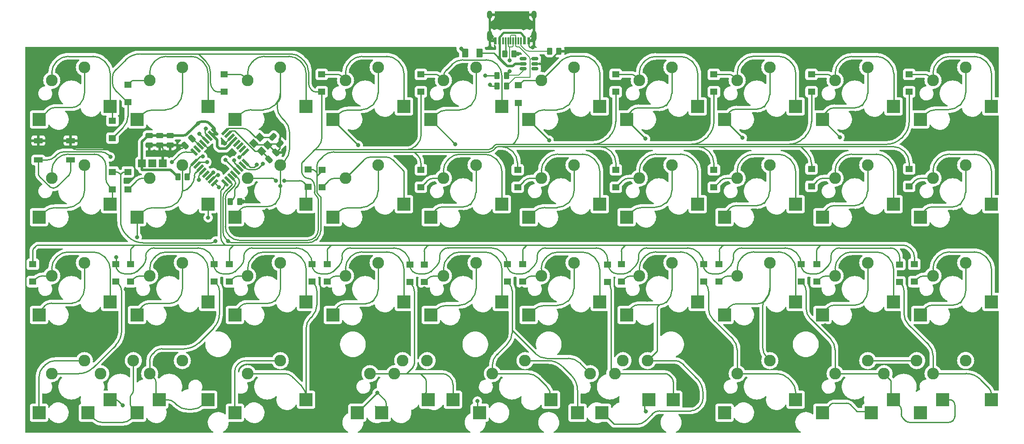
<source format=gbr>
%TF.GenerationSoftware,KiCad,Pcbnew,(6.99.0-222-g367431f825)*%
%TF.CreationDate,2022-01-13T21:14:39+01:00*%
%TF.ProjectId,Endeavour-2,456e6465-6176-46f7-9572-2d322e6b6963,rev?*%
%TF.SameCoordinates,Original*%
%TF.FileFunction,Copper,L2,Bot*%
%TF.FilePolarity,Positive*%
%FSLAX46Y46*%
G04 Gerber Fmt 4.6, Leading zero omitted, Abs format (unit mm)*
G04 Created by KiCad (PCBNEW (6.99.0-222-g367431f825)) date 2022-01-13 21:14:39*
%MOMM*%
%LPD*%
G01*
G04 APERTURE LIST*
G04 Aperture macros list*
%AMRoundRect*
0 Rectangle with rounded corners*
0 $1 Rounding radius*
0 $2 $3 $4 $5 $6 $7 $8 $9 X,Y pos of 4 corners*
0 Add a 4 corners polygon primitive as box body*
4,1,4,$2,$3,$4,$5,$6,$7,$8,$9,$2,$3,0*
0 Add four circle primitives for the rounded corners*
1,1,$1+$1,$2,$3*
1,1,$1+$1,$4,$5*
1,1,$1+$1,$6,$7*
1,1,$1+$1,$8,$9*
0 Add four rect primitives between the rounded corners*
20,1,$1+$1,$2,$3,$4,$5,0*
20,1,$1+$1,$4,$5,$6,$7,0*
20,1,$1+$1,$6,$7,$8,$9,0*
20,1,$1+$1,$8,$9,$2,$3,0*%
%AMRotRect*
0 Rectangle, with rotation*
0 The origin of the aperture is its center*
0 $1 length*
0 $2 width*
0 $3 Rotation angle, in degrees counterclockwise*
0 Add horizontal line*
21,1,$1,$2,0,0,$3*%
G04 Aperture macros list end*
%TA.AperFunction,SMDPad,CuDef*%
%ADD10R,2.550000X2.500000*%
%TD*%
%TA.AperFunction,ComponentPad*%
%ADD11C,2.286000*%
%TD*%
%TA.AperFunction,SMDPad,CuDef*%
%ADD12R,0.600000X1.450000*%
%TD*%
%TA.AperFunction,SMDPad,CuDef*%
%ADD13R,0.300000X1.450000*%
%TD*%
%TA.AperFunction,ComponentPad*%
%ADD14O,1.000000X1.600000*%
%TD*%
%TA.AperFunction,ComponentPad*%
%ADD15O,1.000000X2.100000*%
%TD*%
%TA.AperFunction,SMDPad,CuDef*%
%ADD16R,1.400000X1.200000*%
%TD*%
%TA.AperFunction,SMDPad,CuDef*%
%ADD17RoundRect,0.250000X0.512652X0.159099X0.159099X0.512652X-0.512652X-0.159099X-0.159099X-0.512652X0*%
%TD*%
%TA.AperFunction,SMDPad,CuDef*%
%ADD18RoundRect,0.250000X0.159099X-0.512652X0.512652X-0.159099X-0.159099X0.512652X-0.512652X0.159099X0*%
%TD*%
%TA.AperFunction,SMDPad,CuDef*%
%ADD19RoundRect,0.150000X0.512500X0.150000X-0.512500X0.150000X-0.512500X-0.150000X0.512500X-0.150000X0*%
%TD*%
%TA.AperFunction,SMDPad,CuDef*%
%ADD20R,1.700000X1.000000*%
%TD*%
%TA.AperFunction,SMDPad,CuDef*%
%ADD21RoundRect,0.250000X-0.159099X0.512652X-0.512652X0.159099X0.159099X-0.512652X0.512652X-0.159099X0*%
%TD*%
%TA.AperFunction,SMDPad,CuDef*%
%ADD22RoundRect,0.250000X0.262500X0.450000X-0.262500X0.450000X-0.262500X-0.450000X0.262500X-0.450000X0*%
%TD*%
%TA.AperFunction,SMDPad,CuDef*%
%ADD23RoundRect,0.250000X-0.475000X0.250000X-0.475000X-0.250000X0.475000X-0.250000X0.475000X0.250000X0*%
%TD*%
%TA.AperFunction,SMDPad,CuDef*%
%ADD24RoundRect,0.250000X-0.262500X-0.450000X0.262500X-0.450000X0.262500X0.450000X-0.262500X0.450000X0*%
%TD*%
%TA.AperFunction,SMDPad,CuDef*%
%ADD25RotRect,1.600000X0.550000X225.000000*%
%TD*%
%TA.AperFunction,SMDPad,CuDef*%
%ADD26RotRect,1.600000X0.550000X135.000000*%
%TD*%
%TA.AperFunction,ComponentPad*%
%ADD27C,1.524000*%
%TD*%
%TA.AperFunction,SMDPad,CuDef*%
%ADD28R,1.524000X1.524000*%
%TD*%
%TA.AperFunction,SMDPad,CuDef*%
%ADD29RoundRect,0.250000X0.375000X0.625000X-0.375000X0.625000X-0.375000X-0.625000X0.375000X-0.625000X0*%
%TD*%
%TA.AperFunction,SMDPad,CuDef*%
%ADD30RotRect,1.400000X1.200000X315.000000*%
%TD*%
%TA.AperFunction,ViaPad*%
%ADD31C,0.800000*%
%TD*%
%TA.AperFunction,Conductor*%
%ADD32C,0.250000*%
%TD*%
%TA.AperFunction,Conductor*%
%ADD33C,0.500000*%
%TD*%
%TA.AperFunction,Conductor*%
%ADD34C,0.400000*%
%TD*%
%TA.AperFunction,Conductor*%
%ADD35C,0.200000*%
%TD*%
G04 APERTURE END LIST*
D10*
%TO.P,K0,1*%
%TO.N,col0*%
X54700000Y-40410000D03*
D11*
X63530000Y-30250000D03*
%TO.P,K0,2*%
%TO.N,Net-(D0-A)*%
X57180000Y-32790000D03*
D10*
X68550000Y-37870000D03*
%TD*%
%TO.P,K1,1*%
%TO.N,col1*%
X73750000Y-40410000D03*
D11*
X82580000Y-30250000D03*
%TO.P,K1,2*%
%TO.N,Net-(D1-A)*%
X76230000Y-32790000D03*
D10*
X87600000Y-37870000D03*
%TD*%
%TO.P,K2,1*%
%TO.N,col2*%
X92800000Y-40410000D03*
D11*
X101630000Y-30250000D03*
%TO.P,K2,2*%
%TO.N,Net-(D2-A)*%
X95280000Y-32790000D03*
D10*
X106650000Y-37870000D03*
%TD*%
%TO.P,K3,1*%
%TO.N,col3*%
X111850000Y-40410000D03*
D11*
X120680000Y-30250000D03*
%TO.P,K3,2*%
%TO.N,Net-(D3-A)*%
X114330000Y-32790000D03*
D10*
X125700000Y-37870000D03*
%TD*%
%TO.P,K4,1*%
%TO.N,col4*%
X130900000Y-40410000D03*
D11*
X139730000Y-30250000D03*
%TO.P,K4,2*%
%TO.N,Net-(D4-A)*%
X133380000Y-32790000D03*
D10*
X144750000Y-37870000D03*
%TD*%
%TO.P,K6,1*%
%TO.N,col6*%
X169000000Y-40410000D03*
D11*
X177830000Y-30250000D03*
%TO.P,K6,2*%
%TO.N,Net-(D6-A)*%
X171480000Y-32790000D03*
D10*
X182850000Y-37870000D03*
%TD*%
%TO.P,K7,1*%
%TO.N,col7*%
X188050000Y-40410000D03*
D11*
X196880000Y-30250000D03*
%TO.P,K7,2*%
%TO.N,Net-(D7-A)*%
X190530000Y-32790000D03*
D10*
X201900000Y-37870000D03*
%TD*%
%TO.P,K8,1*%
%TO.N,col8*%
X207100000Y-40410000D03*
D11*
X215930000Y-30250000D03*
%TO.P,K8,2*%
%TO.N,Net-(D8-A)*%
X209580000Y-32790000D03*
D10*
X220950000Y-37870000D03*
%TD*%
%TO.P,K9,1*%
%TO.N,col9*%
X226150000Y-40410000D03*
D11*
X234980000Y-30250000D03*
%TO.P,K9,2*%
%TO.N,Net-(D9-A)*%
X228630000Y-32790000D03*
D10*
X240000000Y-37870000D03*
%TD*%
%TO.P,K10,1*%
%TO.N,col0*%
X54700000Y-59460000D03*
D11*
X63530000Y-49300000D03*
%TO.P,K10,2*%
%TO.N,Net-(D10-A)*%
X57180000Y-51840000D03*
D10*
X68550000Y-56920000D03*
%TD*%
%TO.P,K11,1*%
%TO.N,col1*%
X73750000Y-59460000D03*
D11*
X82580000Y-49300000D03*
%TO.P,K11,2*%
%TO.N,Net-(D11-A)*%
X76230000Y-51840000D03*
D10*
X87600000Y-56920000D03*
%TD*%
%TO.P,K12,1*%
%TO.N,col2*%
X92800000Y-59460000D03*
D11*
X101630000Y-49300000D03*
%TO.P,K12,2*%
%TO.N,Net-(D12-A)*%
X95280000Y-51840000D03*
D10*
X106650000Y-56920000D03*
%TD*%
%TO.P,K13,1*%
%TO.N,col3*%
X111850000Y-59460000D03*
D11*
X120680000Y-49300000D03*
%TO.P,K13,2*%
%TO.N,Net-(D13-A)*%
X114330000Y-51840000D03*
D10*
X125700000Y-56920000D03*
%TD*%
%TO.P,K14,1*%
%TO.N,col4*%
X130900000Y-59460000D03*
D11*
X139730000Y-49300000D03*
%TO.P,K14,2*%
%TO.N,Net-(D14-A)*%
X133380000Y-51840000D03*
D10*
X144750000Y-56920000D03*
%TD*%
%TO.P,K15,1*%
%TO.N,col5*%
X149950000Y-59460000D03*
D11*
X158780000Y-49300000D03*
%TO.P,K15,2*%
%TO.N,Net-(D15-A)*%
X152430000Y-51840000D03*
D10*
X163800000Y-56920000D03*
%TD*%
%TO.P,K16,1*%
%TO.N,col6*%
X169000000Y-59460000D03*
D11*
X177830000Y-49300000D03*
%TO.P,K16,2*%
%TO.N,Net-(D16-A)*%
X171480000Y-51840000D03*
D10*
X182850000Y-56920000D03*
%TD*%
%TO.P,K17,1*%
%TO.N,col7*%
X188050000Y-59460000D03*
D11*
X196880000Y-49300000D03*
%TO.P,K17,2*%
%TO.N,Net-(D17-A)*%
X190530000Y-51840000D03*
D10*
X201900000Y-56920000D03*
%TD*%
%TO.P,K18,1*%
%TO.N,col8*%
X207100000Y-59460000D03*
D11*
X215930000Y-49300000D03*
%TO.P,K18,2*%
%TO.N,Net-(D18-A)*%
X209580000Y-51840000D03*
D10*
X220950000Y-56920000D03*
%TD*%
%TO.P,K19,1*%
%TO.N,col9*%
X226150000Y-59460000D03*
D11*
X234980000Y-49300000D03*
%TO.P,K19,2*%
%TO.N,Net-(D19-A)*%
X228630000Y-51840000D03*
D10*
X240000000Y-56920000D03*
%TD*%
%TO.P,K20,1*%
%TO.N,col0*%
X54700000Y-78510000D03*
D11*
X63530000Y-68350000D03*
%TO.P,K20,2*%
%TO.N,Net-(D20-A)*%
X57180000Y-70890000D03*
D10*
X68550000Y-75970000D03*
%TD*%
%TO.P,K21,1*%
%TO.N,col1*%
X73750000Y-78510000D03*
D11*
X82580000Y-68350000D03*
%TO.P,K21,2*%
%TO.N,Net-(D21-A)*%
X76230000Y-70890000D03*
D10*
X87600000Y-75970000D03*
%TD*%
%TO.P,K22,1*%
%TO.N,col2*%
X92800000Y-78510000D03*
D11*
X101630000Y-68350000D03*
%TO.P,K22,2*%
%TO.N,Net-(D22-A)*%
X95280000Y-70890000D03*
D10*
X106650000Y-75970000D03*
%TD*%
%TO.P,K23,1*%
%TO.N,col3*%
X111850000Y-78510000D03*
D11*
X120680000Y-68350000D03*
%TO.P,K23,2*%
%TO.N,Net-(D23-A)*%
X114330000Y-70890000D03*
D10*
X125700000Y-75970000D03*
%TD*%
%TO.P,K24,1*%
%TO.N,col4*%
X130900000Y-78510000D03*
D11*
X139730000Y-68350000D03*
%TO.P,K24,2*%
%TO.N,Net-(D24-A)*%
X133380000Y-70890000D03*
D10*
X144750000Y-75970000D03*
%TD*%
%TO.P,K25,1*%
%TO.N,col5*%
X149950000Y-78510000D03*
D11*
X158780000Y-68350000D03*
%TO.P,K25,2*%
%TO.N,Net-(D25-A)*%
X152430000Y-70890000D03*
D10*
X163800000Y-75970000D03*
%TD*%
%TO.P,K26,1*%
%TO.N,col6*%
X169000000Y-78510000D03*
D11*
X177830000Y-68350000D03*
%TO.P,K26,2*%
%TO.N,Net-(D26-A)*%
X171480000Y-70890000D03*
D10*
X182850000Y-75970000D03*
%TD*%
%TO.P,K27,1*%
%TO.N,col7*%
X188050000Y-78510000D03*
D11*
X196880000Y-68350000D03*
%TO.P,K27,2*%
%TO.N,Net-(D27-A)*%
X190530000Y-70890000D03*
D10*
X201900000Y-75970000D03*
%TD*%
%TO.P,K28,1*%
%TO.N,col8*%
X207100000Y-78510000D03*
D11*
X215930000Y-68350000D03*
%TO.P,K28,2*%
%TO.N,Net-(D28-A)*%
X209580000Y-70890000D03*
D10*
X220950000Y-75970000D03*
%TD*%
%TO.P,K29,1*%
%TO.N,col9*%
X226150000Y-78510000D03*
D11*
X234980000Y-68350000D03*
%TO.P,K29,2*%
%TO.N,Net-(D29-A)*%
X228630000Y-70890000D03*
D10*
X240000000Y-75970000D03*
%TD*%
%TO.P,1u1,1*%
%TO.N,col0*%
X54700000Y-97560000D03*
D11*
X63530000Y-87400000D03*
%TO.P,1u1,2*%
%TO.N,Net-(D30-A)*%
X57180000Y-89940000D03*
D10*
X68550000Y-95020000D03*
%TD*%
%TO.P,1u2,1*%
%TO.N,col1*%
X73750000Y-97560000D03*
D11*
X82580000Y-87400000D03*
%TO.P,1u2,2*%
%TO.N,Net-(D31-A)*%
X76230000Y-89940000D03*
D10*
X87600000Y-95020000D03*
%TD*%
%TO.P,1u3,1*%
%TO.N,col2*%
X92800000Y-97560000D03*
D11*
X101630000Y-87400000D03*
%TO.P,1u3,2*%
%TO.N,Net-(D32-A)*%
X95280000Y-89940000D03*
D10*
X106650000Y-95020000D03*
%TD*%
%TO.P,2u1,1*%
%TO.N,col3*%
X121375000Y-97560000D03*
D11*
X130205000Y-87400000D03*
%TO.P,2u1,2*%
%TO.N,Net-(D33-A)*%
X123855000Y-89940000D03*
D10*
X135225000Y-95020000D03*
%TD*%
%TO.P,2u2,1*%
%TO.N,col5*%
X159475000Y-97560000D03*
D11*
X168305000Y-87400000D03*
%TO.P,2u2,2*%
%TO.N,Net-(D35-A)*%
X161955000Y-89940000D03*
D10*
X173325000Y-95020000D03*
%TD*%
%TO.P,1u6,1*%
%TO.N,col7*%
X188050000Y-97560000D03*
D11*
X196880000Y-87400000D03*
%TO.P,1u6,2*%
%TO.N,Net-(D37-A)*%
X190530000Y-89940000D03*
D10*
X201900000Y-95020000D03*
%TD*%
%TO.P,1u7,1*%
%TO.N,col8*%
X207100000Y-97560000D03*
D11*
X215930000Y-87400000D03*
%TO.P,1u7,2*%
%TO.N,Net-(D38-A)*%
X209580000Y-89940000D03*
D10*
X220950000Y-95020000D03*
%TD*%
%TO.P,1u8,1*%
%TO.N,col9*%
X226150000Y-97540000D03*
D11*
X234980000Y-87380000D03*
%TO.P,1u8,2*%
%TO.N,Net-(D39-A)*%
X228630000Y-89920000D03*
D10*
X240000000Y-95000000D03*
%TD*%
%TO.P,K5,1*%
%TO.N,col5*%
X149950000Y-40410000D03*
D11*
X158780000Y-30250000D03*
%TO.P,K5,2*%
%TO.N,Net-(D5-A)*%
X152430000Y-32790000D03*
D10*
X163800000Y-37870000D03*
%TD*%
%TO.P,SPACE1,1*%
%TO.N,col5*%
X140425000Y-97560000D03*
D11*
X149255000Y-87400000D03*
%TO.P,SPACE1,2*%
%TO.N,Net-(D35-A)*%
X142905000Y-89940000D03*
D10*
X154275000Y-95020000D03*
%TD*%
%TO.P,1.5u1,1*%
%TO.N,col3*%
X116612500Y-97560000D03*
D11*
X125442500Y-87400000D03*
%TO.P,1.5u1,2*%
%TO.N,Net-(D33-A)*%
X119092500Y-89940000D03*
D10*
X130462500Y-95020000D03*
%TD*%
%TO.P,1.5u2,1*%
%TO.N,col6*%
X164237500Y-97560000D03*
D11*
X173067500Y-87400000D03*
%TO.P,1.5u2,2*%
%TO.N,Net-(D36-A)*%
X166717500Y-89940000D03*
D10*
X178087500Y-95020000D03*
%TD*%
%TO.P,1u_space2,1*%
%TO.N,col8*%
X216625000Y-97560000D03*
D11*
X225455000Y-87400000D03*
%TO.P,1u_space2,2*%
%TO.N,Net-(D38-A)*%
X219105000Y-89940000D03*
D10*
X230475000Y-95020000D03*
%TD*%
%TO.P,1u_space1,1*%
%TO.N,col1*%
X64225000Y-97560000D03*
D11*
X73055000Y-87400000D03*
%TO.P,1u_space1,2*%
%TO.N,Net-(D31-A)*%
X66705000Y-89940000D03*
D10*
X78075000Y-95020000D03*
%TD*%
D12*
%TO.P,J1,A1,GND*%
%TO.N,GND*%
X143465000Y-25087500D03*
%TO.P,J1,A4,VBUS*%
%TO.N,VCC*%
X144265000Y-25087500D03*
D13*
%TO.P,J1,A5,CC1*%
%TO.N,Net-(J1-CC1)*%
X145465000Y-25087500D03*
%TO.P,J1,A6,D+*%
%TO.N,D+*%
X146465000Y-25087500D03*
%TO.P,J1,A7,D-*%
%TO.N,D-*%
X146965000Y-25087500D03*
%TO.P,J1,A8,SBU1*%
%TO.N,unconnected-(J1-SBU1)*%
X147965000Y-25087500D03*
D12*
%TO.P,J1,A9,VBUS*%
%TO.N,VCC*%
X149165000Y-25087500D03*
%TO.P,J1,A12,GND*%
%TO.N,GND*%
X149965000Y-25087500D03*
%TO.P,J1,B1,GND*%
X149965000Y-25087500D03*
%TO.P,J1,B4,VBUS*%
%TO.N,VCC*%
X149165000Y-25087500D03*
D13*
%TO.P,J1,B5,CC2*%
%TO.N,Net-(J1-CC2)*%
X148465000Y-25087500D03*
%TO.P,J1,B6,D+*%
%TO.N,D+*%
X147465000Y-25087500D03*
%TO.P,J1,B7,D-*%
%TO.N,D-*%
X145965000Y-25087500D03*
%TO.P,J1,B8,SBU2*%
%TO.N,unconnected-(J1-SBU2)*%
X144965000Y-25087500D03*
D12*
%TO.P,J1,B9,VBUS*%
%TO.N,VCC*%
X144265000Y-25087500D03*
%TO.P,J1,B12,GND*%
%TO.N,GND*%
X143465000Y-25087500D03*
D14*
%TO.P,J1,S1,SHIELD*%
X142395000Y-19992500D03*
D15*
X142395000Y-24172500D03*
D14*
X151035000Y-19992500D03*
D15*
X151035000Y-24172500D03*
%TD*%
D16*
%TO.P,D11,1,K*%
%TO.N,row1*%
X71990000Y-50630000D03*
%TO.P,D11,2,A*%
%TO.N,Net-(D11-A)*%
X71990000Y-54030000D03*
%TD*%
%TO.P,D9,1,K*%
%TO.N,row0*%
X223990000Y-35030000D03*
%TO.P,D9,2,A*%
%TO.N,Net-(D9-A)*%
X223990000Y-31630000D03*
%TD*%
D17*
%TO.P,C2,1*%
%TO.N,GND*%
X101539751Y-45145751D03*
%TO.P,C2,2*%
%TO.N,Net-(U1-XTAL1)*%
X100196249Y-43802249D03*
%TD*%
D16*
%TO.P,D10,1,K*%
%TO.N,row1*%
X68990000Y-50630000D03*
%TO.P,D10,2,A*%
%TO.N,Net-(D10-A)*%
X68990000Y-54030000D03*
%TD*%
%TO.P,D37,1,K*%
%TO.N,row3*%
X183990000Y-68630000D03*
%TO.P,D37,2,A*%
%TO.N,Net-(D37-A)*%
X183990000Y-72030000D03*
%TD*%
%TO.P,D20,1,K*%
%TO.N,row2*%
X53490000Y-68630000D03*
%TO.P,D20,2,A*%
%TO.N,Net-(D20-A)*%
X53490000Y-72030000D03*
%TD*%
D18*
%TO.P,C3,1*%
%TO.N,Net-(U1-PC0/XTAL2)*%
X99434249Y-48193751D03*
%TO.P,C3,2*%
%TO.N,GND*%
X100777751Y-46850249D03*
%TD*%
D19*
%TO.P,U2,1,IO1*%
%TO.N,D+*%
X151187500Y-28590000D03*
%TO.P,U2,2,VN*%
%TO.N,GND*%
X151187500Y-29540000D03*
%TO.P,U2,3,IO2*%
%TO.N,unconnected-(U2-IO2)*%
X151187500Y-30490000D03*
%TO.P,U2,4,IO3*%
%TO.N,D-*%
X148912500Y-30490000D03*
%TO.P,U2,5,VP*%
%TO.N,VCC*%
X148912500Y-29540000D03*
%TO.P,U2,6,IO4*%
%TO.N,unconnected-(U2-IO4)*%
X148912500Y-28590000D03*
%TD*%
D16*
%TO.P,D3,1,K*%
%TO.N,row0*%
X109690000Y-35030000D03*
%TO.P,D3,2,A*%
%TO.N,Net-(D3-A)*%
X109690000Y-31630000D03*
%TD*%
D20*
%TO.P,SW1,1,1*%
%TO.N,GND*%
X60860000Y-44520000D03*
X54560000Y-44520000D03*
%TO.P,SW1,2,2*%
%TO.N,Net-(U1-PC1/~{RESET})*%
X60860000Y-48320000D03*
X54560000Y-48320000D03*
%TD*%
D16*
%TO.P,D23,1,K*%
%TO.N,row2*%
X110740000Y-68630000D03*
%TO.P,D23,2,A*%
%TO.N,Net-(D23-A)*%
X110740000Y-72030000D03*
%TD*%
D21*
%TO.P,C1,1*%
%TO.N,Net-(U1-UCAP)*%
X84411751Y-44128249D03*
%TO.P,C1,2*%
%TO.N,GND*%
X83068249Y-45471751D03*
%TD*%
D16*
%TO.P,D29,1,K*%
%TO.N,row2*%
X224990000Y-68630000D03*
%TO.P,D29,2,A*%
%TO.N,Net-(D29-A)*%
X224990000Y-72030000D03*
%TD*%
%TO.P,D22,1,K*%
%TO.N,row2*%
X91740000Y-68630000D03*
%TO.P,D22,2,A*%
%TO.N,Net-(D22-A)*%
X91740000Y-72030000D03*
%TD*%
D22*
%TO.P,R1,1*%
%TO.N,D-*%
X145662500Y-31890000D03*
%TO.P,R1,2*%
%TO.N,Net-(U1-D-)*%
X143837500Y-31890000D03*
%TD*%
D16*
%TO.P,D24,1,K*%
%TO.N,row2*%
X129690000Y-68660000D03*
%TO.P,D24,2,A*%
%TO.N,Net-(D24-A)*%
X129690000Y-72060000D03*
%TD*%
%TO.P,D30,1,K*%
%TO.N,row3*%
X69650000Y-68620000D03*
%TO.P,D30,2,A*%
%TO.N,Net-(D30-A)*%
X69650000Y-72020000D03*
%TD*%
D23*
%TO.P,C5,1*%
%TO.N,+5*%
X78140000Y-43530000D03*
%TO.P,C5,2*%
%TO.N,GND*%
X78140000Y-45430000D03*
%TD*%
D16*
%TO.P,D13,1,K*%
%TO.N,row1*%
X109775000Y-50200000D03*
%TO.P,D13,2,A*%
%TO.N,Net-(D13-A)*%
X109775000Y-53600000D03*
%TD*%
%TO.P,D28,1,K*%
%TO.N,row2*%
X205990000Y-68630000D03*
%TO.P,D28,2,A*%
%TO.N,Net-(D28-A)*%
X205990000Y-72030000D03*
%TD*%
D22*
%TO.P,R6,1*%
%TO.N,GND*%
X93762500Y-56450000D03*
%TO.P,R6,2*%
%TO.N,Net-(U1-~{HWB}/PD7)*%
X91937500Y-56450000D03*
%TD*%
D24*
%TO.P,R3,1*%
%TO.N,+5*%
X81697500Y-51630000D03*
%TO.P,R3,2*%
%TO.N,Net-(U1-PC1/~{RESET})*%
X83522500Y-51630000D03*
%TD*%
D16*
%TO.P,D16,1,K*%
%TO.N,row1*%
X166925000Y-50225000D03*
%TO.P,D16,2,A*%
%TO.N,Net-(D16-A)*%
X166925000Y-53625000D03*
%TD*%
%TO.P,D18,1,K*%
%TO.N,row1*%
X204990000Y-50030000D03*
%TO.P,D18,2,A*%
%TO.N,Net-(D18-A)*%
X204990000Y-53430000D03*
%TD*%
%TO.P,D12,1,K*%
%TO.N,row1*%
X107030000Y-50140000D03*
%TO.P,D12,2,A*%
%TO.N,Net-(D12-A)*%
X107030000Y-53540000D03*
%TD*%
%TO.P,D2,1,K*%
%TO.N,row0*%
X90690000Y-35030000D03*
%TO.P,D2,2,A*%
%TO.N,Net-(D2-A)*%
X90690000Y-31630000D03*
%TD*%
%TO.P,D7,1,K*%
%TO.N,row0*%
X185990000Y-35030000D03*
%TO.P,D7,2,A*%
%TO.N,Net-(D7-A)*%
X185990000Y-31630000D03*
%TD*%
%TO.P,D35,1,K*%
%TO.N,row3*%
X145820000Y-68590000D03*
%TO.P,D35,2,A*%
%TO.N,Net-(D35-A)*%
X145820000Y-71990000D03*
%TD*%
D22*
%TO.P,R4,1*%
%TO.N,GND*%
X147132500Y-27590000D03*
%TO.P,R4,2*%
%TO.N,Net-(J1-CC1)*%
X145307500Y-27590000D03*
%TD*%
D16*
%TO.P,D15,1,K*%
%TO.N,row1*%
X147825000Y-50225000D03*
%TO.P,D15,2,A*%
%TO.N,Net-(D15-A)*%
X147825000Y-53625000D03*
%TD*%
D24*
%TO.P,R2,1*%
%TO.N,Net-(U1-D+)*%
X143837500Y-33860000D03*
%TO.P,R2,2*%
%TO.N,D+*%
X145662500Y-33860000D03*
%TD*%
D16*
%TO.P,D8,1,K*%
%TO.N,row0*%
X204990000Y-35030000D03*
%TO.P,D8,2,A*%
%TO.N,Net-(D8-A)*%
X204990000Y-31630000D03*
%TD*%
%TO.P,D31,1,K*%
%TO.N,row3*%
X88750000Y-68625000D03*
%TO.P,D31,2,A*%
%TO.N,Net-(D31-A)*%
X88750000Y-72025000D03*
%TD*%
%TO.P,D39,1,K*%
%TO.N,row3*%
X222100000Y-68650000D03*
%TO.P,D39,2,A*%
%TO.N,Net-(D39-A)*%
X222100000Y-72050000D03*
%TD*%
D23*
%TO.P,C6,1*%
%TO.N,+5*%
X76140000Y-43530000D03*
%TO.P,C6,2*%
%TO.N,GND*%
X76140000Y-45430000D03*
%TD*%
D16*
%TO.P,D38,1,K*%
%TO.N,row3*%
X202990000Y-68630000D03*
%TO.P,D38,2,A*%
%TO.N,Net-(D38-A)*%
X202990000Y-72030000D03*
%TD*%
%TO.P,D33,1,K*%
%TO.N,row3*%
X126850000Y-68650000D03*
%TO.P,D33,2,A*%
%TO.N,Net-(D33-A)*%
X126850000Y-72050000D03*
%TD*%
%TO.P,D19,1,K*%
%TO.N,row1*%
X223990000Y-50030000D03*
%TO.P,D19,2,A*%
%TO.N,Net-(D19-A)*%
X223990000Y-53430000D03*
%TD*%
%TO.P,D32,1,K*%
%TO.N,row3*%
X107850000Y-68625000D03*
%TO.P,D32,2,A*%
%TO.N,Net-(D32-A)*%
X107850000Y-72025000D03*
%TD*%
%TO.P,D26,1,K*%
%TO.N,row2*%
X167990000Y-68630000D03*
%TO.P,D26,2,A*%
%TO.N,Net-(D26-A)*%
X167990000Y-72030000D03*
%TD*%
%TO.P,D21,1,K*%
%TO.N,row2*%
X72490000Y-68630000D03*
%TO.P,D21,2,A*%
%TO.N,Net-(D21-A)*%
X72490000Y-72030000D03*
%TD*%
%TO.P,D14,1,K*%
%TO.N,row1*%
X128990000Y-50200000D03*
%TO.P,D14,2,A*%
%TO.N,Net-(D14-A)*%
X128990000Y-53600000D03*
%TD*%
%TO.P,D4,1,K*%
%TO.N,row0*%
X128990000Y-35030000D03*
%TO.P,D4,2,A*%
%TO.N,Net-(D4-A)*%
X128990000Y-31630000D03*
%TD*%
%TO.P,D5,1,K*%
%TO.N,row0*%
X147970000Y-37160000D03*
%TO.P,D5,2,A*%
%TO.N,Net-(D5-A)*%
X147970000Y-33760000D03*
%TD*%
%TO.P,D0,1,K*%
%TO.N,row0*%
X68990000Y-44030000D03*
%TO.P,D0,2,A*%
%TO.N,Net-(D0-A)*%
X68990000Y-40630000D03*
%TD*%
%TO.P,D17,1,K*%
%TO.N,row1*%
X185990000Y-50230000D03*
%TO.P,D17,2,A*%
%TO.N,Net-(D17-A)*%
X185990000Y-53630000D03*
%TD*%
D23*
%TO.P,C4,1*%
%TO.N,+5*%
X80200000Y-43530000D03*
%TO.P,C4,2*%
%TO.N,GND*%
X80200000Y-45430000D03*
%TD*%
D25*
%TO.P,U1,1,XTAL1*%
%TO.N,Net-(U1-XTAL1)*%
X90905305Y-42764897D03*
%TO.P,U1,2,PC0/XTAL2*%
%TO.N,Net-(U1-PC0/XTAL2)*%
X91470990Y-43330583D03*
%TO.P,U1,3,GND*%
%TO.N,GND*%
X92036676Y-43896268D03*
%TO.P,U1,4,VCC*%
%TO.N,+5*%
X92602361Y-44461953D03*
%TO.P,U1,5,PC2*%
%TO.N,unconnected-(U1-PC2)*%
X93168047Y-45027639D03*
%TO.P,U1,6,PD0*%
%TO.N,unconnected-(U1-PD0)*%
X93733732Y-45593324D03*
%TO.P,U1,7,PD1*%
%TO.N,unconnected-(U1-PD1)*%
X94299417Y-46159010D03*
%TO.P,U1,8,PD2*%
%TO.N,col7*%
X94865103Y-46724695D03*
D26*
%TO.P,U1,9,PD3*%
%TO.N,col6*%
X94865103Y-48775305D03*
%TO.P,U1,10,PD4*%
%TO.N,col5*%
X94299417Y-49340990D03*
%TO.P,U1,11,PD5*%
%TO.N,col8*%
X93733732Y-49906676D03*
%TO.P,U1,12,PD6*%
%TO.N,col9*%
X93168047Y-50472361D03*
%TO.P,U1,13,~{HWB}/PD7*%
%TO.N,Net-(U1-~{HWB}/PD7)*%
X92602361Y-51038047D03*
%TO.P,U1,14,PB0*%
%TO.N,row0*%
X92036676Y-51603732D03*
%TO.P,U1,15,PB1*%
%TO.N,row1*%
X91470990Y-52169417D03*
%TO.P,U1,16,PB2*%
%TO.N,row2*%
X90905305Y-52735103D03*
D25*
%TO.P,U1,17,PB3*%
%TO.N,row3*%
X88854695Y-52735103D03*
%TO.P,U1,18,PB4*%
%TO.N,col3*%
X88289010Y-52169417D03*
%TO.P,U1,19,PB5*%
%TO.N,col2*%
X87723324Y-51603732D03*
%TO.P,U1,20,PB6*%
%TO.N,unconnected-(U1-PB6)*%
X87157639Y-51038047D03*
%TO.P,U1,21,PB7*%
%TO.N,col0*%
X86591953Y-50472361D03*
%TO.P,U1,22,PC7*%
%TO.N,col1*%
X86026268Y-49906676D03*
%TO.P,U1,23,PC6*%
%TO.N,col4*%
X85460583Y-49340990D03*
%TO.P,U1,24,PC1/~{RESET}*%
%TO.N,Net-(U1-PC1/~{RESET})*%
X84894897Y-48775305D03*
D26*
%TO.P,U1,25,PC5*%
%TO.N,LED-CTRL*%
X84894897Y-46724695D03*
%TO.P,U1,26,PC4*%
%TO.N,unconnected-(U1-PC4)*%
X85460583Y-46159010D03*
%TO.P,U1,27,UCAP*%
%TO.N,Net-(U1-UCAP)*%
X86026268Y-45593324D03*
%TO.P,U1,28,UGND*%
%TO.N,GND*%
X86591953Y-45027639D03*
%TO.P,U1,29,D+*%
%TO.N,Net-(U1-D+)*%
X87157639Y-44461953D03*
%TO.P,U1,30,D-*%
%TO.N,Net-(U1-D-)*%
X87723324Y-43896268D03*
%TO.P,U1,31,UVCC*%
%TO.N,+5*%
X88289010Y-43330583D03*
%TO.P,U1,32,AVCC*%
X88854695Y-42764897D03*
%TD*%
D27*
%TO.P,JP1,1,A*%
%TO.N,+5*%
X74725000Y-48939000D03*
D28*
X74735000Y-48949000D03*
D27*
%TO.P,JP1,2,C*%
%TO.N,LED-CTRL*%
X76725000Y-48939000D03*
D28*
X76735000Y-48949000D03*
%TO.P,JP1,3,B*%
%TO.N,GND*%
X78735000Y-48949000D03*
D27*
X78735000Y-48959000D03*
%TD*%
D16*
%TO.P,D1,1,K*%
%TO.N,row0*%
X71990000Y-37030000D03*
%TO.P,D1,2,A*%
%TO.N,Net-(D1-A)*%
X71990000Y-33630000D03*
%TD*%
%TO.P,D6,1,K*%
%TO.N,row0*%
X166890000Y-35030000D03*
%TO.P,D6,2,A*%
%TO.N,Net-(D6-A)*%
X166890000Y-31630000D03*
%TD*%
D29*
%TO.P,F1,1*%
%TO.N,VCC*%
X140380000Y-27460000D03*
%TO.P,F1,2*%
%TO.N,+5*%
X137580000Y-27460000D03*
%TD*%
D16*
%TO.P,D25,1,K*%
%TO.N,row2*%
X148800000Y-68630000D03*
%TO.P,D25,2,A*%
%TO.N,Net-(D25-A)*%
X148800000Y-72030000D03*
%TD*%
D30*
%TO.P,Y1,1,1*%
%TO.N,Net-(U1-XTAL1)*%
X97643223Y-43857142D03*
%TO.P,Y1,2,2*%
%TO.N,GND*%
X99198858Y-45412777D03*
%TO.P,Y1,3,3*%
%TO.N,Net-(U1-PC0/XTAL2)*%
X97996777Y-46614858D03*
%TO.P,Y1,4,4*%
%TO.N,GND*%
X96441142Y-45059223D03*
%TD*%
D16*
%TO.P,D36,1,K*%
%TO.N,row3*%
X165300000Y-68650000D03*
%TO.P,D36,2,A*%
%TO.N,Net-(D36-A)*%
X165300000Y-72050000D03*
%TD*%
D22*
%TO.P,R5,1*%
%TO.N,GND*%
X155862500Y-27080000D03*
%TO.P,R5,2*%
%TO.N,Net-(J1-CC2)*%
X154037500Y-27080000D03*
%TD*%
D16*
%TO.P,D27,1,K*%
%TO.N,row2*%
X186990000Y-68630000D03*
%TO.P,D27,2,A*%
%TO.N,Net-(D27-A)*%
X186990000Y-72030000D03*
%TD*%
D31*
%TO.N,GND*%
X83530000Y-60550000D03*
X87250000Y-63460000D03*
X99010000Y-58110000D03*
X225580000Y-80690000D03*
X172970000Y-75590000D03*
X196780000Y-78440000D03*
X176230000Y-77520000D03*
X94480000Y-56430000D03*
X147900000Y-27590000D03*
X73365000Y-46605000D03*
X76140000Y-45430000D03*
X81930000Y-46000000D03*
X148610000Y-73350000D03*
X212420000Y-43800000D03*
X129640000Y-73360000D03*
X208890000Y-75040000D03*
X110730000Y-73330000D03*
X224280000Y-73510000D03*
X150770000Y-26340000D03*
X90850000Y-45070000D03*
X207600000Y-80530000D03*
X87750000Y-46090000D03*
X98720000Y-45290000D03*
X71600000Y-73530000D03*
%TO.N,Net-(D30-A)*%
X70980000Y-96120000D03*
%TO.N,+5*%
X136830000Y-26610000D03*
X85607107Y-41142893D03*
%TO.N,Net-(D35-A)*%
X172790000Y-97270000D03*
%TO.N,row1*%
X89040000Y-64100000D03*
X91470000Y-64100000D03*
%TO.N,Net-(D11-A)*%
X87600000Y-59550000D03*
%TO.N,Net-(D12-A)*%
X102420000Y-52320000D03*
X100800000Y-52320000D03*
%TO.N,row3*%
X69690000Y-67280000D03*
X89680000Y-53590000D03*
%TO.N,D-*%
X146230000Y-28910000D03*
X146230000Y-31020000D03*
%TO.N,col0*%
X85770000Y-52190000D03*
%TO.N,col1*%
X73790000Y-63380000D03*
%TO.N,col2*%
X101650000Y-53380000D03*
X88575000Y-50755000D03*
%TO.N,col3*%
X120501250Y-93671250D03*
X116795000Y-45415000D03*
X89560000Y-51240000D03*
%TO.N,col4*%
X87370000Y-48720000D03*
X135700000Y-45270000D03*
%TO.N,col5*%
X139980000Y-95290000D03*
X98280000Y-49050000D03*
X153935000Y-44455000D03*
%TO.N,col6*%
X97070000Y-49230000D03*
X172680000Y-44150000D03*
%TO.N,col7*%
X93700000Y-47750000D03*
X189050000Y-96700000D03*
X191540000Y-43960000D03*
%TO.N,col8*%
X216100000Y-97120000D03*
X92660000Y-48400000D03*
X210500000Y-43850000D03*
%TO.N,col9*%
X90985000Y-48295000D03*
X226950000Y-97270000D03*
%TO.N,Net-(U1-D-)*%
X87190000Y-42220000D03*
X141520000Y-31890000D03*
%TO.N,Net-(U1-D+)*%
X142440000Y-33670000D03*
X85880000Y-43200000D03*
%TO.N,Net-(U1-PC1/~{RESET})*%
X68580000Y-47700000D03*
X86540000Y-47640000D03*
%TO.N,LED-CTRL*%
X80565000Y-48685000D03*
%TD*%
D32*
%TO.N,GND*%
X61177107Y-45968067D02*
G75*
G03*
X61884214Y-46260960I707106J707106D01*
G01*
X61152893Y-45943853D02*
G75*
G02*
X60860000Y-45236746I707106J707106D01*
G01*
X73365000Y-46605000D02*
X73380000Y-46620000D01*
X73020960Y-46260960D02*
X73365000Y-46605000D01*
X61884214Y-46260960D02*
X73020960Y-46260960D01*
X60860000Y-44520000D02*
X60860000Y-45236746D01*
X61152893Y-45943853D02*
X61177107Y-45968067D01*
X149965000Y-26095000D02*
X150210000Y-26340000D01*
X98720000Y-45290000D02*
X96671919Y-45290000D01*
X99340279Y-45412777D02*
X100777751Y-46850249D01*
X92036676Y-43896268D02*
X92023732Y-43896268D01*
X101539751Y-46088249D02*
X100777751Y-46850249D01*
X90850000Y-45070000D02*
X90590000Y-45330000D01*
X151035000Y-24172500D02*
X151035000Y-19992500D01*
X96671919Y-45290000D02*
X96441142Y-45059223D01*
X81930000Y-46000000D02*
X82540000Y-46000000D01*
X149965000Y-25087500D02*
X150120000Y-25087500D01*
X153988287Y-28954213D02*
X155862500Y-27080000D01*
X83026498Y-45430000D02*
X83068249Y-45471751D01*
X78735000Y-46025000D02*
X78140000Y-45430000D01*
X150120000Y-25087500D02*
X151035000Y-24172500D01*
X142395000Y-19992500D02*
X151035000Y-19992500D01*
X54560000Y-44520000D02*
X60860000Y-44520000D01*
X78735000Y-48949000D02*
X78735000Y-46025000D01*
X80200000Y-45430000D02*
X81360000Y-45430000D01*
X87654314Y-46090000D02*
X86591953Y-45027639D01*
X80200000Y-45430000D02*
X83026498Y-45430000D01*
X87750000Y-46090000D02*
X87654314Y-46090000D01*
X142395000Y-24172500D02*
X142550000Y-24172500D01*
X101539751Y-45145751D02*
X99465884Y-45145751D01*
X99198858Y-45412777D02*
X99340279Y-45412777D01*
X142395000Y-19992500D02*
X142395000Y-24172500D01*
X82540000Y-46000000D02*
X83068249Y-45471751D01*
X99465884Y-45145751D02*
X99198858Y-45412777D01*
X76140000Y-45430000D02*
X81400000Y-45430000D01*
X149965000Y-25087500D02*
X149965000Y-26095000D01*
X151187500Y-29540000D02*
X152574073Y-29540000D01*
X92023732Y-43896268D02*
X90850000Y-45070000D01*
X150210000Y-26340000D02*
X150770000Y-26340000D01*
X142550000Y-24172500D02*
X143465000Y-25087500D01*
X101539751Y-45145751D02*
X101539751Y-46088249D01*
X153988287Y-28954213D02*
G75*
G02*
X152574073Y-29540000I-1414214J1414213D01*
G01*
%TO.N,Net-(D33-A)*%
X135225000Y-95020000D02*
X135225000Y-92053427D01*
X126840000Y-72180000D02*
X127124214Y-72464214D01*
X126160000Y-89940000D02*
X123855000Y-89940000D01*
X128630000Y-89940000D02*
X126160000Y-89940000D01*
X119092500Y-89940000D02*
X123855000Y-89940000D01*
X130033421Y-91457635D02*
X130033421Y-93586579D01*
X128930000Y-89940000D02*
X129740528Y-90750528D01*
X130033421Y-93586579D02*
X129600479Y-94019521D01*
X127417107Y-88682893D02*
X126160000Y-89940000D01*
X127710000Y-73878427D02*
X127710000Y-87975786D01*
X134639213Y-90639213D02*
X134525786Y-90525786D01*
X128630000Y-89940000D02*
X128930000Y-89940000D01*
X133111573Y-89940000D02*
X128630000Y-89940000D01*
X130033420Y-91457635D02*
G75*
G03*
X129740527Y-90750529I-999993J3D01*
G01*
X134639213Y-90639213D02*
G75*
G02*
X135225000Y-92053427I-1414213J-1414214D01*
G01*
X127709999Y-87975786D02*
G75*
G02*
X127417106Y-88682892I-999993J-3D01*
G01*
X127709999Y-73878427D02*
G75*
G03*
X127124213Y-72464215I-1999999J0D01*
G01*
X134525786Y-90525786D02*
G75*
G03*
X133111573Y-89940000I-1414213J-1414214D01*
G01*
%TO.N,Net-(D36-A)*%
X177794607Y-90797248D02*
X177230252Y-90232893D01*
X169098750Y-89940000D02*
X166717500Y-89940000D01*
X165960000Y-78581573D02*
X165960000Y-87860000D01*
X178087500Y-95020000D02*
X178087500Y-91504355D01*
X165960000Y-87860000D02*
X165960000Y-89182500D01*
X165960000Y-73515786D02*
X165960000Y-78581573D01*
X176523145Y-89940000D02*
X169098750Y-89940000D01*
X165960000Y-89182500D02*
X166717500Y-89940000D01*
X177794607Y-90797248D02*
G75*
G02*
X178087500Y-91504355I-707106J-707106D01*
G01*
X165959999Y-73515786D02*
G75*
G03*
X165374212Y-72101573I-1999999J0D01*
G01*
X177230252Y-90232893D02*
G75*
G03*
X176523145Y-89940000I-707106J-707106D01*
G01*
%TO.N,Net-(D30-A)*%
X62413146Y-89940000D02*
X57180000Y-89940000D01*
X69650000Y-72020000D02*
X69730000Y-72020000D01*
X69598427Y-84411573D02*
X65241573Y-88768427D01*
X70172893Y-95312893D02*
X70980000Y-96120000D01*
X70770000Y-73888427D02*
X70770000Y-81583146D01*
X69730000Y-72020000D02*
X70184214Y-72474214D01*
X68550000Y-95020000D02*
X69465786Y-95020000D01*
X69598427Y-84411573D02*
G75*
G03*
X70770000Y-81583146I-2828426J2828427D01*
G01*
X70184214Y-72474214D02*
G75*
G02*
X70770000Y-73888427I-1414214J-1414213D01*
G01*
X69465786Y-95020001D02*
G75*
G02*
X70172892Y-95312894I3J-999993D01*
G01*
X65241573Y-88768427D02*
G75*
G02*
X62413146Y-89940000I-2828427J2828426D01*
G01*
D33*
%TO.N,+5*%
X136830000Y-26610000D02*
X136830000Y-26710000D01*
X91923553Y-45166447D02*
X91923553Y-45197838D01*
X74735000Y-50211000D02*
X80278500Y-50211000D01*
X88854695Y-42804695D02*
X88854695Y-42764897D01*
X92602361Y-44461953D02*
X92602361Y-44487639D01*
X80278500Y-50211000D02*
X81697500Y-51630000D01*
X88854695Y-42184695D02*
X87812893Y-41142893D01*
X88854695Y-42764897D02*
X88854695Y-42184695D01*
X88289010Y-43330583D02*
X89380583Y-43330583D01*
X76140000Y-43530000D02*
X82267500Y-43530000D01*
X75946708Y-43530000D02*
X76140000Y-43530000D01*
X92602361Y-44487639D02*
X91923553Y-45166447D01*
X74735000Y-48949000D02*
X74735000Y-50211000D01*
X82267500Y-43530000D02*
X82270000Y-43527500D01*
X91923553Y-45197838D02*
X91011391Y-46110000D01*
X136830000Y-26710000D02*
X137580000Y-27460000D01*
X74725000Y-44751708D02*
X75946708Y-43530000D01*
X89810000Y-46110000D02*
X89330000Y-45630000D01*
X85607107Y-41142893D02*
X83515393Y-43234607D01*
X91011391Y-46110000D02*
X89810000Y-46110000D01*
X89330000Y-45630000D02*
X89330000Y-44371573D01*
X87105786Y-40850000D02*
X86314214Y-40850000D01*
X74725000Y-48939000D02*
X74725000Y-44751708D01*
X89330000Y-44371573D02*
X88289010Y-43330583D01*
X82808286Y-43527500D02*
X82270000Y-43527500D01*
X85607107Y-41142893D02*
G75*
G02*
X86314214Y-40850000I707106J-707106D01*
G01*
X82808286Y-43527499D02*
G75*
G03*
X83515392Y-43234606I1J999998D01*
G01*
X87812893Y-41142893D02*
G75*
G03*
X87105786Y-40850000I-707106J-707106D01*
G01*
D32*
%TO.N,row0*%
X223990000Y-40853146D02*
X223990000Y-35030000D01*
X105821190Y-28518680D02*
X106240841Y-28938331D01*
X147970000Y-43271573D02*
X147970000Y-37160000D01*
X88751627Y-34737107D02*
X88630306Y-34615786D01*
X71890000Y-37030000D02*
X69580306Y-34720306D01*
X91848247Y-63228247D02*
X91672233Y-63052233D01*
X108493734Y-35030000D02*
X109690000Y-35030000D01*
X152085000Y-45245480D02*
X162477666Y-45245480D01*
X107065786Y-51890000D02*
X107044214Y-51890000D01*
X184431093Y-44073907D02*
X184828427Y-43676573D01*
X181602666Y-45245480D02*
X143943016Y-45245480D01*
X109104213Y-45555787D02*
X108280000Y-46380000D01*
X107119520Y-31059651D02*
X107119520Y-33241573D01*
X108290480Y-54521984D02*
X108290480Y-53321800D01*
X209195000Y-45245480D02*
X209200000Y-45250480D01*
X126365613Y-46285960D02*
X142074108Y-46285960D01*
X128414213Y-45065787D02*
X127779826Y-45700174D01*
X126365613Y-46285960D02*
X108374040Y-46285960D01*
X85730000Y-27640000D02*
X86125000Y-28035000D01*
X74366854Y-27640000D02*
X84980000Y-27640000D01*
X71111320Y-41908680D02*
X68990000Y-44030000D01*
X69580307Y-30769693D02*
X71538427Y-28811573D01*
X92900000Y-52914167D02*
X92900000Y-52674163D01*
X88044520Y-33201573D02*
X88044520Y-31197161D01*
X106072893Y-48587107D02*
X108280000Y-46380000D01*
X209200000Y-45250480D02*
X219592666Y-45250480D01*
X143943016Y-45245480D02*
X219587666Y-45245480D01*
X71990000Y-37030000D02*
X71990000Y-39787359D01*
X186000000Y-35025000D02*
X186000000Y-40848146D01*
X219587666Y-45245480D02*
X219592666Y-45250480D01*
X68994520Y-33306093D02*
X68994520Y-32183907D01*
X71990000Y-37030000D02*
X71890000Y-37030000D01*
X84980000Y-27640000D02*
X103699869Y-27640000D01*
X92753553Y-52320609D02*
X92036676Y-51603732D01*
X84980000Y-27640000D02*
X85730000Y-27640000D01*
X146824520Y-45245480D02*
X143943016Y-45245480D01*
X108374040Y-46285960D02*
X108280000Y-46380000D01*
X106975375Y-63960480D02*
X93616014Y-63960480D01*
X165306093Y-44073907D02*
X165703427Y-43676573D01*
X109042141Y-61322141D02*
X109042141Y-56102073D01*
X107851140Y-52261140D02*
X107772893Y-52182893D01*
X129000000Y-35025000D02*
X129000000Y-43651573D01*
X91525787Y-54495487D02*
X92753554Y-53267720D01*
X222421093Y-44078907D02*
X222818427Y-43681573D01*
X146824520Y-45245480D02*
X209195000Y-45245480D01*
X106337107Y-51597107D02*
X106219340Y-51479340D01*
X109690000Y-35030000D02*
X109690000Y-40570000D01*
X109690000Y-40570000D02*
X109690000Y-44141573D01*
X109690000Y-40570000D02*
X109690000Y-41208319D01*
X109042141Y-61477859D02*
X109042141Y-61322141D01*
X90690000Y-35030000D02*
X89458734Y-35030000D01*
X87165840Y-29075840D02*
X86125000Y-28035000D01*
X147371547Y-44698453D02*
X146824520Y-45245480D01*
X147957334Y-43284239D02*
X147970000Y-43271573D01*
X203403427Y-44078427D02*
X203800761Y-43681093D01*
X143235909Y-45538373D02*
X142781215Y-45993067D01*
X109042141Y-61322141D02*
X109042141Y-61893714D01*
X166875000Y-35025000D02*
X166875000Y-40848146D01*
X204972334Y-35029520D02*
X204972334Y-40852666D01*
X108749248Y-55394966D02*
X108583373Y-55229091D01*
X90940000Y-61284466D02*
X90940000Y-55909701D01*
X105780000Y-50418680D02*
X105780000Y-49294214D01*
X108456354Y-63307928D02*
X108389588Y-63374694D01*
X107705307Y-34655787D02*
X107786627Y-34737107D01*
X91848247Y-63228247D02*
G75*
G03*
X93616014Y-63960480I1767765J1767764D01*
G01*
X147371547Y-44698453D02*
G75*
G03*
X147957334Y-43284239I-1414213J1414214D01*
G01*
X108456354Y-63307928D02*
G75*
G03*
X109042141Y-61893714I-1414213J1414214D01*
G01*
X223990000Y-40853146D02*
G75*
G02*
X222818427Y-43681573I-3999999J0D01*
G01*
X200575000Y-45250000D02*
G75*
G03*
X203403427Y-44078427I0J3999999D01*
G01*
X69580306Y-34720306D02*
G75*
G02*
X68994520Y-33306093I1414214J1414213D01*
G01*
X87165840Y-29075840D02*
G75*
G02*
X88044520Y-31197161I-2121325J-2121323D01*
G01*
X71989999Y-39787359D02*
G75*
G02*
X71111319Y-41908679I-2999993J-3D01*
G01*
X142074108Y-46285959D02*
G75*
G03*
X142781214Y-45993066I3J999993D01*
G01*
X68994521Y-32183907D02*
G75*
G02*
X69580308Y-30769694I1999999J0D01*
G01*
X162477666Y-45245480D02*
G75*
G03*
X165306093Y-44073907I0J3999999D01*
G01*
X106337107Y-51597107D02*
G75*
G03*
X107044214Y-51890000I707106J707106D01*
G01*
X184828427Y-43676573D02*
G75*
G03*
X186000000Y-40848146I-2828426J2828427D01*
G01*
X107119520Y-31059651D02*
G75*
G03*
X106240841Y-28938331I-2999998J1D01*
G01*
X106072893Y-48587107D02*
G75*
G03*
X105780000Y-49294214I707101J-707104D01*
G01*
X126365613Y-46285959D02*
G75*
G03*
X127779825Y-45700173I0J1999999D01*
G01*
X203800761Y-43681093D02*
G75*
G03*
X204972334Y-40852666I-2828426J2828427D01*
G01*
X107065786Y-51890001D02*
G75*
G02*
X107772892Y-52182894I1J-999998D01*
G01*
X106975375Y-63960479D02*
G75*
G03*
X108389587Y-63374693I0J1999999D01*
G01*
X105780001Y-50418680D02*
G75*
G03*
X106219341Y-51479339I1500001J1D01*
G01*
X88751627Y-34737107D02*
G75*
G03*
X89458734Y-35030000I707106J707106D01*
G01*
X109042140Y-56102073D02*
G75*
G03*
X108749247Y-55394967I-999993J3D01*
G01*
X107851140Y-52261140D02*
G75*
G02*
X108290480Y-53321800I-1060662J-1060661D01*
G01*
X103699869Y-27640001D02*
G75*
G02*
X105821189Y-28518681I3J-2999993D01*
G01*
X108290481Y-54521984D02*
G75*
G03*
X108583374Y-55229090I999993J-3D01*
G01*
X90940001Y-55909701D02*
G75*
G02*
X91525788Y-54495488I1999999J0D01*
G01*
X74366854Y-27640000D02*
G75*
G03*
X71538427Y-28811573I0J-3999999D01*
G01*
X88044521Y-33201573D02*
G75*
G03*
X88630307Y-34615785I1999999J0D01*
G01*
X165703427Y-43676573D02*
G75*
G03*
X166875000Y-40848146I-2828426J2828427D01*
G01*
X92900000Y-52674163D02*
G75*
G03*
X92753553Y-52320609I-499997J1D01*
G01*
X107705307Y-34655787D02*
G75*
G02*
X107119520Y-33241573I1414213J1414214D01*
G01*
X143235909Y-45538373D02*
G75*
G02*
X143943016Y-45245480I707106J-707106D01*
G01*
X92899999Y-52914167D02*
G75*
G02*
X92753554Y-53267720I-500001J0D01*
G01*
X108493734Y-35029999D02*
G75*
G02*
X107786628Y-34737106I-3J999993D01*
G01*
X181602666Y-45245480D02*
G75*
G03*
X184431093Y-44073907I0J3999999D01*
G01*
X222421093Y-44078907D02*
G75*
G02*
X219592666Y-45250480I-2828427J2828426D01*
G01*
X109689999Y-44141573D02*
G75*
G02*
X109104212Y-45555786I-1999999J0D01*
G01*
X90940001Y-61284466D02*
G75*
G03*
X91672233Y-63052233I2499996J-2D01*
G01*
X128999999Y-43651573D02*
G75*
G02*
X128414212Y-45065786I-1999999J0D01*
G01*
%TO.N,Net-(D31-A)*%
X81465841Y-96015841D02*
X81055786Y-95605786D01*
X76230000Y-87448427D02*
X76230000Y-89940000D01*
X77174213Y-85675787D02*
X76815786Y-86034214D01*
X88750000Y-72025000D02*
X88865000Y-72025000D01*
X82963146Y-85090000D02*
X78588427Y-85090000D01*
X77450000Y-94395000D02*
X78075000Y-95020000D01*
X89810000Y-73798427D02*
X89810000Y-78243146D01*
X88638427Y-81071573D02*
X85791573Y-83918427D01*
X84482838Y-96894521D02*
X83587162Y-96894521D01*
X77450000Y-91574214D02*
X77450000Y-94395000D01*
X88865000Y-72025000D02*
X89224214Y-72384214D01*
X78075000Y-95020000D02*
X79641573Y-95020000D01*
X76230000Y-89940000D02*
X77157107Y-90867107D01*
X87600000Y-95020000D02*
X86604158Y-96015842D01*
X77174213Y-85675787D02*
G75*
G02*
X78588427Y-85090000I1414214J-1414213D01*
G01*
X76815786Y-86034214D02*
G75*
G03*
X76230000Y-87448427I1414214J-1414213D01*
G01*
X81465841Y-96015841D02*
G75*
G03*
X83587162Y-96894521I2121323J2121325D01*
G01*
X81055786Y-95605786D02*
G75*
G03*
X79641573Y-95020000I-1414213J-1414214D01*
G01*
X85791573Y-83918427D02*
G75*
G02*
X82963146Y-85090000I-2828427J2828426D01*
G01*
X77449999Y-91574214D02*
G75*
G03*
X77157106Y-90867108I-999993J3D01*
G01*
X88638427Y-81071573D02*
G75*
G03*
X89810000Y-78243146I-2828426J2828427D01*
G01*
X84482838Y-96894521D02*
G75*
G03*
X86604158Y-96015842I1J2999998D01*
G01*
X89809999Y-73798427D02*
G75*
G03*
X89224213Y-72384215I-1999999J0D01*
G01*
%TO.N,Net-(D32-A)*%
X107528680Y-79051320D02*
X107861321Y-78718679D01*
X106650000Y-95020000D02*
X106650000Y-94469633D01*
X108154213Y-72329213D02*
X107850000Y-72025000D01*
X102534581Y-89940000D02*
X95280000Y-89940000D01*
X105771320Y-92348312D02*
X103948794Y-90525786D01*
X106650000Y-95020000D02*
X106650000Y-81172641D01*
X108740000Y-76597359D02*
X108740000Y-73743427D01*
X106649999Y-94469633D02*
G75*
G03*
X105771319Y-92348313I-2999993J3D01*
G01*
X107528680Y-79051320D02*
G75*
G03*
X106650000Y-81172641I2121325J-2121323D01*
G01*
X107861321Y-78718679D02*
G75*
G03*
X108740000Y-76597359I-2121319J2121319D01*
G01*
X102534581Y-89940001D02*
G75*
G02*
X103948793Y-90525787I0J-1999999D01*
G01*
X108154213Y-72329213D02*
G75*
G02*
X108740000Y-73743427I-1414213J-1414214D01*
G01*
%TO.N,Net-(D35-A)*%
X172790000Y-97270000D02*
X172462979Y-96942979D01*
X154275000Y-95202359D02*
X154275000Y-95020000D01*
X145860000Y-72100000D02*
X146144214Y-72384214D01*
X159844160Y-87829160D02*
X161955000Y-89940000D01*
X146730000Y-80280000D02*
X146730000Y-82007359D01*
X142905000Y-88317641D02*
X142905000Y-89940000D01*
X153413121Y-86950480D02*
X157722839Y-86950480D01*
X145851320Y-84128680D02*
X143783679Y-86196321D01*
X146730000Y-81510000D02*
X151291801Y-86071801D01*
X172462979Y-96942979D02*
X172462979Y-95020000D01*
X154275000Y-95020000D02*
X154275000Y-94469633D01*
X146730000Y-80280000D02*
X146730000Y-81510000D01*
X153396320Y-92348312D02*
X151866687Y-90818679D01*
X149745367Y-89940000D02*
X142905000Y-89940000D01*
X146730000Y-73798427D02*
X146730000Y-80280000D01*
X146729999Y-73798427D02*
G75*
G03*
X146144213Y-72384215I-1999999J0D01*
G01*
X153413121Y-86950480D02*
G75*
G02*
X151291801Y-86071801I-1J2999998D01*
G01*
X153396320Y-92348312D02*
G75*
G02*
X154275000Y-94469633I-2121325J-2121323D01*
G01*
X146729999Y-82007359D02*
G75*
G02*
X145851319Y-84128679I-2999993J-3D01*
G01*
X149745367Y-89940000D02*
G75*
G02*
X151866687Y-90818679I1J-2999998D01*
G01*
X142905000Y-88317641D02*
G75*
G02*
X143783679Y-86196321I2999998J1D01*
G01*
X157722839Y-86950481D02*
G75*
G02*
X159844159Y-87829161I3J-2999993D01*
G01*
%TO.N,Net-(D37-A)*%
X184940000Y-77237359D02*
X184940000Y-73828427D01*
X184354213Y-72414213D02*
X184070000Y-72130000D01*
X201021320Y-91431320D02*
X200408679Y-90818679D01*
X190530000Y-89940000D02*
X190530000Y-85312641D01*
X198287359Y-89940000D02*
X190530000Y-89940000D01*
X189651320Y-83191320D02*
X185818679Y-79358679D01*
X201900000Y-95020000D02*
X201900000Y-93552641D01*
X201899999Y-93552641D02*
G75*
G03*
X201021319Y-91431321I-2999993J3D01*
G01*
X184939999Y-73828427D02*
G75*
G03*
X184354212Y-72414214I-1999999J0D01*
G01*
X184940000Y-77237359D02*
G75*
G03*
X185818679Y-79358679I2999998J-1D01*
G01*
X189651320Y-83191320D02*
G75*
G02*
X190530000Y-85312641I-2121325J-2121323D01*
G01*
X198287359Y-89940000D02*
G75*
G02*
X200408679Y-90818679I1J-2999998D01*
G01*
%TO.N,Net-(D38-A)*%
X209580000Y-89940000D02*
X209580000Y-85322641D01*
X222440000Y-96924214D02*
X222440000Y-97855786D01*
X230475000Y-95020000D02*
X231856250Y-95020000D01*
X232563357Y-98996643D02*
X232418372Y-99141628D01*
X203344213Y-72364213D02*
X203060000Y-72080000D01*
X224018735Y-99434521D02*
X231711265Y-99434521D01*
X222732893Y-98562893D02*
X223311628Y-99141628D01*
X220950000Y-95020000D02*
X222147107Y-96217107D01*
X208701320Y-83201320D02*
X204808679Y-79308679D01*
X219105000Y-89940000D02*
X209580000Y-89940000D01*
X203930000Y-77187359D02*
X203930000Y-73778427D01*
X210240000Y-89280000D02*
X209580000Y-89940000D01*
X220950000Y-95020000D02*
X220950000Y-94580000D01*
X219105000Y-89940000D02*
X220450000Y-91285000D01*
X220450000Y-91285000D02*
X220450000Y-94520000D01*
X232856250Y-96020000D02*
X232856250Y-98289536D01*
X220830000Y-95140000D02*
X220950000Y-95020000D01*
X220450000Y-94520000D02*
X220950000Y-95020000D01*
X222440001Y-97855786D02*
G75*
G03*
X222732894Y-98562892I999993J-3D01*
G01*
X203929999Y-73778427D02*
G75*
G03*
X203344212Y-72364214I-1999999J0D01*
G01*
X231856250Y-95020000D02*
G75*
G02*
X232856250Y-96020000I1J-999999D01*
G01*
X232418372Y-99141628D02*
G75*
G02*
X231711265Y-99434521I-707106J707106D01*
G01*
X204808679Y-79308679D02*
G75*
G02*
X203930000Y-77187359I2121319J2121319D01*
G01*
X224018735Y-99434520D02*
G75*
G02*
X223311629Y-99141627I-3J999993D01*
G01*
X209579999Y-85322641D02*
G75*
G03*
X208701319Y-83201321I-2999993J3D01*
G01*
X232856249Y-98289536D02*
G75*
G02*
X232563356Y-98996642I-999993J-3D01*
G01*
X222147107Y-96217107D02*
G75*
G02*
X222440000Y-96924214I-707106J-707106D01*
G01*
%TO.N,Net-(D39-A)*%
X240000000Y-95000000D02*
X240000000Y-94035419D01*
X223848680Y-80368680D02*
X227751321Y-84271321D01*
X222970000Y-73748427D02*
X222970000Y-78247359D01*
X228630000Y-86392641D02*
X228630000Y-89920000D01*
X239414213Y-92621205D02*
X237884581Y-91091573D01*
X222384213Y-72334213D02*
X222100000Y-72050000D01*
X228630000Y-89920000D02*
X227841981Y-89920000D01*
X235056154Y-89920000D02*
X228630000Y-89920000D01*
X237884581Y-91091573D02*
G75*
G03*
X235056154Y-89920000I-2828427J-2828426D01*
G01*
X222384213Y-72334213D02*
G75*
G02*
X222970000Y-73748427I-1414213J-1414214D01*
G01*
X222970001Y-78247359D02*
G75*
G03*
X223848681Y-80368679I2999993J-3D01*
G01*
X239999999Y-94035419D02*
G75*
G03*
X239414212Y-92621206I-1999999J0D01*
G01*
X228630000Y-86392641D02*
G75*
G03*
X227751321Y-84271321I-2999998J1D01*
G01*
%TO.N,Net-(U1-UCAP)*%
X84561193Y-44128249D02*
X86026268Y-45593324D01*
X84411751Y-44128249D02*
X84561193Y-44128249D01*
%TO.N,Net-(U1-XTAL1)*%
X96794695Y-43857142D02*
X95663339Y-42725786D01*
X94249126Y-42140000D02*
X91540000Y-42140000D01*
X90905305Y-42764897D02*
X90915103Y-42764897D01*
X97643223Y-43857142D02*
X100141356Y-43857142D01*
X97643223Y-43857142D02*
X96794695Y-43857142D01*
X90915103Y-42764897D02*
X91540000Y-42140000D01*
X100141356Y-43857142D02*
X100196249Y-43802249D01*
X94249126Y-42140001D02*
G75*
G02*
X95663338Y-42725787I0J-1999999D01*
G01*
%TO.N,Net-(U1-PC0/XTAL2)*%
X99434249Y-48052330D02*
X97996777Y-46614858D01*
X92704451Y-42630000D02*
X96689309Y-46614858D01*
X92170000Y-42630000D02*
X92704451Y-42630000D01*
X99434249Y-48193751D02*
X99434249Y-48052330D01*
X96689309Y-46614858D02*
X97996777Y-46614858D01*
X91470990Y-43329010D02*
X92170000Y-42630000D01*
X97996777Y-46614858D02*
X97996777Y-46756279D01*
X91470990Y-43330583D02*
X91470990Y-43329010D01*
%TO.N,Net-(D0-A)*%
X58241320Y-28988680D02*
X58053679Y-29176321D01*
X68545000Y-37855000D02*
X68545000Y-31427641D01*
X68990000Y-38310000D02*
X68550000Y-37870000D01*
X67666320Y-29306320D02*
X67348679Y-28988679D01*
X57175000Y-31297641D02*
X57175000Y-32775000D01*
X68990000Y-40630000D02*
X68990000Y-38310000D01*
X65227359Y-28110000D02*
X60362641Y-28110000D01*
X67348679Y-28988679D02*
G75*
G03*
X65227359Y-28110000I-2121319J-2121319D01*
G01*
X68544999Y-31427641D02*
G75*
G03*
X67666319Y-29306321I-2999993J3D01*
G01*
X57175000Y-31297641D02*
G75*
G02*
X58053679Y-29176321I2999998J1D01*
G01*
X58241320Y-28988680D02*
G75*
G02*
X60362641Y-28110000I2121323J-2121325D01*
G01*
%TO.N,row1*%
X171620000Y-45700000D02*
X152480000Y-45700000D01*
X128389213Y-47430173D02*
X127694520Y-46735480D01*
X108392893Y-50432893D02*
X108740000Y-50780000D01*
X204990000Y-50030000D02*
X204990000Y-49006641D01*
X185975000Y-50025000D02*
X185975000Y-48827641D01*
X109491660Y-56191660D02*
X109491661Y-61058339D01*
X142967413Y-46442587D02*
X143422107Y-45987893D01*
X70767107Y-50922893D02*
X70560000Y-51130000D01*
X204111320Y-46885320D02*
X202926000Y-45700000D01*
X182842359Y-45695000D02*
X171305000Y-45695000D01*
X91470990Y-52180990D02*
X91470990Y-52169417D01*
X220857359Y-45700000D02*
X209320000Y-45700000D01*
X91076267Y-54263733D02*
X92260000Y-53080000D01*
X109775000Y-50415000D02*
X108740000Y-51450000D01*
X130484520Y-46735480D02*
X127694520Y-46735480D01*
X146896320Y-46706320D02*
X146763679Y-46573679D01*
X90490480Y-62292053D02*
X90490480Y-55677947D01*
X166925000Y-48827641D02*
X166925000Y-50025000D01*
X70560000Y-51130000D02*
X70352893Y-50922893D01*
X109775000Y-50200000D02*
X109775000Y-50415000D01*
X74887334Y-64440480D02*
X88230000Y-64440480D01*
X209320000Y-45700000D02*
X202926000Y-45700000D01*
X109491660Y-55495874D02*
X109491660Y-56191660D01*
X130484520Y-46735480D02*
X123775480Y-46735480D01*
X109032893Y-55042893D02*
X109491660Y-55501660D01*
X107030000Y-50140000D02*
X107685786Y-50140000D01*
X109925840Y-47614160D02*
X109325786Y-48214214D01*
X70560000Y-51130000D02*
X70560000Y-60113146D01*
X147775000Y-50025000D02*
X147775000Y-48827641D01*
X108740000Y-50780000D02*
X108740000Y-51450000D01*
X127694520Y-46735480D02*
X112047161Y-46735480D01*
X91470000Y-64100000D02*
X91487107Y-64117107D01*
X92260000Y-53080000D02*
X92260000Y-52970000D01*
X144129214Y-45695000D02*
X163792359Y-45695000D01*
X69645786Y-50630000D02*
X68990000Y-50630000D01*
X88992413Y-64147587D02*
X89040000Y-64100000D01*
X108575786Y-63824214D02*
X108905874Y-63494126D01*
X109491660Y-55501660D02*
X109491660Y-56191660D01*
X109491661Y-62079912D02*
X109491661Y-61058339D01*
X202926000Y-45700000D02*
X190520000Y-45700000D01*
X91470000Y-64100000D02*
X91076267Y-63706267D01*
X88230000Y-64440480D02*
X88285306Y-64440480D01*
X190520000Y-45700000D02*
X171620000Y-45700000D01*
X130484520Y-46735480D02*
X142260306Y-46735480D01*
X223111320Y-46711320D02*
X222978679Y-46578679D01*
X71731573Y-62941573D02*
X72058907Y-63268907D01*
X71990000Y-50630000D02*
X71474214Y-50630000D01*
X92194214Y-64410000D02*
X107161573Y-64410000D01*
X108740000Y-49628427D02*
X108740000Y-50780000D01*
X128975000Y-50025000D02*
X128975000Y-48844387D01*
X109491661Y-61058339D02*
X109491661Y-61130000D01*
X185096320Y-46706320D02*
X184963679Y-46573679D01*
X108740000Y-51450000D02*
X108740000Y-54335786D01*
X165913679Y-46573679D02*
X166046320Y-46706320D01*
X92260000Y-52970000D02*
X91470990Y-52180990D01*
X91470990Y-52169417D02*
X91470990Y-52190990D01*
X223990000Y-50030000D02*
X223990000Y-48832641D01*
X71731573Y-62941573D02*
G75*
G02*
X70560000Y-60113146I2828426J2828427D01*
G01*
X92194214Y-64409999D02*
G75*
G02*
X91487108Y-64117106I-3J999993D01*
G01*
X185096320Y-46706320D02*
G75*
G02*
X185975000Y-48827641I-2121325J-2121323D01*
G01*
X109491660Y-62079912D02*
G75*
G02*
X108905873Y-63494125I-1999999J0D01*
G01*
X204989999Y-49006641D02*
G75*
G03*
X204111319Y-46885321I-2999993J3D01*
G01*
X220857359Y-45700000D02*
G75*
G02*
X222978679Y-46578679I1J-2999998D01*
G01*
X88285306Y-64440479D02*
G75*
G03*
X88992412Y-64147586I3J999993D01*
G01*
X112047161Y-46735481D02*
G75*
G03*
X109925841Y-47614161I-3J-2999993D01*
G01*
X146896320Y-46706320D02*
G75*
G02*
X147775000Y-48827641I-2121325J-2121323D01*
G01*
X144642359Y-45695000D02*
G75*
G02*
X146763679Y-46573679I1J-2999998D01*
G01*
X108392893Y-50432893D02*
G75*
G03*
X107685786Y-50140000I-707106J-707106D01*
G01*
X108575786Y-63824214D02*
G75*
G02*
X107161573Y-64410000I-1414213J1414214D01*
G01*
X90490481Y-62292053D02*
G75*
G03*
X91076268Y-63706266I1999999J0D01*
G01*
X143422107Y-45987893D02*
G75*
G02*
X144129214Y-45695000I707106J-707106D01*
G01*
X108740001Y-49628427D02*
G75*
G02*
X109325787Y-48214215I1999999J0D01*
G01*
X91076267Y-54263733D02*
G75*
G03*
X90490480Y-55677947I1414213J-1414214D01*
G01*
X165913679Y-46573679D02*
G75*
G03*
X163792359Y-45695000I-2121319J-2121319D01*
G01*
X166925000Y-48827641D02*
G75*
G03*
X166046320Y-46706320I-3000005J-2D01*
G01*
X182842359Y-45695000D02*
G75*
G02*
X184963679Y-46573679I1J-2999998D01*
G01*
X223111320Y-46711320D02*
G75*
G02*
X223990000Y-48832641I-2121325J-2121323D01*
G01*
X128974999Y-48844387D02*
G75*
G03*
X128389212Y-47430174I-1999999J0D01*
G01*
X69645786Y-50630001D02*
G75*
G02*
X70352892Y-50922894I3J-999993D01*
G01*
X74887334Y-64440480D02*
G75*
G02*
X72058907Y-63268907I0J3999999D01*
G01*
X108740001Y-54335786D02*
G75*
G03*
X109032894Y-55042892I999993J-3D01*
G01*
X71474214Y-50630001D02*
G75*
G03*
X70767108Y-50922894I-3J-999993D01*
G01*
X142260306Y-46735479D02*
G75*
G03*
X142967412Y-46442586I3J999993D01*
G01*
%TO.N,Net-(D1-A)*%
X84277359Y-28110000D02*
X79412641Y-28110000D01*
X77291320Y-28988680D02*
X77103679Y-29176321D01*
X87595000Y-37855000D02*
X87595000Y-31427641D01*
X76225000Y-31297641D02*
X76225000Y-32775000D01*
X72537107Y-33082893D02*
X71990000Y-33630000D01*
X86716320Y-29306320D02*
X86398679Y-28988679D01*
X76230000Y-32790000D02*
X73244214Y-32790000D01*
X77291320Y-28988680D02*
G75*
G02*
X79412641Y-28110000I2121323J-2121325D01*
G01*
X86398679Y-28988679D02*
G75*
G03*
X84277359Y-28110000I-2121319J-2121319D01*
G01*
X73244214Y-32790001D02*
G75*
G03*
X72537108Y-33082894I-3J-999993D01*
G01*
X87594999Y-31427641D02*
G75*
G03*
X86716319Y-29306321I-2999993J3D01*
G01*
X76225000Y-31297641D02*
G75*
G02*
X77103679Y-29176321I2999998J1D01*
G01*
%TO.N,Net-(D2-A)*%
X103352359Y-28110000D02*
X98487641Y-28110000D01*
X94412893Y-31922893D02*
X95280000Y-32790000D01*
X96366320Y-28988680D02*
X96178679Y-29176321D01*
X90690000Y-31630000D02*
X93705786Y-31630000D01*
X106670000Y-37855000D02*
X106670000Y-31427641D01*
X105791320Y-29306320D02*
X105473679Y-28988679D01*
X95300000Y-31297641D02*
X95300000Y-32775000D01*
X95300000Y-31297641D02*
G75*
G02*
X96178679Y-29176321I2999998J1D01*
G01*
X94412893Y-31922893D02*
G75*
G03*
X93705786Y-31630000I-707106J-707106D01*
G01*
X96366320Y-28988680D02*
G75*
G02*
X98487641Y-28110000I2121323J-2121325D01*
G01*
X105473679Y-28988679D02*
G75*
G03*
X103352359Y-28110000I-2121319J-2121319D01*
G01*
X106669999Y-31427641D02*
G75*
G03*
X105791319Y-29306321I-2999993J3D01*
G01*
%TO.N,Net-(D3-A)*%
X109690000Y-31630000D02*
X112755786Y-31630000D01*
X122377359Y-28110000D02*
X117512641Y-28110000D01*
X114325000Y-31297641D02*
X114325000Y-32775000D01*
X125695000Y-37855000D02*
X125695000Y-31427641D01*
X124816320Y-29306320D02*
X124498679Y-28988679D01*
X115391320Y-28988680D02*
X115203679Y-29176321D01*
X113462893Y-31922893D02*
X114330000Y-32790000D01*
X113462893Y-31922893D02*
G75*
G03*
X112755786Y-31630000I-707106J-707106D01*
G01*
X124498679Y-28988679D02*
G75*
G03*
X122377359Y-28110000I-2121319J-2121319D01*
G01*
X115391320Y-28988680D02*
G75*
G02*
X117512641Y-28110000I2121323J-2121325D01*
G01*
X125694999Y-31427641D02*
G75*
G03*
X124816319Y-29306321I-2999993J3D01*
G01*
X114325000Y-31297641D02*
G75*
G02*
X115203679Y-29176321I2999998J1D01*
G01*
%TO.N,Net-(D4-A)*%
X143866320Y-29716320D02*
X143808679Y-29658679D01*
X141687359Y-28780000D02*
X137160282Y-28780000D01*
X132512893Y-31922893D02*
X133380000Y-32790000D01*
X135038961Y-29658680D02*
X133960786Y-30736855D01*
X133375000Y-32151068D02*
X133375000Y-32800000D01*
X128990000Y-31630000D02*
X131805786Y-31630000D01*
X144745000Y-37880000D02*
X144745000Y-31837641D01*
X133960786Y-30736855D02*
G75*
G03*
X133375000Y-32151068I1414214J-1414213D01*
G01*
X143808679Y-29658679D02*
G75*
G03*
X141687359Y-28780000I-2121319J-2121319D01*
G01*
X132512893Y-31922893D02*
G75*
G03*
X131805786Y-31630000I-707106J-707106D01*
G01*
X143866320Y-29716320D02*
G75*
G02*
X144745000Y-31837641I-2121325J-2121323D01*
G01*
X135038961Y-29658680D02*
G75*
G02*
X137160282Y-28780000I2121323J-2121325D01*
G01*
%TO.N,Net-(D5-A)*%
X163820000Y-37805000D02*
X163820000Y-31377641D01*
X162941320Y-29256320D02*
X162623679Y-28938679D01*
X148940000Y-32790000D02*
X147970000Y-33760000D01*
X152430000Y-32790000D02*
X148940000Y-32790000D01*
X152430000Y-32790000D02*
X155988427Y-29231573D01*
X158816854Y-28060000D02*
X160502359Y-28060000D01*
X151982893Y-32342893D02*
X152430000Y-32790000D01*
X163819999Y-31377641D02*
G75*
G03*
X162941319Y-29256321I-2999993J3D01*
G01*
X158816854Y-28060000D02*
G75*
G03*
X155988427Y-29231573I0J-3999999D01*
G01*
X162623679Y-28938679D02*
G75*
G03*
X160502359Y-28060000I-2121319J-2121319D01*
G01*
%TO.N,Net-(D6-A)*%
X182845000Y-37880000D02*
X182845000Y-31452641D01*
X171475000Y-31322641D02*
X171475000Y-32800000D01*
X181966320Y-29331320D02*
X181648679Y-29013679D01*
X170612893Y-31922893D02*
X171480000Y-32790000D01*
X172541320Y-29013680D02*
X172353679Y-29201321D01*
X179527359Y-28135000D02*
X174662641Y-28135000D01*
X166890000Y-31630000D02*
X169905786Y-31630000D01*
X182844999Y-31452641D02*
G75*
G03*
X181966319Y-29331321I-2999993J3D01*
G01*
X171475000Y-31322641D02*
G75*
G02*
X172353679Y-29201321I2999998J1D01*
G01*
X172541320Y-29013680D02*
G75*
G02*
X174662641Y-28135000I2121323J-2121325D01*
G01*
X169905786Y-31630001D02*
G75*
G02*
X170612892Y-31922894I3J-999993D01*
G01*
X181648679Y-29013679D02*
G75*
G03*
X179527359Y-28135000I-2121319J-2121319D01*
G01*
%TO.N,Net-(D7-A)*%
X189662893Y-31922893D02*
X190530000Y-32790000D01*
X185990000Y-31630000D02*
X188955786Y-31630000D01*
X201920000Y-37830000D02*
X201920000Y-31402641D01*
X191616320Y-28963680D02*
X191428679Y-29151321D01*
X198602359Y-28085000D02*
X193737641Y-28085000D01*
X190550000Y-31272641D02*
X190550000Y-32750000D01*
X201041320Y-29281320D02*
X200723679Y-28963679D01*
X200723679Y-28963679D02*
G75*
G03*
X198602359Y-28085000I-2121319J-2121319D01*
G01*
X190550000Y-31272641D02*
G75*
G02*
X191428679Y-29151321I2999998J1D01*
G01*
X191616320Y-28963680D02*
G75*
G02*
X193737641Y-28085000I2121323J-2121325D01*
G01*
X201919999Y-31402641D02*
G75*
G03*
X201041319Y-29281321I-2999993J3D01*
G01*
X189662893Y-31922893D02*
G75*
G03*
X188955786Y-31630000I-707106J-707106D01*
G01*
%TO.N,Net-(D8-A)*%
X210678677Y-29003675D02*
X210491036Y-29191316D01*
X208712893Y-31922893D02*
X209580000Y-32790000D01*
X220103677Y-29321315D02*
X219786036Y-29003674D01*
X204990000Y-31630000D02*
X208005786Y-31630000D01*
X220982357Y-37869995D02*
X220982357Y-31442636D01*
X209612357Y-31312636D02*
X209612357Y-32789995D01*
X217664716Y-28124995D02*
X212799998Y-28124995D01*
X219786036Y-29003674D02*
G75*
G03*
X217664716Y-28124995I-2121319J-2121319D01*
G01*
X220982356Y-31442636D02*
G75*
G03*
X220103676Y-29321316I-2999993J3D01*
G01*
X210678677Y-29003675D02*
G75*
G02*
X212799998Y-28124995I2121323J-2121325D01*
G01*
X209612357Y-31312636D02*
G75*
G02*
X210491036Y-29191316I2999998J1D01*
G01*
X208005786Y-31630001D02*
G75*
G02*
X208712892Y-31922894I3J-999993D01*
G01*
%TO.N,Net-(D9-A)*%
X240000000Y-37870000D02*
X240000000Y-31442641D01*
X236682359Y-28125000D02*
X231817641Y-28125000D01*
X229696320Y-29003680D02*
X229508679Y-29191321D01*
X227762893Y-31922893D02*
X228630000Y-32790000D01*
X228630000Y-31312641D02*
X228630000Y-32790000D01*
X223990000Y-31630000D02*
X227055786Y-31630000D01*
X239121320Y-29321320D02*
X238803679Y-29003679D01*
X227762893Y-31922893D02*
G75*
G03*
X227055786Y-31630000I-707106J-707106D01*
G01*
X238803679Y-29003679D02*
G75*
G03*
X236682359Y-28125000I-2121319J-2121319D01*
G01*
X239999999Y-31442641D02*
G75*
G03*
X239121319Y-29321321I-2999993J3D01*
G01*
X229696320Y-29003680D02*
G75*
G02*
X231817641Y-28125000I2121323J-2121325D01*
G01*
X228630000Y-31312641D02*
G75*
G02*
X229508679Y-29191321I2999998J1D01*
G01*
%TO.N,Net-(D10-A)*%
X68990000Y-56480000D02*
X68550000Y-56920000D01*
X58053679Y-48226321D02*
X58241320Y-48038680D01*
X57175000Y-51825000D02*
X57175000Y-50347641D01*
X67700000Y-49378427D02*
X67700000Y-51911573D01*
X68990000Y-54030000D02*
X68990000Y-56480000D01*
X60362641Y-47160000D02*
X65481573Y-47160000D01*
X68285787Y-53325787D02*
X68990000Y-54030000D01*
X66895787Y-47745787D02*
X67114214Y-47964214D01*
X67699999Y-49378427D02*
G75*
G03*
X67114213Y-47964215I-1999999J0D01*
G01*
X58053679Y-48226321D02*
G75*
G03*
X57175000Y-50347641I2121319J-2121319D01*
G01*
X68285787Y-53325787D02*
G75*
G02*
X67700000Y-51911573I1414213J1414214D01*
G01*
X65481573Y-47160001D02*
G75*
G02*
X66895786Y-47745788I0J-1999999D01*
G01*
X60362641Y-47160000D02*
G75*
G03*
X58241320Y-48038680I2J-3000005D01*
G01*
%TO.N,row2*%
X205985786Y-68630000D02*
X205985786Y-66084214D01*
X91755786Y-68630000D02*
X91755786Y-66084214D01*
X72505786Y-68630000D02*
X72505786Y-66084214D01*
X129635786Y-68630000D02*
X129635786Y-66084214D01*
X167995786Y-68630000D02*
X167995786Y-66084214D01*
X149098679Y-65377107D02*
X149292893Y-65182893D01*
X111058679Y-65377107D02*
X111252893Y-65182893D01*
X90333853Y-53960761D02*
X90612412Y-53682202D01*
X222741573Y-64890000D02*
X95360000Y-64890000D01*
X72798679Y-65377107D02*
X72992893Y-65182893D01*
X206278679Y-65377107D02*
X206472893Y-65182893D01*
X53782893Y-65377107D02*
X53977107Y-65182893D01*
X92048679Y-65377107D02*
X92242893Y-65182893D01*
X110765786Y-68630000D02*
X110765786Y-66084214D01*
X224404213Y-65724213D02*
X224155786Y-65475786D01*
X224990000Y-68630000D02*
X224990000Y-67138427D01*
X53490000Y-68630000D02*
X53490000Y-66084214D01*
X90860000Y-64890000D02*
X54684214Y-64890000D01*
X129928679Y-65377107D02*
X130122893Y-65182893D01*
X168288679Y-65377107D02*
X168482893Y-65182893D01*
X90860000Y-64890000D02*
X90626747Y-64656747D01*
X148805786Y-68630000D02*
X148805786Y-66084214D01*
X90905305Y-52735103D02*
X90985103Y-52735103D01*
X90905305Y-52975095D02*
X90905305Y-52735103D01*
X90040960Y-63242533D02*
X90040960Y-54667868D01*
X95360000Y-64890000D02*
X90860000Y-64890000D01*
X187328679Y-65377107D02*
X187522893Y-65182893D01*
X187035786Y-68630000D02*
X187035786Y-66084214D01*
X149098679Y-65377107D02*
G75*
G03*
X148805786Y-66084214I707106J-707106D01*
G01*
X92048679Y-65377107D02*
G75*
G03*
X91755786Y-66084214I707106J-707106D01*
G01*
X90333853Y-53960761D02*
G75*
G03*
X90040960Y-54667868I707106J-707106D01*
G01*
X188230000Y-64890001D02*
G75*
G03*
X187522894Y-65182894I-3J-999993D01*
G01*
X168288679Y-65377107D02*
G75*
G03*
X167995786Y-66084214I707106J-707106D01*
G01*
X90612412Y-53682202D02*
G75*
G03*
X90905305Y-52975095I-707106J707106D01*
G01*
X92950000Y-64890001D02*
G75*
G03*
X92242894Y-65182894I-3J-999993D01*
G01*
X150000000Y-64890001D02*
G75*
G03*
X149292894Y-65182894I-3J-999993D01*
G01*
X187328679Y-65377107D02*
G75*
G03*
X187035786Y-66084214I707106J-707106D01*
G01*
X169190000Y-64890001D02*
G75*
G03*
X168482894Y-65182894I-3J-999993D01*
G01*
X130830000Y-64890001D02*
G75*
G03*
X130122894Y-65182894I-3J-999993D01*
G01*
X207180000Y-64890001D02*
G75*
G03*
X206472894Y-65182894I-3J-999993D01*
G01*
X73700000Y-64890001D02*
G75*
G03*
X72992894Y-65182894I-3J-999993D01*
G01*
X111058679Y-65377107D02*
G75*
G03*
X110765786Y-66084214I707106J-707106D01*
G01*
X222741573Y-64890001D02*
G75*
G02*
X224155785Y-65475787I0J-1999999D01*
G01*
X224989999Y-67138427D02*
G75*
G03*
X224404212Y-65724214I-1999999J0D01*
G01*
X129928679Y-65377107D02*
G75*
G03*
X129635786Y-66084214I707106J-707106D01*
G01*
X90040961Y-63242533D02*
G75*
G03*
X90626748Y-64656746I1999999J0D01*
G01*
X72798679Y-65377107D02*
G75*
G03*
X72505786Y-66084214I707106J-707106D01*
G01*
X111960000Y-64890001D02*
G75*
G03*
X111252894Y-65182894I-3J-999993D01*
G01*
X53782893Y-65377107D02*
G75*
G03*
X53490000Y-66084214I707106J-707106D01*
G01*
X54684214Y-64890001D02*
G75*
G03*
X53977108Y-65182894I-3J-999993D01*
G01*
X206278679Y-65377107D02*
G75*
G03*
X205985786Y-66084214I707106J-707106D01*
G01*
%TO.N,Net-(D11-A)*%
X87600000Y-59550000D02*
X87600000Y-56920000D01*
X73594213Y-52425787D02*
X71990000Y-54030000D01*
X76230000Y-51840000D02*
X75008427Y-51840000D01*
X75008427Y-51840001D02*
G75*
G03*
X73594214Y-52425788I0J-1999999D01*
G01*
%TO.N,Net-(D12-A)*%
X106102893Y-52612893D02*
X107030000Y-53540000D01*
X100612893Y-52132893D02*
X100800000Y-52320000D01*
X106650000Y-56920000D02*
X106650000Y-53920000D01*
X106650000Y-53920000D02*
X107030000Y-53540000D01*
X95280000Y-51840000D02*
X99905786Y-51840000D01*
X102420000Y-52320000D02*
X105395786Y-52320000D01*
X99905786Y-51840001D02*
G75*
G02*
X100612892Y-52132894I3J-999993D01*
G01*
X105395786Y-52320001D02*
G75*
G02*
X106102892Y-52612894I3J-999993D01*
G01*
%TO.N,Net-(D13-A)*%
X122133932Y-47720000D02*
X119278427Y-47720000D01*
X110949213Y-52425787D02*
X109775000Y-53600000D01*
X114330000Y-51840000D02*
X112363427Y-51840000D01*
X125720000Y-56905000D02*
X125720000Y-50477641D01*
X117864213Y-48305787D02*
X114330000Y-51840000D01*
X125720000Y-50477641D02*
X123548145Y-48305786D01*
X112363427Y-51840001D02*
G75*
G03*
X110949214Y-52425788I0J-1999999D01*
G01*
X123548145Y-48305786D02*
G75*
G03*
X122133932Y-47720000I-1414213J-1414214D01*
G01*
X119278427Y-47720001D02*
G75*
G03*
X117864214Y-48305788I0J-1999999D01*
G01*
%TO.N,Net-(D14-A)*%
X133380000Y-51840000D02*
X131578427Y-51840000D01*
X134441320Y-48063680D02*
X134253679Y-48251321D01*
X144745000Y-56930000D02*
X144745000Y-50502641D01*
X130164213Y-52425787D02*
X128990000Y-53600000D01*
X133375000Y-50372641D02*
X133375000Y-51850000D01*
X143866320Y-48381320D02*
X143548679Y-48063679D01*
X141427359Y-47185000D02*
X136562641Y-47185000D01*
X143548679Y-48063679D02*
G75*
G03*
X141427359Y-47185000I-2121319J-2121319D01*
G01*
X144744999Y-50502641D02*
G75*
G03*
X143866319Y-48381321I-2999993J3D01*
G01*
X133375000Y-50372641D02*
G75*
G02*
X134253679Y-48251321I2999998J1D01*
G01*
X130164213Y-52425787D02*
G75*
G02*
X131578427Y-51840000I1414214J-1414213D01*
G01*
X134441320Y-48063680D02*
G75*
G02*
X136562641Y-47185000I2121323J-2121325D01*
G01*
%TO.N,Net-(D15-A)*%
X152430000Y-51840000D02*
X150438427Y-51840000D01*
X149024213Y-52425787D02*
X147825000Y-53625000D01*
X163795000Y-56905000D02*
X163795000Y-50477641D01*
X152425000Y-50347641D02*
X152425000Y-51825000D01*
X162916320Y-48356320D02*
X162598679Y-48038679D01*
X153491320Y-48038680D02*
X153303679Y-48226321D01*
X160477359Y-47160000D02*
X155612641Y-47160000D01*
X153491320Y-48038680D02*
G75*
G02*
X155612641Y-47160000I2121323J-2121325D01*
G01*
X163794999Y-50477641D02*
G75*
G03*
X162916319Y-48356321I-2999993J3D01*
G01*
X152425000Y-50347641D02*
G75*
G02*
X153303679Y-48226321I2999998J1D01*
G01*
X162598679Y-48038679D02*
G75*
G03*
X160477359Y-47160000I-2121319J-2121319D01*
G01*
X149024213Y-52425787D02*
G75*
G02*
X150438427Y-51840000I1414214J-1414213D01*
G01*
%TO.N,Net-(D16-A)*%
X181991320Y-48356320D02*
X181673679Y-48038679D01*
X171480000Y-51840000D02*
X169538427Y-51840000D01*
X168124213Y-52425787D02*
X166925000Y-53625000D01*
X179552359Y-47160000D02*
X174687641Y-47160000D01*
X182870000Y-56905000D02*
X182870000Y-50477641D01*
X172566320Y-48038680D02*
X172378679Y-48226321D01*
X171500000Y-50347641D02*
X171500000Y-51825000D01*
X171500000Y-50347641D02*
G75*
G02*
X172378679Y-48226321I2999998J1D01*
G01*
X182869999Y-50477641D02*
G75*
G03*
X181991319Y-48356321I-2999993J3D01*
G01*
X172566320Y-48038680D02*
G75*
G02*
X174687641Y-47160000I2121323J-2121325D01*
G01*
X168124213Y-52425787D02*
G75*
G02*
X169538427Y-51840000I1414214J-1414213D01*
G01*
X181673679Y-48038679D02*
G75*
G03*
X179552359Y-47160000I-2121319J-2121319D01*
G01*
%TO.N,Net-(D17-A)*%
X201016320Y-48381320D02*
X200698679Y-48063679D01*
X187194213Y-52425787D02*
X185990000Y-53630000D01*
X198577359Y-47185000D02*
X193712641Y-47185000D01*
X190525000Y-50372641D02*
X190525000Y-51850000D01*
X191591320Y-48063680D02*
X191403679Y-48251321D01*
X190530000Y-51840000D02*
X188608427Y-51840000D01*
X201895000Y-56930000D02*
X201895000Y-50502641D01*
X201894999Y-50502641D02*
G75*
G03*
X201016319Y-48381321I-2999993J3D01*
G01*
X188608427Y-51840001D02*
G75*
G03*
X187194214Y-52425788I0J-1999999D01*
G01*
X191591320Y-48063680D02*
G75*
G02*
X193712641Y-47185000I2121323J-2121325D01*
G01*
X200698679Y-48063679D02*
G75*
G03*
X198577359Y-47185000I-2121319J-2121319D01*
G01*
X190525000Y-50372641D02*
G75*
G02*
X191403679Y-48251321I2999998J1D01*
G01*
%TO.N,Net-(D18-A)*%
X210641320Y-48038680D02*
X210453679Y-48226321D01*
X220066320Y-48356320D02*
X219748679Y-48038679D01*
X205994213Y-52425787D02*
X204990000Y-53430000D01*
X209575000Y-50347641D02*
X209575000Y-51825000D01*
X220945000Y-56905000D02*
X220945000Y-50477641D01*
X209580000Y-51840000D02*
X207408427Y-51840000D01*
X217627359Y-47160000D02*
X212762641Y-47160000D01*
X207408427Y-51840001D02*
G75*
G03*
X205994214Y-52425788I0J-1999999D01*
G01*
X220944999Y-50477641D02*
G75*
G03*
X220066319Y-48356321I-2999993J3D01*
G01*
X209575000Y-50347641D02*
G75*
G02*
X210453679Y-48226321I2999998J1D01*
G01*
X210641320Y-48038680D02*
G75*
G02*
X212762641Y-47160000I2121323J-2121325D01*
G01*
X219748679Y-48038679D02*
G75*
G03*
X217627359Y-47160000I-2121319J-2121319D01*
G01*
%TO.N,Net-(D19-A)*%
X228630000Y-51840000D02*
X226408427Y-51840000D01*
X224994213Y-52425787D02*
X223990000Y-53430000D01*
X228625000Y-50347641D02*
X228625000Y-51825000D01*
X236677359Y-47160000D02*
X231812641Y-47160000D01*
X239116320Y-48356320D02*
X238798679Y-48038679D01*
X239995000Y-56905000D02*
X239995000Y-50477641D01*
X229691320Y-48038680D02*
X229503679Y-48226321D01*
X238798679Y-48038679D02*
G75*
G03*
X236677359Y-47160000I-2121319J-2121319D01*
G01*
X228625000Y-50347641D02*
G75*
G02*
X229503679Y-48226321I2999998J1D01*
G01*
X224994213Y-52425787D02*
G75*
G02*
X226408427Y-51840000I1414214J-1414213D01*
G01*
X229691320Y-48038680D02*
G75*
G02*
X231812641Y-47160000I2121323J-2121325D01*
G01*
X239994999Y-50477641D02*
G75*
G03*
X239116319Y-48356321I-2999993J3D01*
G01*
%TO.N,Net-(D20-A)*%
X68545000Y-75980000D02*
X68545000Y-69552641D01*
X54044213Y-71475787D02*
X53490000Y-72030000D01*
X57180000Y-70890000D02*
X55458427Y-70890000D01*
X65227359Y-66235000D02*
X60362641Y-66235000D01*
X57175000Y-69422641D02*
X57175000Y-70900000D01*
X58241320Y-67113680D02*
X58053679Y-67301321D01*
X67666320Y-67431320D02*
X67348679Y-67113679D01*
X68544999Y-69552641D02*
G75*
G03*
X67666319Y-67431321I-2999993J3D01*
G01*
X57175000Y-69422641D02*
G75*
G02*
X58053679Y-67301321I2999998J1D01*
G01*
X58241320Y-67113680D02*
G75*
G02*
X60362641Y-66235000I2121323J-2121325D01*
G01*
X55458427Y-70890001D02*
G75*
G03*
X54044214Y-71475788I0J-1999999D01*
G01*
X67348679Y-67113679D02*
G75*
G03*
X65227359Y-66235000I-2121319J-2121319D01*
G01*
%TO.N,row3*%
X147410000Y-70460000D02*
X148817360Y-70460000D01*
X167115660Y-70460000D02*
X168523020Y-70460000D01*
X71250000Y-70460000D02*
X72657360Y-70460000D01*
X171314340Y-67668680D02*
X171314340Y-67061320D01*
X191375660Y-65450000D02*
X191610000Y-65450000D01*
X188023680Y-70030660D02*
X189315000Y-68739340D01*
X204581320Y-70470000D02*
X205988680Y-70470000D01*
X191610000Y-65450000D02*
X199867359Y-65450000D01*
X184403680Y-69939340D02*
X184495000Y-70030660D01*
X165963680Y-69929340D02*
X166055000Y-70020660D01*
X190193680Y-66010660D02*
X190315000Y-65889340D01*
X132648680Y-67668680D02*
X132648680Y-67061320D01*
X70098020Y-69929340D02*
X70189340Y-70020660D01*
X115250000Y-65450000D02*
X123750000Y-65450000D01*
X133088020Y-66000660D02*
X133209340Y-65879340D01*
X96170000Y-65440000D02*
X104750000Y-65440000D01*
X209219340Y-66010660D02*
X209340660Y-65889340D01*
X74834340Y-68904340D02*
X75009340Y-68729340D01*
X202990000Y-68630000D02*
X202990000Y-68878680D01*
X220418680Y-65450000D02*
X211530000Y-65450000D01*
X208780000Y-67678680D02*
X208780000Y-67071320D01*
X152048020Y-66000660D02*
X152169340Y-65879340D01*
X144923961Y-66431320D02*
X144801320Y-66308679D01*
X149878020Y-70020660D02*
X151169340Y-68729340D01*
X165300000Y-68650000D02*
X165300000Y-67609747D01*
X113628680Y-67678680D02*
X113628680Y-67071320D01*
X191600000Y-65440000D02*
X191610000Y-65450000D01*
X202111320Y-66451320D02*
X201988679Y-66328679D01*
X146258020Y-69929340D02*
X146349340Y-70020660D01*
X203429340Y-69939340D02*
X203520660Y-70030660D01*
X114068020Y-66010660D02*
X114189340Y-65889340D01*
X222100000Y-68650000D02*
X222100000Y-67131320D01*
X125993961Y-66451320D02*
X125871320Y-66328679D01*
X109430000Y-70470000D02*
X110837360Y-70470000D01*
X153230000Y-65440000D02*
X163130253Y-65440000D01*
X169583680Y-70020660D02*
X170875000Y-68729340D01*
X210401320Y-65450000D02*
X211530000Y-65450000D01*
X164714213Y-66195533D02*
X164544466Y-66025786D01*
X111898020Y-70030660D02*
X113189340Y-68739340D01*
X69690000Y-67280000D02*
X69690000Y-68580000D01*
X172935660Y-65440000D02*
X180880000Y-65440000D01*
X88854695Y-52735103D02*
X89680000Y-53560408D01*
X75448680Y-67668680D02*
X75448680Y-67061320D01*
X89198020Y-69929340D02*
X89289340Y-70020660D01*
X127298020Y-69929340D02*
X127389340Y-70020660D01*
X75888020Y-66000660D02*
X76009340Y-65879340D01*
X108278020Y-69939340D02*
X108369340Y-70030660D01*
X207049340Y-70030660D02*
X208340660Y-68739340D01*
X142680000Y-65430000D02*
X134280000Y-65430000D01*
X90350000Y-70460000D02*
X91757360Y-70460000D01*
X202990000Y-68630000D02*
X202990000Y-68572641D01*
X89680000Y-53560408D02*
X89680000Y-53590000D01*
X87883961Y-66441320D02*
X87761320Y-66318679D01*
X94548680Y-67668680D02*
X94548680Y-67061320D01*
X92818020Y-70020660D02*
X94109340Y-68729340D01*
X189754340Y-67678680D02*
X189754340Y-67071320D01*
X94988020Y-66000660D02*
X95109340Y-65879340D01*
X77070000Y-65440000D02*
X85640000Y-65440000D01*
X221660660Y-66070660D02*
X221479340Y-65889340D01*
X151608680Y-67668680D02*
X151608680Y-67061320D01*
X73718020Y-70020660D02*
X74834340Y-68904340D01*
X128450000Y-70460000D02*
X129857360Y-70460000D01*
X185555660Y-70470000D02*
X186963020Y-70470000D01*
X171753680Y-66000660D02*
X171875000Y-65879340D01*
X106993961Y-66441320D02*
X106871320Y-66318679D01*
X130918020Y-70020660D02*
X132209340Y-68729340D01*
X69690000Y-68580000D02*
X69650000Y-68620000D01*
X183001320Y-66318679D02*
X183123961Y-66441320D01*
X134280000Y-65430000D02*
X134270000Y-65440000D01*
X108278020Y-69939340D02*
G75*
G02*
X107838680Y-68878680I1060662J1060661D01*
G01*
X172935660Y-65440001D02*
G75*
G03*
X171875001Y-65879341I1J-1500001D01*
G01*
X188023680Y-70030660D02*
G75*
G02*
X186963020Y-70470000I-1060661J1060662D01*
G01*
X191375660Y-65450001D02*
G75*
G03*
X190315001Y-65889341I1J-1500001D01*
G01*
X75448679Y-67668680D02*
G75*
G02*
X75009339Y-68729339I-1500001J1D01*
G01*
X106993961Y-66441320D02*
G75*
G02*
X107872641Y-68562641I-2121325J-2121323D01*
G01*
X125993961Y-66451320D02*
G75*
G02*
X126872641Y-68572641I-2121325J-2121323D01*
G01*
X133088020Y-66000660D02*
G75*
G03*
X132648680Y-67061320I1060662J-1060661D01*
G01*
X189754339Y-67678680D02*
G75*
G02*
X189314999Y-68739339I-1500001J1D01*
G01*
X153230000Y-65440001D02*
G75*
G03*
X152169341Y-65879341I1J-1500001D01*
G01*
X113628679Y-67678680D02*
G75*
G02*
X113189339Y-68739339I-1500001J1D01*
G01*
X169583680Y-70020660D02*
G75*
G02*
X168523020Y-70460000I-1060661J1060662D01*
G01*
X130918020Y-70020660D02*
G75*
G02*
X129857360Y-70460000I-1060661J1060662D01*
G01*
X109430000Y-70469999D02*
G75*
G02*
X108369341Y-70030659I1J1500001D01*
G01*
X221660660Y-66070660D02*
G75*
G02*
X222100000Y-67131320I-1060662J-1060661D01*
G01*
X70098020Y-69929340D02*
G75*
G02*
X69658680Y-68868680I1060662J1060661D01*
G01*
X96170000Y-65440001D02*
G75*
G03*
X95109341Y-65879341I1J-1500001D01*
G01*
X146258020Y-69929340D02*
G75*
G02*
X145818680Y-68868680I1060662J1060661D01*
G01*
X208780001Y-67071320D02*
G75*
G02*
X209219341Y-66010661I1500001J-1D01*
G01*
X202990001Y-68878680D02*
G75*
G03*
X203429341Y-69939339I1500001J1D01*
G01*
X207049340Y-70030660D02*
G75*
G02*
X205988680Y-70470000I-1060661J1060662D01*
G01*
X208779999Y-67678680D02*
G75*
G02*
X208340659Y-68739339I-1500001J1D01*
G01*
X149878020Y-70020660D02*
G75*
G02*
X148817360Y-70460000I-1060661J1060662D01*
G01*
X94548679Y-67668680D02*
G75*
G02*
X94109339Y-68729339I-1500001J1D01*
G01*
X152048020Y-66000660D02*
G75*
G03*
X151608680Y-67061320I1060662J-1060661D01*
G01*
X114068020Y-66010660D02*
G75*
G03*
X113628680Y-67071320I1060662J-1060661D01*
G01*
X185555660Y-70469999D02*
G75*
G02*
X184495001Y-70030659I1J1500001D01*
G01*
X210401320Y-65450001D02*
G75*
G03*
X209340661Y-65889341I1J-1500001D01*
G01*
X144923961Y-66431320D02*
G75*
G02*
X145802641Y-68552641I-2121325J-2121323D01*
G01*
X203520660Y-70030660D02*
G75*
G03*
X204581320Y-70470000I1060661J1060662D01*
G01*
X73718020Y-70020660D02*
G75*
G02*
X72657360Y-70460000I-1060661J1060662D01*
G01*
X183001320Y-66318679D02*
G75*
G03*
X180880000Y-65440000I-2121319J-2121319D01*
G01*
X151608679Y-67668680D02*
G75*
G02*
X151169339Y-68729339I-1500001J1D01*
G01*
X87883961Y-66441320D02*
G75*
G02*
X88762641Y-68562641I-2121325J-2121323D01*
G01*
X125871320Y-66328679D02*
G75*
G03*
X123750000Y-65450000I-2121319J-2121319D01*
G01*
X71250000Y-70459999D02*
G75*
G02*
X70189341Y-70020659I1J1500001D01*
G01*
X94988020Y-66000660D02*
G75*
G03*
X94548680Y-67061320I1060662J-1060661D01*
G01*
X77070000Y-65440001D02*
G75*
G03*
X76009341Y-65879341I1J-1500001D01*
G01*
X87761320Y-66318679D02*
G75*
G03*
X85640000Y-65440000I-2121319J-2121319D01*
G01*
X75888020Y-66000660D02*
G75*
G03*
X75448680Y-67061320I1060662J-1060661D01*
G01*
X89198020Y-69929340D02*
G75*
G02*
X88758680Y-68868680I1060662J1060661D01*
G01*
X171753680Y-66000660D02*
G75*
G03*
X171314340Y-67061320I1060662J-1060661D01*
G01*
X171314339Y-67668680D02*
G75*
G02*
X170874999Y-68729339I-1500001J1D01*
G01*
X92818020Y-70020660D02*
G75*
G02*
X91757360Y-70460000I-1060661J1060662D01*
G01*
X115250000Y-65450001D02*
G75*
G03*
X114189341Y-65889341I1J-1500001D01*
G01*
X167115660Y-70459999D02*
G75*
G02*
X166055001Y-70020659I1J1500001D01*
G01*
X134270000Y-65440001D02*
G75*
G03*
X133209341Y-65879341I1J-1500001D01*
G01*
X184002641Y-68562641D02*
G75*
G03*
X183123961Y-66441320I-3000005J-2D01*
G01*
X201988679Y-66328679D02*
G75*
G03*
X199867359Y-65450000I-2121319J-2121319D01*
G01*
X147410000Y-70459999D02*
G75*
G02*
X146349341Y-70020659I1J1500001D01*
G01*
X164544466Y-66025786D02*
G75*
G03*
X163130253Y-65440000I-1414213J-1414214D01*
G01*
X106871320Y-66318679D02*
G75*
G03*
X104750000Y-65440000I-2121319J-2121319D01*
G01*
X164714213Y-66195533D02*
G75*
G02*
X165300000Y-67609747I-1414213J-1414214D01*
G01*
X184403680Y-69939340D02*
G75*
G02*
X183964340Y-68878680I1060662J1060661D01*
G01*
X202111320Y-66451320D02*
G75*
G02*
X202990000Y-68572641I-2121325J-2121323D01*
G01*
X128450000Y-70459999D02*
G75*
G02*
X127389341Y-70020659I1J1500001D01*
G01*
X127298020Y-69929340D02*
G75*
G02*
X126858680Y-68868680I1060662J1060661D01*
G01*
X190193680Y-66010660D02*
G75*
G03*
X189754340Y-67071320I1060662J-1060661D01*
G01*
X90350000Y-70459999D02*
G75*
G02*
X89289341Y-70020659I1J1500001D01*
G01*
X165963680Y-69929340D02*
G75*
G02*
X165524340Y-68868680I1060662J1060661D01*
G01*
X111898020Y-70030660D02*
G75*
G02*
X110837360Y-70470000I-1060661J1060662D01*
G01*
X144801320Y-66308679D02*
G75*
G03*
X142680000Y-65430000I-2121319J-2121319D01*
G01*
X221479340Y-65889340D02*
G75*
G03*
X220418680Y-65450000I-1060661J-1060662D01*
G01*
X132648679Y-67668680D02*
G75*
G02*
X132209339Y-68729339I-1500001J1D01*
G01*
%TO.N,Net-(D21-A)*%
X86741320Y-67431320D02*
X86423679Y-67113679D01*
X87620000Y-75980000D02*
X87620000Y-69552641D01*
X84302359Y-66235000D02*
X79437641Y-66235000D01*
X77316320Y-67113680D02*
X77128679Y-67301321D01*
X76230000Y-70890000D02*
X74458427Y-70890000D01*
X73044213Y-71475787D02*
X72490000Y-72030000D01*
X76250000Y-69422641D02*
X76250000Y-70900000D01*
X86423679Y-67113679D02*
G75*
G03*
X84302359Y-66235000I-2121319J-2121319D01*
G01*
X77316320Y-67113680D02*
G75*
G02*
X79437641Y-66235000I2121323J-2121325D01*
G01*
X76250000Y-69422641D02*
G75*
G02*
X77128679Y-67301321I2999998J1D01*
G01*
X87619999Y-69552641D02*
G75*
G03*
X86741319Y-67431321I-2999993J3D01*
G01*
X73044213Y-71475787D02*
G75*
G02*
X74458427Y-70890000I1414214J-1414213D01*
G01*
%TO.N,Net-(D22-A)*%
X95280000Y-70890000D02*
X93708427Y-70890000D01*
X95300000Y-69422641D02*
X95300000Y-70900000D01*
X96366320Y-67113680D02*
X96178679Y-67301321D01*
X106670000Y-75980000D02*
X106670000Y-69552641D01*
X103352359Y-66235000D02*
X98487641Y-66235000D01*
X92294213Y-71475787D02*
X91740000Y-72030000D01*
X105791320Y-67431320D02*
X105473679Y-67113679D01*
X105473679Y-67113679D02*
G75*
G03*
X103352359Y-66235000I-2121319J-2121319D01*
G01*
X106669999Y-69552641D02*
G75*
G03*
X105791319Y-67431321I-2999993J3D01*
G01*
X95300000Y-69422641D02*
G75*
G02*
X96178679Y-67301321I2999998J1D01*
G01*
X96366320Y-67113680D02*
G75*
G02*
X98487641Y-66235000I2121323J-2121325D01*
G01*
X92294213Y-71475787D02*
G75*
G02*
X93708427Y-70890000I1414214J-1414213D01*
G01*
%TO.N,Net-(D23-A)*%
X124816320Y-67406320D02*
X124498679Y-67088679D01*
X111294213Y-71475787D02*
X110740000Y-72030000D01*
X125695000Y-75955000D02*
X125695000Y-70095000D01*
X114330000Y-70890000D02*
X112708427Y-70890000D01*
X125695000Y-70095000D02*
X125695000Y-69527641D01*
X122377359Y-66210000D02*
X117512641Y-66210000D01*
X115391320Y-67088680D02*
X115203679Y-67276321D01*
X114325000Y-69397641D02*
X114325000Y-70875000D01*
X124498679Y-67088679D02*
G75*
G03*
X122377359Y-66210000I-2121319J-2121319D01*
G01*
X114325000Y-69397641D02*
G75*
G02*
X115203679Y-67276321I2999998J1D01*
G01*
X115391320Y-67088680D02*
G75*
G02*
X117512641Y-66210000I2121323J-2121325D01*
G01*
X125694999Y-69527641D02*
G75*
G03*
X124816319Y-67406321I-2999993J3D01*
G01*
X111294213Y-71475787D02*
G75*
G02*
X112708427Y-70890000I1414214J-1414213D01*
G01*
%TO.N,Net-(D24-A)*%
X130274213Y-71475787D02*
X129690000Y-72060000D01*
X141452359Y-66235000D02*
X136587641Y-66235000D01*
X133400000Y-69422641D02*
X133400000Y-70900000D01*
X143891320Y-67431320D02*
X143573679Y-67113679D01*
X134466320Y-67113680D02*
X134278679Y-67301321D01*
X144770000Y-75980000D02*
X144770000Y-69552641D01*
X133380000Y-70890000D02*
X131688427Y-70890000D01*
X131688427Y-70890001D02*
G75*
G03*
X130274214Y-71475788I0J-1999999D01*
G01*
X133400000Y-69422641D02*
G75*
G02*
X134278679Y-67301321I2999998J1D01*
G01*
X134466320Y-67113680D02*
G75*
G02*
X136587641Y-66235000I2121323J-2121325D01*
G01*
X143573679Y-67113679D02*
G75*
G03*
X141452359Y-66235000I-2121319J-2121319D01*
G01*
X144769999Y-69552641D02*
G75*
G03*
X143891319Y-67431321I-2999993J3D01*
G01*
%TO.N,Net-(D25-A)*%
X160452359Y-66260000D02*
X155587641Y-66260000D01*
X163770000Y-76005000D02*
X163770000Y-69577641D01*
X153466320Y-67138680D02*
X153278679Y-67326321D01*
X149354213Y-71475787D02*
X148800000Y-72030000D01*
X152400000Y-69447641D02*
X152400000Y-70925000D01*
X152430000Y-70890000D02*
X150768427Y-70890000D01*
X162891320Y-67456320D02*
X162573679Y-67138679D01*
X150768427Y-70890001D02*
G75*
G03*
X149354214Y-71475788I0J-1999999D01*
G01*
X163769999Y-69577641D02*
G75*
G03*
X162891319Y-67456321I-2999993J3D01*
G01*
X152400000Y-69447641D02*
G75*
G02*
X153278679Y-67326321I2999998J1D01*
G01*
X162573679Y-67138679D02*
G75*
G03*
X160452359Y-66260000I-2121319J-2121319D01*
G01*
X153466320Y-67138680D02*
G75*
G02*
X155587641Y-66260000I2121323J-2121325D01*
G01*
%TO.N,Net-(D27-A)*%
X201920000Y-75955000D02*
X201920000Y-69527641D01*
X190550000Y-69397641D02*
X190550000Y-70875000D01*
X201041320Y-67406320D02*
X200723679Y-67088679D01*
X187544213Y-71475787D02*
X186990000Y-72030000D01*
X190530000Y-70890000D02*
X188958427Y-70890000D01*
X191616320Y-67088680D02*
X191428679Y-67276321D01*
X198602359Y-66210000D02*
X193737641Y-66210000D01*
X201919999Y-69527641D02*
G75*
G03*
X201041319Y-67406321I-2999993J3D01*
G01*
X200723679Y-67088679D02*
G75*
G03*
X198602359Y-66210000I-2121319J-2121319D01*
G01*
X188958427Y-70890001D02*
G75*
G03*
X187544214Y-71475788I0J-1999999D01*
G01*
X191616320Y-67088680D02*
G75*
G02*
X193737641Y-66210000I2121323J-2121325D01*
G01*
X190550000Y-69397641D02*
G75*
G02*
X191428679Y-67276321I2999998J1D01*
G01*
%TO.N,Net-(D28-A)*%
X220066320Y-67431320D02*
X219748679Y-67113679D01*
X209575000Y-69422641D02*
X209575000Y-70900000D01*
X206544213Y-71475787D02*
X205990000Y-72030000D01*
X220945000Y-75980000D02*
X220945000Y-69552641D01*
X209580000Y-70890000D02*
X207958427Y-70890000D01*
X210641320Y-67113680D02*
X210453679Y-67301321D01*
X217627359Y-66235000D02*
X212762641Y-66235000D01*
X220944999Y-69552641D02*
G75*
G03*
X220066319Y-67431321I-2999993J3D01*
G01*
X209575000Y-69422641D02*
G75*
G02*
X210453679Y-67301321I2999998J1D01*
G01*
X210641320Y-67113680D02*
G75*
G02*
X212762641Y-66235000I2121323J-2121325D01*
G01*
X207958427Y-70890001D02*
G75*
G03*
X206544214Y-71475788I0J-1999999D01*
G01*
X219748679Y-67113679D02*
G75*
G03*
X217627359Y-66235000I-2121319J-2121319D01*
G01*
%TO.N,Net-(D29-A)*%
X236677359Y-66210000D02*
X231812641Y-66210000D01*
X225544213Y-71475787D02*
X224990000Y-72030000D01*
X228630000Y-70890000D02*
X226958427Y-70890000D01*
X229691320Y-67088680D02*
X229503679Y-67276321D01*
X228625000Y-69397641D02*
X228625000Y-70875000D01*
X239116320Y-67406320D02*
X238798679Y-67088679D01*
X239995000Y-75955000D02*
X239995000Y-69527641D01*
X228625000Y-69397641D02*
G75*
G02*
X229503679Y-67276321I2999998J1D01*
G01*
X238798679Y-67088679D02*
G75*
G03*
X236677359Y-66210000I-2121319J-2121319D01*
G01*
X226958427Y-70890001D02*
G75*
G03*
X225544214Y-71475788I0J-1999999D01*
G01*
X239994999Y-69527641D02*
G75*
G03*
X239116319Y-67406321I-2999993J3D01*
G01*
X229691320Y-67088680D02*
G75*
G02*
X231812641Y-66210000I2121323J-2121325D01*
G01*
D33*
%TO.N,VCC*%
X146880000Y-30040000D02*
X145810000Y-30040000D01*
D32*
X143230000Y-27460000D02*
X144070000Y-28300000D01*
D34*
X144307839Y-25044661D02*
X144307839Y-28537839D01*
D33*
X144850000Y-29080000D02*
X144265000Y-28495000D01*
D32*
X140380000Y-27460000D02*
X143230000Y-27460000D01*
D33*
X145310000Y-29540000D02*
X144070000Y-28300000D01*
D34*
X144265000Y-24297839D02*
X145057359Y-23505480D01*
X145057359Y-23505480D02*
X148372641Y-23505480D01*
X148372641Y-23505480D02*
X149165000Y-24297839D01*
D33*
X145810000Y-30040000D02*
X145310000Y-29540000D01*
D34*
X144265000Y-25087500D02*
X144307839Y-25044661D01*
D33*
X144070000Y-28300000D02*
X144265000Y-28495000D01*
D34*
X144307839Y-28537839D02*
X145310000Y-29540000D01*
X144265000Y-25087500D02*
X144265000Y-24297839D01*
D33*
X147380000Y-29540000D02*
X146880000Y-30040000D01*
X148912500Y-29540000D02*
X147380000Y-29540000D01*
D34*
X149165000Y-24297839D02*
X149165000Y-25087500D01*
D32*
%TO.N,Net-(J1-CC1)*%
X145465000Y-27432500D02*
X145307500Y-27590000D01*
X145465000Y-27127500D02*
X145747500Y-27410000D01*
X145465000Y-25087500D02*
X145465000Y-27432500D01*
D35*
%TO.N,D-*%
X145965000Y-26061522D02*
X146230000Y-26326522D01*
X148912500Y-30490000D02*
X148912500Y-30917500D01*
X145965000Y-26061522D02*
X145965000Y-25087500D01*
X145752500Y-31800000D02*
X145662500Y-31890000D01*
X148030000Y-31800000D02*
X145752500Y-31800000D01*
X146965000Y-25087500D02*
X146965000Y-26061522D01*
X146183478Y-26280000D02*
X145965000Y-26061522D01*
X146230000Y-26326522D02*
X146230000Y-28910000D01*
X145662500Y-31587500D02*
X146230000Y-31020000D01*
X148912500Y-30917500D02*
X148030000Y-31800000D01*
X145662500Y-31890000D02*
X145662500Y-31587500D01*
X146746522Y-26280000D02*
X146440000Y-26280000D01*
X146440000Y-26280000D02*
X146183478Y-26280000D01*
X146965000Y-26061522D02*
X146746522Y-26280000D01*
X145640000Y-31805000D02*
X145365000Y-32080000D01*
%TO.N,D+*%
X148158255Y-26263261D02*
X147666739Y-26263261D01*
X146465000Y-24113478D02*
X146573478Y-24005000D01*
X148158255Y-26263261D02*
X149927107Y-28032113D01*
X146465000Y-25087500D02*
X146465000Y-24113478D01*
X147465000Y-24113478D02*
X147465000Y-25087500D01*
X145662500Y-33860000D02*
X147322500Y-32200000D01*
X150220000Y-32200000D02*
X150220000Y-29280000D01*
X147356522Y-24005000D02*
X147465000Y-24113478D01*
X147465000Y-25087500D02*
X147465000Y-26061522D01*
X147465000Y-26061522D02*
X147666739Y-26263261D01*
X150369220Y-28590000D02*
X150220000Y-28739220D01*
X150220000Y-28739220D02*
X150220000Y-29280000D01*
X151187500Y-28590000D02*
X150369220Y-28590000D01*
X147322500Y-32200000D02*
X150220000Y-32200000D01*
X146573478Y-24005000D02*
X147356522Y-24005000D01*
X149927107Y-28032113D02*
G75*
G02*
X150220000Y-28739220I-707106J-707106D01*
G01*
%TO.N,Net-(J1-CC2)*%
X150180000Y-27080000D02*
X149954214Y-27080000D01*
X150180000Y-27080000D02*
X154037500Y-27080000D01*
X148465000Y-26005000D02*
X148465000Y-25087500D01*
X149247107Y-26787107D02*
X148465000Y-26005000D01*
X149247107Y-26787107D02*
G75*
G03*
X149954214Y-27080000I707106J707106D01*
G01*
D32*
%TO.N,col0*%
X62671320Y-75492706D02*
X62382226Y-75781800D01*
X86587639Y-50472361D02*
X86062893Y-50997107D01*
X54684579Y-97544579D02*
X54700000Y-97560000D01*
X60260906Y-57585479D02*
X57837162Y-57585479D01*
X62671320Y-75492706D02*
X62549812Y-75614214D01*
X86591953Y-50472361D02*
X86587639Y-50472361D01*
X55715841Y-58464159D02*
X54720000Y-59460000D01*
X86591953Y-50472361D02*
X86591953Y-50628047D01*
X63550000Y-49300000D02*
X63550000Y-54296385D01*
X56454213Y-38655787D02*
X54700000Y-40410000D01*
X55715841Y-77539159D02*
X54720000Y-78535000D01*
X85770000Y-51704214D02*
X85770000Y-52190000D01*
X63530000Y-87400000D02*
X57962641Y-87400000D01*
X62671320Y-56417706D02*
X62382226Y-56706800D01*
X54684579Y-90678062D02*
X54684579Y-97544579D01*
X63550000Y-68375000D02*
X63550000Y-73371385D01*
X61165599Y-38070000D02*
X57868427Y-38070000D01*
X55715841Y-39439159D02*
X54720000Y-40435000D01*
X55841320Y-88278680D02*
X55563258Y-88556742D01*
X55704213Y-76785787D02*
X54700000Y-77790000D01*
X62671320Y-37392706D02*
X62579812Y-37484214D01*
X63550000Y-30275000D02*
X63550000Y-35271385D01*
X54700000Y-77790000D02*
X54700000Y-78510000D01*
X61135599Y-76200000D02*
X57118427Y-76200000D01*
X60260906Y-57585479D02*
G75*
G03*
X62382226Y-56706800I1J2999998D01*
G01*
X85770001Y-51704214D02*
G75*
G02*
X86062894Y-50997108I999993J3D01*
G01*
X62579812Y-37484214D02*
G75*
G02*
X61165599Y-38070000I-1414213J1414214D01*
G01*
X62671320Y-37392706D02*
G75*
G03*
X63550000Y-35271385I-2121325J2121323D01*
G01*
X56454213Y-38655787D02*
G75*
G02*
X57868427Y-38070000I1414214J-1414213D01*
G01*
X62671320Y-75492706D02*
G75*
G03*
X63550000Y-73371385I-2121325J2121323D01*
G01*
X57962641Y-87400001D02*
G75*
G03*
X55841321Y-88278681I-3J-2999993D01*
G01*
X57837162Y-57585480D02*
G75*
G03*
X55715842Y-58464160I-3J-2999993D01*
G01*
X54684579Y-90678062D02*
G75*
G02*
X55563258Y-88556742I2999998J1D01*
G01*
X57118427Y-76200001D02*
G75*
G03*
X55704214Y-76785788I0J-1999999D01*
G01*
X62671320Y-56417706D02*
G75*
G03*
X63550000Y-54296385I-2121325J2121323D01*
G01*
X61135599Y-76199999D02*
G75*
G03*
X62549811Y-75614213I0J1999999D01*
G01*
%TO.N,col1*%
X73750000Y-63340000D02*
X73790000Y-63380000D01*
X74765841Y-58464159D02*
X73770000Y-59460000D01*
X72743372Y-96553372D02*
X73750000Y-97560000D01*
X86026268Y-49906676D02*
X86183324Y-49906676D01*
X74740841Y-39414159D02*
X73745000Y-40410000D01*
X72450479Y-94657761D02*
X72450479Y-95846265D01*
X82575000Y-30250000D02*
X82575000Y-35246385D01*
X65513734Y-98848734D02*
X64225000Y-97560000D01*
X82600000Y-68430000D02*
X82600000Y-73426385D01*
X84920000Y-51427158D02*
X84920000Y-51711573D01*
X81721320Y-75547706D02*
X81432226Y-75836800D01*
X73055000Y-87400000D02*
X73055000Y-93224812D01*
X79310906Y-57585479D02*
X76887162Y-57585479D01*
X84334213Y-53125787D02*
X83456508Y-54003492D01*
X81721320Y-56417706D02*
X81432226Y-56706800D01*
X73750000Y-59460000D02*
X73950000Y-59460000D01*
X86026268Y-49906676D02*
X86026268Y-49933732D01*
X82580000Y-50140000D02*
X82580000Y-49300000D01*
X74765841Y-77539159D02*
X73770000Y-78535000D01*
X82749401Y-54296385D02*
X82600000Y-54296385D01*
X72762107Y-93931919D02*
X72743372Y-93950654D01*
X73750000Y-59460000D02*
X73750000Y-63340000D01*
X80185599Y-76255000D02*
X76168427Y-76255000D01*
X71047052Y-99434521D02*
X66927948Y-99434521D01*
X74754213Y-76840787D02*
X73750000Y-77845000D01*
X81696320Y-37367706D02*
X81407226Y-37656800D01*
X73750000Y-97560000D02*
X72461265Y-98848735D01*
X82600000Y-49300000D02*
X82600000Y-54296385D01*
X79285906Y-38535479D02*
X76862162Y-38535479D01*
X82600000Y-68375000D02*
X82600000Y-73371385D01*
X86026268Y-49906676D02*
X85212893Y-50720051D01*
X72461265Y-98848735D02*
G75*
G02*
X71047052Y-99434521I-1414213J1414214D01*
G01*
X72450480Y-95846265D02*
G75*
G03*
X72743373Y-96553371I999993J-3D01*
G01*
X76168427Y-76255001D02*
G75*
G03*
X74754214Y-76840788I0J-1999999D01*
G01*
X84334213Y-53125787D02*
G75*
G03*
X84920000Y-51711573I-1414213J1414214D01*
G01*
X81696320Y-37367706D02*
G75*
G03*
X82575000Y-35246385I-2121325J2121323D01*
G01*
X80185599Y-76254999D02*
G75*
G03*
X81599811Y-75669213I0J1999999D01*
G01*
X79310906Y-57585479D02*
G75*
G03*
X81432226Y-56706800I1J2999998D01*
G01*
X81721320Y-75547706D02*
G75*
G03*
X82600000Y-73426385I-2121325J2121323D01*
G01*
X81721320Y-56417706D02*
G75*
G03*
X82600000Y-54296385I-2121325J2121323D01*
G01*
X84920001Y-51427158D02*
G75*
G02*
X85212894Y-50720052I999993J3D01*
G01*
X76887162Y-57585480D02*
G75*
G03*
X74765842Y-58464160I-3J-2999993D01*
G01*
X72450480Y-94657761D02*
G75*
G02*
X72743373Y-93950655I999993J3D01*
G01*
X76862162Y-38535480D02*
G75*
G03*
X74740842Y-39414160I-3J-2999993D01*
G01*
X79285906Y-38535479D02*
G75*
G03*
X81407226Y-37656800I1J2999998D01*
G01*
X72762107Y-93931919D02*
G75*
G03*
X73055000Y-93224812I-707106J707106D01*
G01*
X82749401Y-54296384D02*
G75*
G03*
X83456507Y-54003491I3J999993D01*
G01*
X65513734Y-98848734D02*
G75*
G03*
X66927948Y-99434521I1414214J1414213D01*
G01*
%TO.N,col2*%
X100771320Y-37342706D02*
X100482226Y-37631800D01*
X87723324Y-51603732D02*
X87726268Y-51603732D01*
X101670000Y-49210000D02*
X101670000Y-54206385D01*
X93819213Y-57950787D02*
X92815000Y-58955000D01*
X101650000Y-49325000D02*
X101650000Y-53380000D01*
X100791320Y-75537706D02*
X100502226Y-75826800D01*
X101650000Y-53420000D02*
X101650000Y-53610000D01*
X93815841Y-39389159D02*
X92820000Y-40385000D01*
X101650000Y-35221385D02*
X101650000Y-36054812D01*
X101650000Y-30225000D02*
X101650000Y-35221385D01*
X99250599Y-57365000D02*
X95233427Y-57365000D01*
X93494213Y-87985787D02*
X93370365Y-88109635D01*
X102551320Y-48378680D02*
X101630000Y-49300000D01*
X99255599Y-76245000D02*
X95238427Y-76245000D01*
X87726268Y-51603732D02*
X88575000Y-50755000D01*
X98360906Y-38510479D02*
X95937162Y-38510479D01*
X100786320Y-56657706D02*
X100497226Y-56946800D01*
X101630000Y-87400000D02*
X94908427Y-87400000D01*
X103430000Y-42842641D02*
X103430000Y-46257359D01*
X92784579Y-97544579D02*
X92800000Y-97560000D01*
X93824213Y-76830787D02*
X92820000Y-77835000D01*
X101025479Y-37507761D02*
X101025479Y-37952838D01*
X101650000Y-53380000D02*
X101650000Y-53420000D01*
X92784579Y-89523848D02*
X92784579Y-97544579D01*
X101904159Y-40074159D02*
X102551321Y-40721321D01*
X93815841Y-77539159D02*
X92820000Y-78535000D01*
X101670000Y-68420000D02*
X101670000Y-73416385D01*
X101665000Y-49540000D02*
X101665000Y-54536385D01*
X101357107Y-36761919D02*
X101318372Y-36800654D01*
X98360906Y-38510479D02*
G75*
G03*
X100482226Y-37631800I1J2999998D01*
G01*
X100771320Y-37342706D02*
G75*
G03*
X101650000Y-35221385I-2121325J2121323D01*
G01*
X95937162Y-38510480D02*
G75*
G03*
X93815842Y-39389160I-3J-2999993D01*
G01*
X92784580Y-89523848D02*
G75*
G02*
X93370366Y-88109636I1999999J0D01*
G01*
X100786320Y-56657706D02*
G75*
G03*
X101665000Y-54536385I-2121325J2121323D01*
G01*
X99250599Y-57364999D02*
G75*
G03*
X100664811Y-56779213I0J1999999D01*
G01*
X101025480Y-37952838D02*
G75*
G03*
X101904160Y-40074158I2999993J-3D01*
G01*
X94908427Y-87400001D02*
G75*
G03*
X93494214Y-87985788I0J-1999999D01*
G01*
X101025480Y-37507761D02*
G75*
G02*
X101318373Y-36800655I999993J3D01*
G01*
X100791320Y-75537706D02*
G75*
G03*
X101670000Y-73416385I-2121325J2121323D01*
G01*
X101357107Y-36761919D02*
G75*
G03*
X101650000Y-36054812I-707106J707106D01*
G01*
X102551320Y-48378680D02*
G75*
G03*
X103430000Y-46257359I-2121325J2121323D01*
G01*
X95233427Y-57365001D02*
G75*
G03*
X93819214Y-57950788I0J-1999999D01*
G01*
X95238427Y-76245001D02*
G75*
G03*
X93824214Y-76830788I0J-1999999D01*
G01*
X99255599Y-76244999D02*
G75*
G03*
X100669811Y-75659213I0J1999999D01*
G01*
X102551321Y-40721321D02*
G75*
G02*
X103430000Y-42842641I-2121319J-2121319D01*
G01*
%TO.N,col3*%
X120675000Y-49300000D02*
X120675000Y-54296385D01*
X112844213Y-76890787D02*
X111840000Y-77895000D01*
X122237021Y-95755577D02*
X122237021Y-97560000D01*
X120501250Y-93671250D02*
X120534079Y-93638421D01*
X121375000Y-97560000D02*
X120086265Y-96271265D01*
X120690000Y-68480000D02*
X120690000Y-73476385D01*
X119811320Y-75597706D02*
X119522226Y-75886800D01*
X117385906Y-57585479D02*
X114962162Y-57585479D01*
X112840841Y-58464159D02*
X111845000Y-59460000D01*
X116612500Y-97560000D02*
X120501250Y-93671250D01*
X112840841Y-39414159D02*
X111845000Y-40410000D01*
X89218427Y-51240000D02*
X89560000Y-51240000D01*
X88289010Y-52169417D02*
X88300583Y-52169417D01*
X118275599Y-76305000D02*
X114258427Y-76305000D01*
X120700000Y-68350000D02*
X120700000Y-73346385D01*
X117385906Y-38535479D02*
X114962162Y-38535479D01*
X120534079Y-93638421D02*
X121944128Y-95048470D01*
X88289010Y-52169417D02*
X89218427Y-51240000D01*
X119796320Y-37367706D02*
X119507226Y-37656800D01*
X119796320Y-56417706D02*
X119507226Y-56706800D01*
X111850000Y-40470000D02*
X111850000Y-40410000D01*
X112865841Y-77514159D02*
X111870000Y-78510000D01*
X116795000Y-45415000D02*
X111850000Y-40470000D01*
X120675000Y-30250000D02*
X120675000Y-35246385D01*
X119796320Y-56417706D02*
G75*
G03*
X120675000Y-54296385I-2121325J2121323D01*
G01*
X114962162Y-57585480D02*
G75*
G03*
X112840842Y-58464160I-3J-2999993D01*
G01*
X119796320Y-37367706D02*
G75*
G03*
X120675000Y-35246385I-2121325J2121323D01*
G01*
X117385906Y-57585479D02*
G75*
G03*
X119507226Y-56706800I1J2999998D01*
G01*
X119811320Y-75597706D02*
G75*
G03*
X120690000Y-73476385I-2121325J2121323D01*
G01*
X117385906Y-38535479D02*
G75*
G03*
X119507226Y-37656800I1J2999998D01*
G01*
X121944128Y-95048470D02*
G75*
G02*
X122237021Y-95755577I-707106J-707106D01*
G01*
X114962162Y-38535480D02*
G75*
G03*
X112840842Y-39414160I-3J-2999993D01*
G01*
X114258427Y-76305001D02*
G75*
G03*
X112844214Y-76890788I0J-1999999D01*
G01*
X118275599Y-76304999D02*
G75*
G03*
X119689811Y-75719213I0J1999999D01*
G01*
%TO.N,col4*%
X86081573Y-48720000D02*
X85460583Y-49340990D01*
X135700000Y-45270000D02*
X135700000Y-45210000D01*
X131895841Y-77514159D02*
X130900000Y-78510000D01*
X139700000Y-49276000D02*
X139700000Y-54272385D01*
X139775000Y-30275000D02*
X139775000Y-35271385D01*
X138896320Y-37392706D02*
X138607226Y-37681800D01*
X136440906Y-76635479D02*
X134017162Y-76635479D01*
X85460583Y-49340990D02*
X85499010Y-49340990D01*
X137280599Y-57431000D02*
X133263427Y-57431000D01*
X135700000Y-45210000D02*
X130900000Y-40410000D01*
X138851320Y-75467706D02*
X138562226Y-75756800D01*
X139730000Y-68350000D02*
X139730000Y-73346385D01*
X87370000Y-48720000D02*
X86081573Y-48720000D01*
X139695000Y-49606000D02*
X139695000Y-54602385D01*
X131940841Y-39439159D02*
X130945000Y-40435000D01*
X136485906Y-38560479D02*
X134062162Y-38560479D01*
X131849213Y-58016787D02*
X130845000Y-59021000D01*
X138816320Y-56723706D02*
X138527226Y-57012800D01*
X138816320Y-56723706D02*
G75*
G03*
X139695000Y-54602385I-2121325J2121323D01*
G01*
X138896320Y-37392706D02*
G75*
G03*
X139775000Y-35271385I-2121325J2121323D01*
G01*
X134062162Y-38560480D02*
G75*
G03*
X131940842Y-39439160I-3J-2999993D01*
G01*
X137280599Y-57430999D02*
G75*
G03*
X138694811Y-56845213I0J1999999D01*
G01*
X133263427Y-57431001D02*
G75*
G03*
X131849214Y-58016788I0J-1999999D01*
G01*
X134017162Y-76635480D02*
G75*
G03*
X131895842Y-77514160I-3J-2999993D01*
G01*
X138851320Y-75467706D02*
G75*
G03*
X139730000Y-73346385I-2121325J2121323D01*
G01*
X136485906Y-38560479D02*
G75*
G03*
X138607226Y-37681800I1J2999998D01*
G01*
X136440906Y-76635479D02*
G75*
G03*
X138562226Y-75756800I1J2999998D01*
G01*
%TO.N,col5*%
X157921320Y-56394513D02*
X157632226Y-56683607D01*
X158750000Y-68375000D02*
X158750000Y-73371385D01*
X157871320Y-75492706D02*
X157582226Y-75781800D01*
X158288006Y-90308006D02*
X156551573Y-88571573D01*
X149950000Y-40470000D02*
X153935000Y-44455000D01*
X139980000Y-95290000D02*
X139980000Y-97115000D01*
X95552161Y-50179520D02*
X96736266Y-50179520D01*
X150915841Y-77539159D02*
X149920000Y-78535000D01*
X159475000Y-97560000D02*
X159459579Y-97544579D01*
X155460906Y-76660479D02*
X153037162Y-76660479D01*
X155485906Y-38510479D02*
X153062162Y-38510479D01*
X97443373Y-49886627D02*
X98280000Y-49050000D01*
X139980000Y-97115000D02*
X140425000Y-97560000D01*
X159459579Y-97544579D02*
X159459579Y-93136433D01*
X158800000Y-49276807D02*
X158800000Y-54273192D01*
X153723146Y-87400000D02*
X149255000Y-87400000D01*
X150965841Y-58440966D02*
X149970000Y-59436807D01*
X155510906Y-57562286D02*
X153087162Y-57562286D01*
X158775000Y-30225000D02*
X158775000Y-35221385D01*
X94299417Y-49340990D02*
X94845054Y-49886627D01*
X157896320Y-37342706D02*
X157607226Y-37631800D01*
X149950000Y-40410000D02*
X149950000Y-40470000D01*
X150940841Y-39389159D02*
X149945000Y-40385000D01*
X97443373Y-49886627D02*
G75*
G02*
X96736266Y-50179520I-707106J707106D01*
G01*
X155460906Y-76660479D02*
G75*
G03*
X157582226Y-75781800I1J2999998D01*
G01*
X157921320Y-56394513D02*
G75*
G03*
X158800000Y-54273192I-2121325J2121323D01*
G01*
X155510906Y-57562286D02*
G75*
G03*
X157632226Y-56683607I1J2999998D01*
G01*
X157896320Y-37342706D02*
G75*
G03*
X158775000Y-35221385I-2121325J2121323D01*
G01*
X153087162Y-57562287D02*
G75*
G03*
X150965842Y-58440967I-3J-2999993D01*
G01*
X153062162Y-38510480D02*
G75*
G03*
X150940842Y-39389160I-3J-2999993D01*
G01*
X94845054Y-49886627D02*
G75*
G03*
X95552161Y-50179520I707106J707106D01*
G01*
X157871320Y-75492706D02*
G75*
G03*
X158750000Y-73371385I-2121325J2121323D01*
G01*
X153037162Y-76660480D02*
G75*
G03*
X150915842Y-77539160I-3J-2999993D01*
G01*
X153723146Y-87400000D02*
G75*
G02*
X156551573Y-88571573I0J-3999999D01*
G01*
X155485906Y-38510479D02*
G75*
G03*
X157607226Y-37631800I1J2999998D01*
G01*
X158288006Y-90308006D02*
G75*
G02*
X159459579Y-93136433I-2828426J-2828427D01*
G01*
%TO.N,col6*%
X94865103Y-48775305D02*
X95819798Y-49730000D01*
X173067500Y-87400000D02*
X178411573Y-87400000D01*
X183284214Y-96245786D02*
X182925787Y-96604213D01*
X169974213Y-77090787D02*
X168970000Y-78095000D01*
X176946320Y-56367706D02*
X176657226Y-56656800D01*
X169949213Y-38712787D02*
X168945000Y-39717000D01*
X171171573Y-99790000D02*
X166553068Y-99790000D01*
X179825787Y-87985787D02*
X182698427Y-90858427D01*
X173067500Y-87400000D02*
X174950000Y-85517500D01*
X181511573Y-97190000D02*
X175428427Y-97190000D01*
X175380599Y-38127000D02*
X171363427Y-38127000D01*
X174950000Y-81830000D02*
X174950000Y-77374813D01*
X183870000Y-93686854D02*
X183870000Y-94831573D01*
X174535906Y-57535479D02*
X172112162Y-57535479D01*
X176941320Y-75797706D02*
X176652226Y-76086800D01*
X169000000Y-40410000D02*
X169000000Y-40470000D01*
X175405599Y-76505000D02*
X171388427Y-76505000D01*
X169990841Y-77514159D02*
X168995000Y-78510000D01*
X95819798Y-49730000D02*
X96570000Y-49730000D01*
X169990841Y-39464159D02*
X168995000Y-40460000D01*
X177795000Y-30302000D02*
X177795000Y-35298385D01*
X96570000Y-49730000D02*
X97070000Y-49230000D01*
X169000000Y-40470000D02*
X172680000Y-44150000D01*
X166553068Y-99790000D02*
X165099521Y-98336453D01*
X177820000Y-68680000D02*
X177820000Y-73676385D01*
X175242893Y-76667706D02*
X175405599Y-76505000D01*
X176916320Y-37419706D02*
X176627226Y-37708800D01*
X177825000Y-68350000D02*
X177825000Y-73346385D01*
X165099521Y-98336453D02*
X165099521Y-97560000D01*
X177825000Y-49250000D02*
X177825000Y-54246385D01*
X174014214Y-97775786D02*
X172585787Y-99204213D01*
X174950000Y-85517500D02*
X174950000Y-81830000D01*
X177800000Y-29972000D02*
X177800000Y-34968385D01*
X169990841Y-58414159D02*
X168995000Y-59410000D01*
X94865103Y-48775305D02*
X94865103Y-48785103D01*
X183284214Y-96245786D02*
G75*
G03*
X183870000Y-94831573I-1414214J1414213D01*
G01*
X176946320Y-56367706D02*
G75*
G03*
X177825000Y-54246385I-2121325J2121323D01*
G01*
X181511573Y-97189999D02*
G75*
G03*
X182925786Y-96604212I0J1999999D01*
G01*
X171388427Y-76505001D02*
G75*
G03*
X169974214Y-77090788I0J-1999999D01*
G01*
X171171573Y-99789999D02*
G75*
G03*
X172585786Y-99204212I0J1999999D01*
G01*
X171363427Y-38127001D02*
G75*
G03*
X169949214Y-38712788I0J-1999999D01*
G01*
X183870000Y-93686854D02*
G75*
G03*
X182698427Y-90858427I-3999999J0D01*
G01*
X176941320Y-75797706D02*
G75*
G03*
X177820000Y-73676385I-2121325J2121323D01*
G01*
X174014214Y-97775786D02*
G75*
G02*
X175428427Y-97190000I1414213J-1414214D01*
G01*
X175405599Y-76504999D02*
G75*
G03*
X176819811Y-75919213I0J1999999D01*
G01*
X176916320Y-37419706D02*
G75*
G03*
X177795000Y-35298385I-2121325J2121323D01*
G01*
X175242893Y-76667706D02*
G75*
G03*
X174950000Y-77374813I707106J-707106D01*
G01*
X179825787Y-87985787D02*
G75*
G03*
X178411573Y-87400000I-1414214J-1414213D01*
G01*
X174535906Y-57535479D02*
G75*
G03*
X176657226Y-56656800I1J2999998D01*
G01*
X175380599Y-38126999D02*
G75*
G03*
X176794811Y-37541213I0J1999999D01*
G01*
X172112162Y-57535480D02*
G75*
G03*
X169990842Y-58414160I-3J-2999993D01*
G01*
%TO.N,col7*%
X195470000Y-76827453D02*
X195470000Y-84747359D01*
X196875000Y-73346385D02*
X196875000Y-73765599D01*
X196880000Y-68510000D02*
X196880000Y-73506385D01*
X189090841Y-39364159D02*
X188095000Y-40360000D01*
X189040841Y-77514159D02*
X188045000Y-78510000D01*
X196348680Y-86868680D02*
X196880000Y-87400000D01*
X196850000Y-49022000D02*
X196850000Y-54018385D01*
X194430599Y-38381000D02*
X190413427Y-38381000D01*
X189034213Y-76920787D02*
X188030000Y-77925000D01*
X187970000Y-97480000D02*
X188050000Y-97560000D01*
X196875000Y-68350000D02*
X196875000Y-73346385D01*
X195966320Y-56469706D02*
X195677226Y-56758800D01*
X196001320Y-75627706D02*
X195712226Y-75916800D01*
X94725305Y-46724695D02*
X93700000Y-47750000D01*
X196850000Y-30226000D02*
X196850000Y-35222385D01*
X188050000Y-97452641D02*
X188050000Y-97560000D01*
X188999213Y-57762787D02*
X187995000Y-58767000D01*
X196845000Y-49352000D02*
X196845000Y-54348385D01*
X188999213Y-38966787D02*
X187995000Y-39971000D01*
X196845000Y-30556000D02*
X196845000Y-35552385D01*
X194430599Y-57177000D02*
X190413427Y-57177000D01*
X195966320Y-37673706D02*
X195677226Y-37962800D01*
X196289213Y-75179813D02*
X196055786Y-75413240D01*
X93700000Y-47750000D02*
X93650000Y-47800000D01*
X194465599Y-76335000D02*
X190448427Y-76335000D01*
X188050000Y-40470000D02*
X191540000Y-43960000D01*
X94865103Y-46724695D02*
X94725305Y-46724695D01*
X188050000Y-40410000D02*
X188050000Y-40470000D01*
X196001320Y-75627706D02*
G75*
G03*
X196880000Y-73506385I-2121325J2121323D01*
G01*
X195966320Y-56469706D02*
G75*
G03*
X196845000Y-54348385I-2121325J2121323D01*
G01*
X190413427Y-57177001D02*
G75*
G03*
X188999214Y-57762788I0J-1999999D01*
G01*
X194430599Y-38380999D02*
G75*
G03*
X195844811Y-37795213I0J1999999D01*
G01*
X196348680Y-86868680D02*
G75*
G02*
X195470000Y-84747359I2121325J2121323D01*
G01*
X196289213Y-75179813D02*
G75*
G03*
X196875000Y-73765599I-1414213J1414214D01*
G01*
X195996320Y-75467706D02*
G75*
G03*
X196875000Y-73346385I-2121325J2121323D01*
G01*
X195470001Y-76827453D02*
G75*
G02*
X196055787Y-75413241I1999999J0D01*
G01*
X195966320Y-37673706D02*
G75*
G03*
X196845000Y-35552385I-2121325J2121323D01*
G01*
X190448427Y-76335001D02*
G75*
G03*
X189034214Y-76920788I0J-1999999D01*
G01*
X194430599Y-57176999D02*
G75*
G03*
X195844811Y-56591213I0J1999999D01*
G01*
X190413427Y-38381001D02*
G75*
G03*
X188999214Y-38966788I0J-1999999D01*
G01*
X194465599Y-76334999D02*
G75*
G03*
X195879811Y-75749213I0J1999999D01*
G01*
%TO.N,col8*%
X215895000Y-49352000D02*
X215895000Y-54348385D01*
X215952893Y-97267107D02*
X216100000Y-97120000D01*
X225455000Y-87400000D02*
X215930000Y-87400000D01*
X215900000Y-49022000D02*
X215900000Y-54018385D01*
X215950000Y-68325000D02*
X215950000Y-73321385D01*
X213827107Y-97267107D02*
X215952893Y-97267107D01*
X207100000Y-40410000D02*
X207100000Y-40450000D01*
X208094213Y-77160787D02*
X207090000Y-78165000D01*
X208049213Y-57762787D02*
X207045000Y-58767000D01*
X208115841Y-39414159D02*
X207120000Y-40410000D01*
X215016320Y-56469706D02*
X214727226Y-56758800D01*
X208115841Y-77489159D02*
X207120000Y-78485000D01*
X211831265Y-95685479D02*
X209388735Y-95685479D01*
X92660000Y-48830000D02*
X92660000Y-48400000D01*
X208049213Y-38712787D02*
X207045000Y-39717000D01*
X215940000Y-68750000D02*
X215940000Y-73746385D01*
X213480599Y-38127000D02*
X209463427Y-38127000D01*
X207100000Y-40450000D02*
X210500000Y-43850000D01*
X213827107Y-97267107D02*
X212538372Y-95978372D01*
X93733732Y-49906676D02*
X93733732Y-49903732D01*
X213480599Y-57177000D02*
X209463427Y-57177000D01*
X216540000Y-97560000D02*
X216100000Y-97120000D01*
X215895000Y-30302000D02*
X215895000Y-35298385D01*
X208681628Y-95978372D02*
X207100000Y-97560000D01*
X92660000Y-48400000D02*
X92660000Y-48260000D01*
X215900000Y-29972000D02*
X215900000Y-34968385D01*
X93733732Y-49903732D02*
X92660000Y-48830000D01*
X215061320Y-75867706D02*
X214772226Y-76156800D01*
X213525599Y-76575000D02*
X209508427Y-76575000D01*
X215016320Y-37419706D02*
X214727226Y-37708800D01*
X213480599Y-38126999D02*
G75*
G03*
X214894811Y-37541213I0J1999999D01*
G01*
X209388735Y-95685480D02*
G75*
G03*
X208681629Y-95978373I-3J-999993D01*
G01*
X215061320Y-75867706D02*
G75*
G03*
X215940000Y-73746385I-2121325J2121323D01*
G01*
X209463427Y-57177001D02*
G75*
G03*
X208049214Y-57762788I0J-1999999D01*
G01*
X209508427Y-76575001D02*
G75*
G03*
X208094214Y-77160788I0J-1999999D01*
G01*
X212538372Y-95978372D02*
G75*
G03*
X211831265Y-95685479I-707106J-707106D01*
G01*
X213480599Y-57176999D02*
G75*
G03*
X214894811Y-56591213I0J1999999D01*
G01*
X215016320Y-56469706D02*
G75*
G03*
X215895000Y-54348385I-2121325J2121323D01*
G01*
X209463427Y-38127001D02*
G75*
G03*
X208049214Y-38712788I0J-1999999D01*
G01*
X215016320Y-37419706D02*
G75*
G03*
X215895000Y-35298385I-2121325J2121323D01*
G01*
X213525599Y-76574999D02*
G75*
G03*
X214939811Y-75989213I0J1999999D01*
G01*
%TO.N,col9*%
X227140841Y-39364159D02*
X226145000Y-40360000D01*
X234975000Y-49325000D02*
X234975000Y-54321385D01*
X231685906Y-38485479D02*
X229262162Y-38485479D01*
X232530599Y-57431000D02*
X228513427Y-57431000D01*
X227190841Y-77489159D02*
X226195000Y-78485000D01*
X232595599Y-76575000D02*
X228578427Y-76575000D01*
X234950000Y-49276000D02*
X234950000Y-54272385D01*
X227099213Y-58016787D02*
X226095000Y-59021000D01*
X91760000Y-49070000D02*
X90985000Y-48295000D01*
X235025000Y-68325000D02*
X235025000Y-73321385D01*
X234096320Y-37317706D02*
X233807226Y-37606800D01*
X93162361Y-50472361D02*
X91760000Y-49070000D01*
X227164213Y-77160787D02*
X226160000Y-78165000D01*
X93168047Y-50472361D02*
X93162361Y-50472361D01*
X234131320Y-75867706D02*
X233842226Y-76156800D01*
X234945000Y-49606000D02*
X234945000Y-54602385D01*
X226150000Y-97540000D02*
X226855974Y-97540000D01*
X227140841Y-58489159D02*
X226145000Y-59485000D01*
X234066320Y-56723706D02*
X233777226Y-57012800D01*
X235010000Y-68750000D02*
X235010000Y-73746385D01*
X234975000Y-30200000D02*
X234975000Y-35196385D01*
X234096320Y-37317706D02*
G75*
G03*
X234975000Y-35196385I-2121325J2121323D01*
G01*
X232530599Y-57430999D02*
G75*
G03*
X233944811Y-56845213I0J1999999D01*
G01*
X234066320Y-56723706D02*
G75*
G03*
X234945000Y-54602385I-2121325J2121323D01*
G01*
X228578427Y-76575001D02*
G75*
G03*
X227164214Y-77160788I0J-1999999D01*
G01*
X229262162Y-38485480D02*
G75*
G03*
X227140842Y-39364160I-3J-2999993D01*
G01*
X232595599Y-76574999D02*
G75*
G03*
X234009811Y-75989213I0J1999999D01*
G01*
X231685906Y-38485479D02*
G75*
G03*
X233807226Y-37606800I1J2999998D01*
G01*
X228513427Y-57431001D02*
G75*
G03*
X227099214Y-58016788I0J-1999999D01*
G01*
X234131320Y-75867706D02*
G75*
G03*
X235010000Y-73746385I-2121325J2121323D01*
G01*
%TO.N,Net-(U1-D-)*%
X143837500Y-31890000D02*
X141520000Y-31890000D01*
X86950000Y-42460000D02*
X87190000Y-42220000D01*
X86950000Y-43070000D02*
X86950000Y-42460000D01*
X87723324Y-43843324D02*
X86950000Y-43070000D01*
X87723324Y-43896268D02*
X87723324Y-43843324D01*
X143837500Y-31890000D02*
X143050000Y-31890000D01*
%TO.N,Net-(U1-D+)*%
X142630000Y-33860000D02*
X142440000Y-33670000D01*
X143837500Y-33860000D02*
X142630000Y-33860000D01*
X87141953Y-44461953D02*
X85880000Y-43200000D01*
X87157639Y-44461953D02*
X87141953Y-44461953D01*
%TO.N,Net-(U1-PC1/~{RESET})*%
X86030000Y-47640000D02*
X86540000Y-47640000D01*
X68580000Y-47700000D02*
X68590000Y-47710000D01*
X60860000Y-48320000D02*
X60860000Y-50425786D01*
X54560000Y-50882778D02*
X54560000Y-48320000D01*
X84894897Y-48775305D02*
X84340404Y-49329798D01*
X59557947Y-46710480D02*
X66762053Y-46710480D01*
X68176267Y-47296267D02*
X68580000Y-47700000D01*
X56720115Y-53457107D02*
X54852893Y-51589885D01*
X54560000Y-48320000D02*
X56291573Y-48320000D01*
X84894897Y-48775103D02*
X86030000Y-47640000D01*
X84894897Y-48775305D02*
X84894897Y-48775103D01*
X83754618Y-51397882D02*
X83522500Y-51630000D01*
X57705787Y-47734213D02*
X58143734Y-47296266D01*
X84047511Y-50036905D02*
X84047511Y-50690775D01*
X86540000Y-47640000D02*
X86770000Y-47640000D01*
X84839588Y-48775305D02*
X84894897Y-48775305D01*
X57535786Y-53750000D02*
X57427222Y-53750000D01*
X60567107Y-51132893D02*
X58242893Y-53457107D01*
X83754618Y-51397882D02*
G75*
G03*
X84047511Y-50690775I-707106J707106D01*
G01*
X58143734Y-47296266D02*
G75*
G02*
X59557947Y-46710480I1414213J-1414214D01*
G01*
X56720115Y-53457107D02*
G75*
G03*
X57427222Y-53750000I707106J707106D01*
G01*
X58242893Y-53457107D02*
G75*
G02*
X57535786Y-53750000I-707106J707106D01*
G01*
X57705787Y-47734213D02*
G75*
G02*
X56291573Y-48320000I-1414214J1414213D01*
G01*
X54560001Y-50882778D02*
G75*
G03*
X54852894Y-51589884I999993J-3D01*
G01*
X84340404Y-49329798D02*
G75*
G03*
X84047511Y-50036905I707106J-707106D01*
G01*
X60859999Y-50425786D02*
G75*
G02*
X60567106Y-51132892I-999993J-3D01*
G01*
X66762053Y-46710481D02*
G75*
G02*
X68176266Y-47296268I0J-1999999D01*
G01*
%TO.N,Net-(U1-~{HWB}/PD7)*%
X92491686Y-55895814D02*
X91937500Y-56450000D01*
X92784579Y-54286627D02*
X92784579Y-55188707D01*
X93387107Y-53269885D02*
X93077472Y-53579520D01*
X92602361Y-51038047D02*
X93387107Y-51822793D01*
X93680000Y-52529900D02*
X93680000Y-52562778D01*
X93679999Y-52562778D02*
G75*
G02*
X93387106Y-53269884I-999993J-3D01*
G01*
X92491686Y-55895814D02*
G75*
G03*
X92784579Y-55188707I-707106J707106D01*
G01*
X92784580Y-54286627D02*
G75*
G02*
X93077473Y-53579521I999998J1D01*
G01*
X93679999Y-52529900D02*
G75*
G03*
X93387106Y-51822794I-999993J3D01*
G01*
%TO.N,LED-CTRL*%
X83353732Y-46724695D02*
X84894897Y-46724695D01*
X80565000Y-48685000D02*
X81939519Y-47310481D01*
X81939519Y-47310481D02*
G75*
G02*
X83353732Y-46724695I1414213J-1414214D01*
G01*
%TO.N,Net-(D26-A)*%
X168544213Y-71475787D02*
X167990000Y-72030000D01*
X181991320Y-67406320D02*
X181673679Y-67088679D01*
X182870000Y-75955000D02*
X182870000Y-69527641D01*
X171500000Y-69397641D02*
X171500000Y-70875000D01*
X171480000Y-70890000D02*
X169958427Y-70890000D01*
X172566320Y-67088680D02*
X172378679Y-67276321D01*
X179552359Y-66210000D02*
X174687641Y-66210000D01*
X182869999Y-69527641D02*
G75*
G03*
X181991319Y-67406321I-2999993J3D01*
G01*
X172566320Y-67088680D02*
G75*
G02*
X174687641Y-66210000I2121323J-2121325D01*
G01*
X181673679Y-67088679D02*
G75*
G03*
X179552359Y-66210000I-2121319J-2121319D01*
G01*
X171500000Y-69397641D02*
G75*
G02*
X172378679Y-67276321I2999998J1D01*
G01*
X169958427Y-70890001D02*
G75*
G03*
X168544214Y-71475788I0J-1999999D01*
G01*
%TD*%
%TA.AperFunction,Conductor*%
%TO.N,GND*%
G36*
X135877472Y-26318002D02*
G01*
X135923965Y-26371658D01*
X135934661Y-26437170D01*
X135916496Y-26610000D01*
X135936458Y-26799928D01*
X135995473Y-26981556D01*
X135998776Y-26987278D01*
X135998777Y-26987279D01*
X136017516Y-27019735D01*
X136090960Y-27146944D01*
X136095378Y-27151851D01*
X136095379Y-27151852D01*
X136212373Y-27281787D01*
X136218747Y-27288866D01*
X136373248Y-27401118D01*
X136379276Y-27403802D01*
X136383504Y-27406243D01*
X136432495Y-27457627D01*
X136446500Y-27515360D01*
X136446500Y-28114706D01*
X136426498Y-28182827D01*
X136372842Y-28229320D01*
X136351116Y-28236930D01*
X136107261Y-28298012D01*
X136107256Y-28298014D01*
X136104260Y-28298764D01*
X135768125Y-28419036D01*
X135765335Y-28420356D01*
X135765334Y-28420356D01*
X135450976Y-28569036D01*
X135445396Y-28571675D01*
X135430739Y-28580460D01*
X135141833Y-28753623D01*
X135141824Y-28753629D01*
X135139183Y-28755212D01*
X135136698Y-28757055D01*
X134868075Y-28956280D01*
X134852434Y-28967880D01*
X134622740Y-29176062D01*
X134608401Y-29189058D01*
X134603107Y-29193429D01*
X134600564Y-29195612D01*
X134597268Y-29198087D01*
X134594331Y-29200963D01*
X134594325Y-29200968D01*
X134590669Y-29204548D01*
X134587719Y-29207437D01*
X134568497Y-29231953D01*
X134558446Y-29243291D01*
X133551015Y-30250721D01*
X133537572Y-30262387D01*
X133524312Y-30272343D01*
X133519092Y-30276262D01*
X133509544Y-30285613D01*
X133507000Y-30288857D01*
X133506759Y-30289126D01*
X133502036Y-30294766D01*
X133312802Y-30506521D01*
X133310758Y-30509402D01*
X133310757Y-30509403D01*
X133244399Y-30602926D01*
X133141638Y-30747754D01*
X133070734Y-30876045D01*
X133001204Y-31001850D01*
X132998559Y-31006635D01*
X132997208Y-31009898D01*
X132997205Y-31009903D01*
X132941407Y-31144613D01*
X132896859Y-31199894D01*
X132867977Y-31214224D01*
X132868080Y-31214473D01*
X132864412Y-31215992D01*
X132864408Y-31215994D01*
X132863505Y-31216368D01*
X132781802Y-31250210D01*
X132711212Y-31257799D01*
X132663584Y-31238567D01*
X132627729Y-31214610D01*
X132627722Y-31214606D01*
X132624289Y-31212312D01*
X132574572Y-31187794D01*
X132435945Y-31119430D01*
X132435937Y-31119427D01*
X132432241Y-31117604D01*
X132417727Y-31112677D01*
X132233381Y-31050100D01*
X132233378Y-31050099D01*
X132229474Y-31048774D01*
X132074800Y-31018008D01*
X132023501Y-31007804D01*
X132023498Y-31007804D01*
X132019458Y-31007000D01*
X132015347Y-31006731D01*
X132015343Y-31006730D01*
X131901757Y-30999285D01*
X131894205Y-30998561D01*
X131893492Y-30998471D01*
X131885816Y-30996500D01*
X131863385Y-30996500D01*
X131855145Y-30996230D01*
X131848460Y-30995792D01*
X131838952Y-30994805D01*
X131823236Y-30992568D01*
X131823226Y-30992567D01*
X131819149Y-30991987D01*
X131812106Y-30991913D01*
X131809905Y-30991890D01*
X131809903Y-30991890D01*
X131805785Y-30991847D01*
X131801695Y-30992342D01*
X131801694Y-30992342D01*
X131799827Y-30992568D01*
X131774878Y-30995587D01*
X131759743Y-30996500D01*
X130307870Y-30996500D01*
X130239749Y-30976498D01*
X130193256Y-30922842D01*
X130189888Y-30914730D01*
X130143767Y-30791703D01*
X130140615Y-30783295D01*
X130053261Y-30666739D01*
X129936705Y-30579385D01*
X129800316Y-30528255D01*
X129738134Y-30521500D01*
X128241866Y-30521500D01*
X128179684Y-30528255D01*
X128043295Y-30579385D01*
X127926739Y-30666739D01*
X127839385Y-30783295D01*
X127788255Y-30919684D01*
X127781500Y-30981866D01*
X127781500Y-32278134D01*
X127788255Y-32340316D01*
X127839385Y-32476705D01*
X127926739Y-32593261D01*
X128043295Y-32680615D01*
X128179684Y-32731745D01*
X128241866Y-32738500D01*
X129738134Y-32738500D01*
X129800316Y-32731745D01*
X129936705Y-32680615D01*
X130053261Y-32593261D01*
X130140615Y-32476705D01*
X130189888Y-32345270D01*
X130232530Y-32288506D01*
X130299091Y-32263806D01*
X130307870Y-32263500D01*
X131648143Y-32263500D01*
X131716264Y-32283502D01*
X131762757Y-32337158D01*
X131772861Y-32407432D01*
X131770662Y-32418914D01*
X131745466Y-32523865D01*
X131743789Y-32530850D01*
X131723393Y-32790000D01*
X131743789Y-33049150D01*
X131744943Y-33053957D01*
X131744944Y-33053963D01*
X131779400Y-33197482D01*
X131804473Y-33301920D01*
X131806366Y-33306491D01*
X131806367Y-33306493D01*
X131900360Y-33533411D01*
X131903952Y-33542084D01*
X132039777Y-33763729D01*
X132045959Y-33770967D01*
X132074989Y-33835755D01*
X132064384Y-33905955D01*
X132017509Y-33959278D01*
X131960801Y-33978345D01*
X131933336Y-33980675D01*
X131885438Y-33984739D01*
X131885434Y-33984740D01*
X131880127Y-33985190D01*
X131874972Y-33986528D01*
X131874966Y-33986529D01*
X131661997Y-34041805D01*
X131661993Y-34041806D01*
X131656828Y-34043147D01*
X131651962Y-34045339D01*
X131651959Y-34045340D01*
X131553521Y-34089683D01*
X131446485Y-34137899D01*
X131442065Y-34140875D01*
X131442061Y-34140877D01*
X131349800Y-34202992D01*
X131255115Y-34266738D01*
X131088188Y-34425978D01*
X131085000Y-34430263D01*
X130953724Y-34606705D01*
X130950479Y-34611066D01*
X130948064Y-34615816D01*
X130889123Y-34731745D01*
X130845923Y-34816712D01*
X130819038Y-34903296D01*
X130779095Y-35031930D01*
X130779094Y-35031936D01*
X130777511Y-35037033D01*
X130767856Y-35109884D01*
X130748541Y-35255616D01*
X130747200Y-35265732D01*
X130747400Y-35271062D01*
X130747400Y-35271063D01*
X130749163Y-35318018D01*
X130755854Y-35496268D01*
X130803228Y-35722050D01*
X130805186Y-35727009D01*
X130805187Y-35727011D01*
X130839475Y-35813833D01*
X130887967Y-35936622D01*
X130966924Y-36066739D01*
X130993891Y-36111179D01*
X131007647Y-36133849D01*
X131011144Y-36137879D01*
X131120956Y-36264426D01*
X131158847Y-36308092D01*
X131200982Y-36342640D01*
X131333115Y-36450984D01*
X131333121Y-36450988D01*
X131337243Y-36454368D01*
X131537735Y-36568494D01*
X131542751Y-36570315D01*
X131542756Y-36570317D01*
X131749575Y-36645389D01*
X131749579Y-36645390D01*
X131754590Y-36647209D01*
X131759839Y-36648158D01*
X131759842Y-36648159D01*
X131977523Y-36687522D01*
X131977530Y-36687523D01*
X131981607Y-36688260D01*
X131999344Y-36689096D01*
X132004292Y-36689330D01*
X132004299Y-36689330D01*
X132005780Y-36689400D01*
X132167925Y-36689400D01*
X132234881Y-36683719D01*
X132334562Y-36675261D01*
X132334566Y-36675260D01*
X132339873Y-36674810D01*
X132345028Y-36673472D01*
X132345034Y-36673471D01*
X132558003Y-36618195D01*
X132558007Y-36618194D01*
X132563172Y-36616853D01*
X132568038Y-36614661D01*
X132568041Y-36614660D01*
X132768649Y-36524293D01*
X132773515Y-36522101D01*
X132777935Y-36519125D01*
X132777939Y-36519123D01*
X132953333Y-36401039D01*
X132964885Y-36393262D01*
X133131812Y-36234022D01*
X133203344Y-36137879D01*
X133266337Y-36053214D01*
X133266339Y-36053211D01*
X133269521Y-36048934D01*
X133324305Y-35941183D01*
X133371658Y-35848046D01*
X133371658Y-35848045D01*
X133374077Y-35843288D01*
X133423574Y-35683882D01*
X133440905Y-35628070D01*
X133440906Y-35628064D01*
X133442489Y-35622967D01*
X133472800Y-35394268D01*
X133469936Y-35317959D01*
X133464346Y-35169063D01*
X133464146Y-35163732D01*
X133416772Y-34937950D01*
X133403087Y-34903296D01*
X133368893Y-34816712D01*
X133332033Y-34723378D01*
X133279972Y-34637584D01*
X133261733Y-34568971D01*
X133283485Y-34501388D01*
X133338321Y-34456294D01*
X133380092Y-34447770D01*
X133380000Y-34446607D01*
X133639150Y-34426211D01*
X133643957Y-34425057D01*
X133643963Y-34425056D01*
X133809629Y-34385283D01*
X133891920Y-34365527D01*
X133915063Y-34355941D01*
X134127512Y-34267942D01*
X134127514Y-34267941D01*
X134132084Y-34266048D01*
X134353729Y-34130223D01*
X134412936Y-34079656D01*
X134547636Y-33964611D01*
X134551398Y-33961398D01*
X134720223Y-33763729D01*
X134856048Y-33542084D01*
X134859641Y-33533411D01*
X134953633Y-33306493D01*
X134953634Y-33306491D01*
X134955527Y-33301920D01*
X134980600Y-33197482D01*
X135015056Y-33053963D01*
X135015057Y-33053957D01*
X135016211Y-33049150D01*
X135036607Y-32790000D01*
X135016211Y-32530850D01*
X135014535Y-32523865D01*
X134958030Y-32288506D01*
X134955527Y-32278080D01*
X134950946Y-32267020D01*
X134857942Y-32042488D01*
X134857940Y-32042484D01*
X134856048Y-32037916D01*
X134720223Y-31816271D01*
X134683271Y-31773005D01*
X134554611Y-31622364D01*
X134551398Y-31618602D01*
X134413302Y-31500657D01*
X134357494Y-31452992D01*
X134357489Y-31452989D01*
X134353729Y-31449777D01*
X134354260Y-31449156D01*
X134313513Y-31396314D01*
X134307439Y-31325578D01*
X134336198Y-31267523D01*
X134339646Y-31263592D01*
X134366122Y-31233402D01*
X134382137Y-31215141D01*
X134400158Y-31198262D01*
X134401252Y-31197423D01*
X134401256Y-31197419D01*
X134407278Y-31192798D01*
X134412310Y-31186518D01*
X134429260Y-31165360D01*
X134438499Y-31155046D01*
X135451539Y-30142006D01*
X135463931Y-30131138D01*
X135479426Y-30119248D01*
X135479428Y-30119246D01*
X135485453Y-30114623D01*
X135497753Y-30099270D01*
X135512130Y-30084097D01*
X135679520Y-29934509D01*
X135690567Y-29925699D01*
X135895461Y-29780320D01*
X135907414Y-29772809D01*
X136127306Y-29651279D01*
X136140029Y-29645152D01*
X136372145Y-29549007D01*
X136385480Y-29544341D01*
X136626880Y-29474794D01*
X136640656Y-29471649D01*
X136767095Y-29450166D01*
X136888347Y-29429564D01*
X136902379Y-29427983D01*
X137119218Y-29415806D01*
X137142729Y-29416687D01*
X137143238Y-29416754D01*
X137146068Y-29417127D01*
X137146072Y-29417127D01*
X137153599Y-29418118D01*
X137188535Y-29414261D01*
X137202362Y-29413500D01*
X138100346Y-29413500D01*
X138168467Y-29433502D01*
X138214960Y-29487158D01*
X138225064Y-29557432D01*
X138216755Y-29587718D01*
X138157286Y-29731290D01*
X138154473Y-29738080D01*
X138140291Y-29797153D01*
X138100157Y-29964326D01*
X138093789Y-29990850D01*
X138073393Y-30250000D01*
X138093789Y-30509150D01*
X138094943Y-30513957D01*
X138094944Y-30513963D01*
X138131622Y-30666739D01*
X138154473Y-30761920D01*
X138156366Y-30766491D01*
X138156367Y-30766493D01*
X138251347Y-30995794D01*
X138253952Y-31002084D01*
X138389777Y-31223729D01*
X138392994Y-31227496D01*
X138392995Y-31227497D01*
X138471637Y-31319575D01*
X138558602Y-31421398D01*
X138591622Y-31449600D01*
X138651403Y-31500657D01*
X138756271Y-31590223D01*
X138977916Y-31726048D01*
X138982484Y-31727940D01*
X139063719Y-31761589D01*
X139118999Y-31806138D01*
X139141500Y-31877998D01*
X139141500Y-33434340D01*
X139121498Y-33502461D01*
X139067842Y-33548954D01*
X138997568Y-33559058D01*
X138932988Y-33529564D01*
X138923651Y-33520594D01*
X138909110Y-33505110D01*
X138909109Y-33505109D01*
X138906398Y-33502222D01*
X138663782Y-33301513D01*
X138397924Y-33132794D01*
X138394345Y-33131110D01*
X138394338Y-33131106D01*
X138116606Y-33000416D01*
X138116602Y-33000414D01*
X138113016Y-32998727D01*
X138104753Y-32996042D01*
X137921289Y-32936431D01*
X137813552Y-32901425D01*
X137504254Y-32842423D01*
X137410700Y-32836537D01*
X137270642Y-32827725D01*
X137270626Y-32827724D01*
X137268647Y-32827600D01*
X137111353Y-32827600D01*
X137109374Y-32827724D01*
X137109358Y-32827725D01*
X136969300Y-32836537D01*
X136875746Y-32842423D01*
X136566448Y-32901425D01*
X136458711Y-32936431D01*
X136275248Y-32996042D01*
X136266984Y-32998727D01*
X136263398Y-33000414D01*
X136263394Y-33000416D01*
X135985662Y-33131106D01*
X135985655Y-33131110D01*
X135982076Y-33132794D01*
X135716218Y-33301513D01*
X135473602Y-33502222D01*
X135258055Y-33731756D01*
X135072976Y-33986496D01*
X135071069Y-33989965D01*
X135071067Y-33989968D01*
X134938664Y-34230808D01*
X134921284Y-34262423D01*
X134805370Y-34555187D01*
X134727064Y-34860170D01*
X134687600Y-35172562D01*
X134687600Y-35487438D01*
X134727064Y-35799830D01*
X134805370Y-36104813D01*
X134921284Y-36397577D01*
X134923186Y-36401036D01*
X134923187Y-36401039D01*
X135062769Y-36654937D01*
X135072976Y-36673504D01*
X135258055Y-36928244D01*
X135473602Y-37157778D01*
X135716218Y-37358487D01*
X135836428Y-37434775D01*
X135922444Y-37489362D01*
X135982076Y-37527206D01*
X135985655Y-37528890D01*
X135985662Y-37528894D01*
X136263394Y-37659584D01*
X136263398Y-37659586D01*
X136266984Y-37661273D01*
X136270756Y-37662499D01*
X136270757Y-37662499D01*
X136328147Y-37681146D01*
X136386753Y-37721219D01*
X136414390Y-37786616D01*
X136402283Y-37856573D01*
X136354277Y-37908879D01*
X136289211Y-37926979D01*
X134116158Y-37926979D01*
X134098404Y-37925722D01*
X134095685Y-37925335D01*
X134075527Y-37922466D01*
X134069240Y-37922400D01*
X134066294Y-37922369D01*
X134066290Y-37922369D01*
X134062163Y-37922326D01*
X134058924Y-37922718D01*
X134058369Y-37922588D01*
X134058379Y-37922784D01*
X133708677Y-37939963D01*
X133708672Y-37939964D01*
X133705588Y-37940115D01*
X133352447Y-37992498D01*
X133006141Y-38079243D01*
X132670005Y-38199515D01*
X132667215Y-38200835D01*
X132667214Y-38200835D01*
X132356905Y-38347600D01*
X132347276Y-38352154D01*
X132344634Y-38353737D01*
X132344635Y-38353737D01*
X132043713Y-38534102D01*
X132043704Y-38534108D01*
X132041063Y-38535691D01*
X132038578Y-38537534D01*
X131918346Y-38626704D01*
X131851716Y-38651218D01*
X131843288Y-38651500D01*
X129759500Y-38651500D01*
X129691379Y-38631498D01*
X129644886Y-38577842D01*
X129633500Y-38525500D01*
X129633500Y-36262920D01*
X129653502Y-36194799D01*
X129707158Y-36148306D01*
X129745892Y-36137657D01*
X129753789Y-36136799D01*
X129792460Y-36132599D01*
X129792464Y-36132598D01*
X129800316Y-36131745D01*
X129936705Y-36080615D01*
X130053261Y-35993261D01*
X130140615Y-35876705D01*
X130191745Y-35740316D01*
X130198500Y-35678134D01*
X130198500Y-34381866D01*
X130191745Y-34319684D01*
X130140615Y-34183295D01*
X130053261Y-34066739D01*
X129936705Y-33979385D01*
X129800316Y-33928255D01*
X129738134Y-33921500D01*
X128241866Y-33921500D01*
X128179684Y-33928255D01*
X128043295Y-33979385D01*
X127926739Y-34066739D01*
X127839385Y-34183295D01*
X127788255Y-34319684D01*
X127781500Y-34381866D01*
X127781500Y-35678134D01*
X127788255Y-35740316D01*
X127839385Y-35876705D01*
X127926739Y-35993261D01*
X128043295Y-36080615D01*
X128179684Y-36131745D01*
X128241866Y-36138500D01*
X128245283Y-36138500D01*
X128247314Y-36138610D01*
X128314253Y-36162267D01*
X128357777Y-36218358D01*
X128366500Y-36264426D01*
X128366500Y-43601555D01*
X128365422Y-43618001D01*
X128363867Y-43629815D01*
X128361882Y-43644890D01*
X128362716Y-43652443D01*
X128363838Y-43662611D01*
X128364329Y-43684677D01*
X128355348Y-43821695D01*
X128353197Y-43838035D01*
X128321548Y-43997149D01*
X128317282Y-44013070D01*
X128306290Y-44045452D01*
X128268694Y-44156206D01*
X128265134Y-44166692D01*
X128258828Y-44181916D01*
X128238407Y-44223325D01*
X128187076Y-44327415D01*
X128178835Y-44341689D01*
X128088703Y-44476580D01*
X128078670Y-44489655D01*
X127993949Y-44586262D01*
X127992862Y-44587501D01*
X127974834Y-44604386D01*
X127967721Y-44609844D01*
X127962970Y-44615774D01*
X127962968Y-44615776D01*
X127945741Y-44637278D01*
X127936503Y-44647592D01*
X127367244Y-45216851D01*
X127354853Y-45227719D01*
X127339357Y-45239609D01*
X127339355Y-45239611D01*
X127333334Y-45244231D01*
X127328587Y-45250156D01*
X127328584Y-45250159D01*
X127322186Y-45258145D01*
X127306932Y-45274093D01*
X127203696Y-45364630D01*
X127190622Y-45374663D01*
X127120429Y-45421564D01*
X127055730Y-45464794D01*
X127041458Y-45473034D01*
X126895952Y-45544790D01*
X126880726Y-45551096D01*
X126727104Y-45603244D01*
X126711194Y-45607507D01*
X126631633Y-45623333D01*
X126552075Y-45639157D01*
X126535735Y-45641308D01*
X126405872Y-45649820D01*
X126381186Y-45649012D01*
X126379830Y-45648833D01*
X126379822Y-45648833D01*
X126372296Y-45647842D01*
X126337360Y-45651699D01*
X126323533Y-45652460D01*
X117823483Y-45652460D01*
X117755362Y-45632458D01*
X117708869Y-45578802D01*
X117698173Y-45513291D01*
X117708504Y-45415000D01*
X117704265Y-45374665D01*
X117689232Y-45231635D01*
X117689232Y-45231633D01*
X117688542Y-45225072D01*
X117629527Y-45043444D01*
X117621216Y-45029048D01*
X117573704Y-44946756D01*
X117534040Y-44878056D01*
X117472733Y-44809967D01*
X117410675Y-44741045D01*
X117410674Y-44741044D01*
X117406253Y-44736134D01*
X117284386Y-44647592D01*
X117257094Y-44627763D01*
X117257093Y-44627762D01*
X117251752Y-44623882D01*
X117245724Y-44621198D01*
X117245722Y-44621197D01*
X117083319Y-44548891D01*
X117083318Y-44548891D01*
X117077288Y-44546206D01*
X116960045Y-44521285D01*
X116896944Y-44507872D01*
X116896939Y-44507872D01*
X116890487Y-44506500D01*
X116834594Y-44506500D01*
X116766473Y-44486498D01*
X116745499Y-44469595D01*
X114788322Y-42512417D01*
X114754296Y-42450105D01*
X114759361Y-42379289D01*
X114801908Y-42322454D01*
X114868428Y-42297643D01*
X114912145Y-42302203D01*
X115103456Y-42357060D01*
X115174977Y-42377568D01*
X115181390Y-42379407D01*
X115185740Y-42380018D01*
X115185743Y-42380019D01*
X115256436Y-42389954D01*
X115459552Y-42418500D01*
X115670146Y-42418500D01*
X115672332Y-42418347D01*
X115672336Y-42418347D01*
X115875827Y-42404118D01*
X115875832Y-42404117D01*
X115880212Y-42403811D01*
X116154970Y-42345409D01*
X116159099Y-42343906D01*
X116159103Y-42343905D01*
X116414781Y-42250846D01*
X116414785Y-42250844D01*
X116418926Y-42249337D01*
X116666942Y-42117464D01*
X116672284Y-42113583D01*
X116890629Y-41954947D01*
X116890632Y-41954944D01*
X116894192Y-41952358D01*
X116910411Y-41936696D01*
X117062711Y-41789621D01*
X117096252Y-41757231D01*
X117269188Y-41535882D01*
X117271384Y-41532078D01*
X117271389Y-41532071D01*
X117407435Y-41296431D01*
X117409636Y-41292619D01*
X117514862Y-41032176D01*
X117550935Y-40887497D01*
X117581753Y-40763893D01*
X117581754Y-40763888D01*
X117582817Y-40759624D01*
X117597955Y-40615599D01*
X117611719Y-40484636D01*
X117611719Y-40484633D01*
X117612178Y-40480267D01*
X117612025Y-40475873D01*
X117602529Y-40203939D01*
X117602528Y-40203933D01*
X117602375Y-40199542D01*
X117593482Y-40149103D01*
X117562595Y-39973937D01*
X117553598Y-39922913D01*
X117466797Y-39655765D01*
X117463750Y-39649516D01*
X117394096Y-39506707D01*
X117343660Y-39403298D01*
X117341204Y-39399656D01*
X117341200Y-39399650D01*
X117319907Y-39368083D01*
X117298396Y-39300424D01*
X117316879Y-39231875D01*
X117369489Y-39184202D01*
X117418182Y-39171776D01*
X117739393Y-39155996D01*
X117739399Y-39155995D01*
X117742481Y-39155844D01*
X118095621Y-39103460D01*
X118264880Y-39061063D01*
X118438926Y-39017467D01*
X118438931Y-39017465D01*
X118441927Y-39016715D01*
X118444826Y-39015678D01*
X118444835Y-39015675D01*
X118625139Y-38951161D01*
X118778063Y-38896444D01*
X118780846Y-38895128D01*
X118780855Y-38895124D01*
X119098009Y-38745121D01*
X119098012Y-38745119D01*
X119100791Y-38743805D01*
X119125035Y-38729274D01*
X119404355Y-38561857D01*
X119404365Y-38561851D01*
X119407005Y-38560268D01*
X119409686Y-38558280D01*
X119691264Y-38349447D01*
X119691268Y-38349444D01*
X119693754Y-38347600D01*
X119741081Y-38304705D01*
X119784180Y-38265643D01*
X119848087Y-38234717D01*
X119918568Y-38243250D01*
X119973248Y-38288535D01*
X119992882Y-38337124D01*
X119995639Y-38352762D01*
X119995640Y-38352767D01*
X119996402Y-38357087D01*
X120083203Y-38624235D01*
X120085131Y-38628188D01*
X120085133Y-38628193D01*
X120128556Y-38717222D01*
X120206340Y-38876702D01*
X120208795Y-38880341D01*
X120208798Y-38880347D01*
X120269628Y-38970531D01*
X120363415Y-39109576D01*
X120366360Y-39112847D01*
X120366361Y-39112848D01*
X120409892Y-39161194D01*
X120551371Y-39318322D01*
X120766550Y-39498879D01*
X121004764Y-39647731D01*
X121127009Y-39702158D01*
X121224581Y-39745600D01*
X121261375Y-39761982D01*
X121531390Y-39839407D01*
X121535740Y-39840018D01*
X121535743Y-39840019D01*
X121638690Y-39854487D01*
X121809552Y-39878500D01*
X122020146Y-39878500D01*
X122022332Y-39878347D01*
X122022336Y-39878347D01*
X122225827Y-39864118D01*
X122225832Y-39864117D01*
X122230212Y-39863811D01*
X122504970Y-39805409D01*
X122509099Y-39803906D01*
X122509103Y-39803905D01*
X122764781Y-39710846D01*
X122764785Y-39710844D01*
X122768926Y-39709337D01*
X123016942Y-39577464D01*
X123046353Y-39556096D01*
X123240629Y-39414947D01*
X123240632Y-39414944D01*
X123244192Y-39412358D01*
X123249482Y-39407250D01*
X123376988Y-39284118D01*
X123446252Y-39217231D01*
X123601116Y-39019013D01*
X123616481Y-38999347D01*
X123616482Y-38999346D01*
X123619188Y-38995882D01*
X123621384Y-38992078D01*
X123621389Y-38992071D01*
X123681381Y-38888161D01*
X123732764Y-38839168D01*
X123802477Y-38825732D01*
X123868388Y-38852118D01*
X123909570Y-38909951D01*
X123916500Y-38951161D01*
X123916500Y-39168134D01*
X123923255Y-39230316D01*
X123974385Y-39366705D01*
X124061739Y-39483261D01*
X124178295Y-39570615D01*
X124314684Y-39621745D01*
X124376866Y-39628500D01*
X127023134Y-39628500D01*
X127085316Y-39621745D01*
X127221705Y-39570615D01*
X127338261Y-39483261D01*
X127425615Y-39366705D01*
X127476745Y-39230316D01*
X127483500Y-39168134D01*
X127483500Y-36571866D01*
X127476745Y-36509684D01*
X127425615Y-36373295D01*
X127338261Y-36256739D01*
X127221705Y-36169385D01*
X127085316Y-36118255D01*
X127023134Y-36111500D01*
X126454500Y-36111500D01*
X126386379Y-36091498D01*
X126339886Y-36037842D01*
X126328500Y-35985500D01*
X126328500Y-31481637D01*
X126329757Y-31463883D01*
X126332432Y-31445087D01*
X126333013Y-31441006D01*
X126333153Y-31427642D01*
X126332761Y-31424403D01*
X126332891Y-31423848D01*
X126332695Y-31423858D01*
X126315516Y-31074156D01*
X126315515Y-31074151D01*
X126315364Y-31071067D01*
X126262981Y-30717926D01*
X126176236Y-30371620D01*
X126055964Y-30035484D01*
X126044140Y-30010484D01*
X125904641Y-29715537D01*
X125904639Y-29715533D01*
X125903325Y-29712755D01*
X125883658Y-29679943D01*
X125721377Y-29409192D01*
X125721371Y-29409183D01*
X125719788Y-29406542D01*
X125713824Y-29398500D01*
X125508964Y-29122279D01*
X125508961Y-29122276D01*
X125507120Y-29119793D01*
X125505044Y-29117502D01*
X125505037Y-29117494D01*
X125285947Y-28875765D01*
X125281609Y-28870511D01*
X125279394Y-28867932D01*
X125276913Y-28864626D01*
X125267562Y-28855077D01*
X125243060Y-28835865D01*
X125231711Y-28825806D01*
X124984813Y-28578908D01*
X124973147Y-28565465D01*
X124961750Y-28550285D01*
X124961747Y-28550282D01*
X124959272Y-28546985D01*
X124949921Y-28537437D01*
X124947381Y-28535446D01*
X124947076Y-28534954D01*
X124946942Y-28535102D01*
X124849531Y-28446814D01*
X124685207Y-28297879D01*
X124679306Y-28293502D01*
X124400943Y-28087054D01*
X124398458Y-28085211D01*
X124395809Y-28083623D01*
X124395808Y-28083622D01*
X124094885Y-27903257D01*
X124094886Y-27903257D01*
X124092244Y-27901674D01*
X124089462Y-27900358D01*
X123772308Y-27750355D01*
X123772299Y-27750351D01*
X123769516Y-27749035D01*
X123590161Y-27684861D01*
X123436288Y-27629804D01*
X123436279Y-27629801D01*
X123433380Y-27628764D01*
X123430384Y-27628014D01*
X123430379Y-27628012D01*
X123090068Y-27542769D01*
X123090069Y-27542769D01*
X123087074Y-27542019D01*
X122733934Y-27489635D01*
X122730850Y-27489484D01*
X122730845Y-27489483D01*
X122591577Y-27482642D01*
X122404981Y-27473475D01*
X122398197Y-27472827D01*
X122394817Y-27472570D01*
X122390723Y-27471987D01*
X122383316Y-27471909D01*
X122381479Y-27471890D01*
X122381477Y-27471890D01*
X122377359Y-27471847D01*
X122373269Y-27472342D01*
X122373268Y-27472342D01*
X122371401Y-27472568D01*
X122346452Y-27475587D01*
X122331317Y-27476500D01*
X117566636Y-27476500D01*
X117548882Y-27475243D01*
X117526005Y-27471987D01*
X117519508Y-27471919D01*
X117516768Y-27471890D01*
X117516764Y-27471890D01*
X117512641Y-27471847D01*
X117509412Y-27472238D01*
X117508861Y-27472108D01*
X117508871Y-27472303D01*
X117159156Y-27489484D01*
X117159152Y-27489484D01*
X117156066Y-27489636D01*
X116802925Y-27542019D01*
X116456619Y-27628764D01*
X116120484Y-27749036D01*
X116117695Y-27750355D01*
X116117693Y-27750356D01*
X115800540Y-27900358D01*
X115797755Y-27901675D01*
X115795116Y-27903257D01*
X115795114Y-27903258D01*
X115494192Y-28083623D01*
X115494183Y-28083629D01*
X115491542Y-28085212D01*
X115489058Y-28087054D01*
X115489057Y-28087055D01*
X115207285Y-28296032D01*
X115204793Y-28297880D01*
X114970805Y-28509954D01*
X114960760Y-28519058D01*
X114955466Y-28523429D01*
X114952923Y-28525612D01*
X114949627Y-28528087D01*
X114946690Y-28530963D01*
X114946684Y-28530968D01*
X114943028Y-28534548D01*
X114940078Y-28537437D01*
X114920867Y-28561938D01*
X114910808Y-28573287D01*
X114793908Y-28690187D01*
X114780465Y-28701853D01*
X114767618Y-28711499D01*
X114761985Y-28715728D01*
X114752437Y-28725079D01*
X114750446Y-28727619D01*
X114749954Y-28727924D01*
X114750102Y-28728058D01*
X114512879Y-28989793D01*
X114511035Y-28992279D01*
X114511032Y-28992283D01*
X114352750Y-29205702D01*
X114300211Y-29276542D01*
X114298628Y-29279182D01*
X114298622Y-29279192D01*
X114156010Y-29517128D01*
X114116674Y-29582756D01*
X114115360Y-29585535D01*
X114115358Y-29585538D01*
X113965355Y-29902692D01*
X113965351Y-29902701D01*
X113964035Y-29905484D01*
X113916477Y-30038400D01*
X113847925Y-30229992D01*
X113843764Y-30241620D01*
X113843014Y-30244616D01*
X113843012Y-30244621D01*
X113796014Y-30432250D01*
X113757019Y-30587926D01*
X113704635Y-30941066D01*
X113704484Y-30944150D01*
X113704483Y-30944155D01*
X113701649Y-31001850D01*
X113698996Y-31055871D01*
X113697961Y-31076932D01*
X113674641Y-31143989D01*
X113618769Y-31187794D01*
X113548084Y-31194438D01*
X113516385Y-31183756D01*
X113385951Y-31119433D01*
X113385944Y-31119430D01*
X113382241Y-31117604D01*
X113367727Y-31112677D01*
X113183381Y-31050100D01*
X113183378Y-31050099D01*
X113179474Y-31048774D01*
X113024800Y-31018008D01*
X112973501Y-31007804D01*
X112973498Y-31007804D01*
X112969458Y-31007000D01*
X112965347Y-31006731D01*
X112965343Y-31006730D01*
X112851757Y-30999285D01*
X112844205Y-30998561D01*
X112843492Y-30998471D01*
X112835816Y-30996500D01*
X112813385Y-30996500D01*
X112805145Y-30996230D01*
X112798460Y-30995792D01*
X112788952Y-30994805D01*
X112773236Y-30992568D01*
X112773226Y-30992567D01*
X112769149Y-30991987D01*
X112762106Y-30991913D01*
X112759905Y-30991890D01*
X112759903Y-30991890D01*
X112755785Y-30991847D01*
X112751695Y-30992342D01*
X112751694Y-30992342D01*
X112749827Y-30992568D01*
X112724878Y-30995587D01*
X112709743Y-30996500D01*
X111007870Y-30996500D01*
X110939749Y-30976498D01*
X110893256Y-30922842D01*
X110889888Y-30914730D01*
X110843767Y-30791703D01*
X110840615Y-30783295D01*
X110753261Y-30666739D01*
X110636705Y-30579385D01*
X110500316Y-30528255D01*
X110438134Y-30521500D01*
X108941866Y-30521500D01*
X108879684Y-30528255D01*
X108743295Y-30579385D01*
X108626739Y-30666739D01*
X108539385Y-30783295D01*
X108488255Y-30919684D01*
X108481500Y-30981866D01*
X108481500Y-32278134D01*
X108488255Y-32340316D01*
X108539385Y-32476705D01*
X108626739Y-32593261D01*
X108743295Y-32680615D01*
X108879684Y-32731745D01*
X108941866Y-32738500D01*
X110438134Y-32738500D01*
X110500316Y-32731745D01*
X110636705Y-32680615D01*
X110753261Y-32593261D01*
X110840615Y-32476705D01*
X110889888Y-32345270D01*
X110932530Y-32288506D01*
X110999091Y-32263806D01*
X111007870Y-32263500D01*
X112598143Y-32263500D01*
X112666264Y-32283502D01*
X112712757Y-32337158D01*
X112722861Y-32407432D01*
X112720662Y-32418914D01*
X112695466Y-32523865D01*
X112693789Y-32530850D01*
X112673393Y-32790000D01*
X112693789Y-33049150D01*
X112694943Y-33053957D01*
X112694944Y-33053963D01*
X112729400Y-33197482D01*
X112754473Y-33301920D01*
X112756366Y-33306491D01*
X112756367Y-33306493D01*
X112850360Y-33533411D01*
X112853952Y-33542084D01*
X112989777Y-33763729D01*
X112995959Y-33770967D01*
X113024989Y-33835755D01*
X113014384Y-33905955D01*
X112967509Y-33959278D01*
X112910801Y-33978345D01*
X112883336Y-33980675D01*
X112835438Y-33984739D01*
X112835434Y-33984740D01*
X112830127Y-33985190D01*
X112824972Y-33986528D01*
X112824966Y-33986529D01*
X112611997Y-34041805D01*
X112611993Y-34041806D01*
X112606828Y-34043147D01*
X112601962Y-34045339D01*
X112601959Y-34045340D01*
X112503521Y-34089683D01*
X112396485Y-34137899D01*
X112392065Y-34140875D01*
X112392061Y-34140877D01*
X112299800Y-34202992D01*
X112205115Y-34266738D01*
X112038188Y-34425978D01*
X112035000Y-34430263D01*
X111903724Y-34606705D01*
X111900479Y-34611066D01*
X111898064Y-34615816D01*
X111839123Y-34731745D01*
X111795923Y-34816712D01*
X111769038Y-34903296D01*
X111729095Y-35031930D01*
X111729094Y-35031936D01*
X111727511Y-35037033D01*
X111717856Y-35109884D01*
X111698541Y-35255616D01*
X111697200Y-35265732D01*
X111697400Y-35271062D01*
X111697400Y-35271063D01*
X111699163Y-35318018D01*
X111705854Y-35496268D01*
X111753228Y-35722050D01*
X111755186Y-35727009D01*
X111755187Y-35727011D01*
X111789475Y-35813833D01*
X111837967Y-35936622D01*
X111916924Y-36066739D01*
X111943891Y-36111179D01*
X111957647Y-36133849D01*
X111961144Y-36137879D01*
X112070956Y-36264426D01*
X112108847Y-36308092D01*
X112150982Y-36342640D01*
X112283115Y-36450984D01*
X112283121Y-36450988D01*
X112287243Y-36454368D01*
X112487735Y-36568494D01*
X112492751Y-36570315D01*
X112492756Y-36570317D01*
X112699575Y-36645389D01*
X112699579Y-36645390D01*
X112704590Y-36647209D01*
X112709839Y-36648158D01*
X112709842Y-36648159D01*
X112927523Y-36687522D01*
X112927530Y-36687523D01*
X112931607Y-36688260D01*
X112949344Y-36689096D01*
X112954292Y-36689330D01*
X112954299Y-36689330D01*
X112955780Y-36689400D01*
X113117925Y-36689400D01*
X113184881Y-36683719D01*
X113284562Y-36675261D01*
X113284566Y-36675260D01*
X113289873Y-36674810D01*
X113295028Y-36673472D01*
X113295034Y-36673471D01*
X113508003Y-36618195D01*
X113508007Y-36618194D01*
X113513172Y-36616853D01*
X113518038Y-36614661D01*
X113518041Y-36614660D01*
X113718649Y-36524293D01*
X113723515Y-36522101D01*
X113727935Y-36519125D01*
X113727939Y-36519123D01*
X113903333Y-36401039D01*
X113914885Y-36393262D01*
X114081812Y-36234022D01*
X114153344Y-36137879D01*
X114216337Y-36053214D01*
X114216339Y-36053211D01*
X114219521Y-36048934D01*
X114274305Y-35941183D01*
X114321658Y-35848046D01*
X114321658Y-35848045D01*
X114324077Y-35843288D01*
X114373574Y-35683882D01*
X114390905Y-35628070D01*
X114390906Y-35628064D01*
X114392489Y-35622967D01*
X114422800Y-35394268D01*
X114419936Y-35317959D01*
X114414346Y-35169063D01*
X114414146Y-35163732D01*
X114366772Y-34937950D01*
X114353087Y-34903296D01*
X114318893Y-34816712D01*
X114282033Y-34723378D01*
X114229972Y-34637584D01*
X114211733Y-34568971D01*
X114233485Y-34501388D01*
X114288321Y-34456294D01*
X114330092Y-34447770D01*
X114330000Y-34446607D01*
X114589150Y-34426211D01*
X114593957Y-34425057D01*
X114593963Y-34425056D01*
X114759629Y-34385283D01*
X114841920Y-34365527D01*
X114865063Y-34355941D01*
X115077512Y-34267942D01*
X115077514Y-34267941D01*
X115082084Y-34266048D01*
X115303729Y-34130223D01*
X115362936Y-34079656D01*
X115497636Y-33964611D01*
X115501398Y-33961398D01*
X115670223Y-33763729D01*
X115806048Y-33542084D01*
X115809641Y-33533411D01*
X115903633Y-33306493D01*
X115903634Y-33306491D01*
X115905527Y-33301920D01*
X115930600Y-33197482D01*
X115965056Y-33053963D01*
X115965057Y-33053957D01*
X115966211Y-33049150D01*
X115986607Y-32790000D01*
X115966211Y-32530850D01*
X115964535Y-32523865D01*
X115908030Y-32288506D01*
X115905527Y-32278080D01*
X115900946Y-32267020D01*
X115807942Y-32042488D01*
X115807940Y-32042484D01*
X115806048Y-32037916D01*
X115670223Y-31816271D01*
X115633271Y-31773005D01*
X115504611Y-31622364D01*
X115501398Y-31618602D01*
X115337802Y-31478878D01*
X115307497Y-31452995D01*
X115307493Y-31452992D01*
X115303729Y-31449777D01*
X115082084Y-31313952D01*
X115077514Y-31312059D01*
X115077508Y-31312056D01*
X115043012Y-31297768D01*
X114987731Y-31253221D01*
X114965309Y-31185858D01*
X114965427Y-31174294D01*
X114970554Y-31083003D01*
X114972983Y-31039738D01*
X114974565Y-31025701D01*
X114975353Y-31021067D01*
X115003055Y-30858021D01*
X115016648Y-30778021D01*
X115019792Y-30764246D01*
X115089342Y-30522834D01*
X115094009Y-30509497D01*
X115162286Y-30344661D01*
X115190151Y-30277388D01*
X115196280Y-30264661D01*
X115196805Y-30263712D01*
X115264549Y-30141139D01*
X115317803Y-30044783D01*
X115325320Y-30032819D01*
X115470702Y-29827922D01*
X115479512Y-29816876D01*
X115624223Y-29654943D01*
X115641471Y-29638940D01*
X115650171Y-29632264D01*
X115672153Y-29604826D01*
X115681392Y-29594512D01*
X115803898Y-29472006D01*
X115816290Y-29461138D01*
X115831785Y-29449248D01*
X115831787Y-29449246D01*
X115837812Y-29444623D01*
X115847802Y-29432153D01*
X115850112Y-29429270D01*
X115864489Y-29414097D01*
X116031879Y-29264509D01*
X116042926Y-29255699D01*
X116056487Y-29246077D01*
X116247820Y-29110320D01*
X116259773Y-29102809D01*
X116479665Y-28981279D01*
X116492388Y-28975152D01*
X116724504Y-28879007D01*
X116737839Y-28874341D01*
X116742397Y-28873028D01*
X116822300Y-28850008D01*
X116979239Y-28804794D01*
X116993015Y-28801649D01*
X117129247Y-28778502D01*
X117240706Y-28759564D01*
X117254738Y-28757983D01*
X117471577Y-28745806D01*
X117495088Y-28746687D01*
X117495597Y-28746754D01*
X117498427Y-28747127D01*
X117498431Y-28747127D01*
X117505958Y-28748118D01*
X117540894Y-28744261D01*
X117554721Y-28743500D01*
X119559419Y-28743500D01*
X119627540Y-28763502D01*
X119674033Y-28817158D01*
X119684137Y-28887432D01*
X119654643Y-28952012D01*
X119641249Y-28965311D01*
X119508602Y-29078602D01*
X119505389Y-29082364D01*
X119344538Y-29270697D01*
X119339777Y-29276271D01*
X119203952Y-29497916D01*
X119202059Y-29502486D01*
X119202058Y-29502488D01*
X119106760Y-29732558D01*
X119104473Y-29738080D01*
X119090291Y-29797153D01*
X119050157Y-29964326D01*
X119043789Y-29990850D01*
X119023393Y-30250000D01*
X119043789Y-30509150D01*
X119044943Y-30513957D01*
X119044944Y-30513963D01*
X119081622Y-30666739D01*
X119104473Y-30761920D01*
X119106366Y-30766491D01*
X119106367Y-30766493D01*
X119201347Y-30995794D01*
X119203952Y-31002084D01*
X119339777Y-31223729D01*
X119342994Y-31227496D01*
X119342995Y-31227497D01*
X119421637Y-31319575D01*
X119508602Y-31421398D01*
X119541622Y-31449600D01*
X119601403Y-31500657D01*
X119706271Y-31590223D01*
X119927916Y-31726048D01*
X119932489Y-31727942D01*
X119932495Y-31727945D01*
X119963719Y-31740879D01*
X120019000Y-31785427D01*
X120041500Y-31857287D01*
X120041500Y-33387588D01*
X120021498Y-33455709D01*
X119967842Y-33502202D01*
X119897568Y-33512306D01*
X119835185Y-33484673D01*
X119790134Y-33447404D01*
X119613782Y-33301513D01*
X119347924Y-33132794D01*
X119344345Y-33131110D01*
X119344338Y-33131106D01*
X119066606Y-33000416D01*
X119066602Y-33000414D01*
X119063016Y-32998727D01*
X119054753Y-32996042D01*
X118871289Y-32936431D01*
X118763552Y-32901425D01*
X118454254Y-32842423D01*
X118360700Y-32836537D01*
X118220642Y-32827725D01*
X118220626Y-32827724D01*
X118218647Y-32827600D01*
X118061353Y-32827600D01*
X118059374Y-32827724D01*
X118059358Y-32827725D01*
X117919300Y-32836537D01*
X117825746Y-32842423D01*
X117516448Y-32901425D01*
X117408711Y-32936431D01*
X117225248Y-32996042D01*
X117216984Y-32998727D01*
X117213398Y-33000414D01*
X117213394Y-33000416D01*
X116935662Y-33131106D01*
X116935655Y-33131110D01*
X116932076Y-33132794D01*
X116666218Y-33301513D01*
X116423602Y-33502222D01*
X116208055Y-33731756D01*
X116022976Y-33986496D01*
X116021069Y-33989965D01*
X116021067Y-33989968D01*
X115888664Y-34230808D01*
X115871284Y-34262423D01*
X115755370Y-34555187D01*
X115677064Y-34860170D01*
X115637600Y-35172562D01*
X115637600Y-35487438D01*
X115677064Y-35799830D01*
X115755370Y-36104813D01*
X115871284Y-36397577D01*
X115873186Y-36401036D01*
X115873187Y-36401039D01*
X116012769Y-36654937D01*
X116022976Y-36673504D01*
X116208055Y-36928244D01*
X116423602Y-37157778D01*
X116666218Y-37358487D01*
X116786428Y-37434775D01*
X116872444Y-37489362D01*
X116932076Y-37527206D01*
X116935655Y-37528890D01*
X116935662Y-37528894D01*
X117216984Y-37661273D01*
X117216348Y-37662624D01*
X117267456Y-37702500D01*
X117290932Y-37769503D01*
X117274458Y-37838562D01*
X117223263Y-37887751D01*
X117165099Y-37901979D01*
X115016158Y-37901979D01*
X114998404Y-37900722D01*
X114995685Y-37900335D01*
X114975527Y-37897466D01*
X114969240Y-37897400D01*
X114966294Y-37897369D01*
X114966290Y-37897369D01*
X114962163Y-37897326D01*
X114958924Y-37897718D01*
X114958369Y-37897588D01*
X114958379Y-37897784D01*
X114608677Y-37914963D01*
X114608672Y-37914964D01*
X114605588Y-37915115D01*
X114252447Y-37967498D01*
X113906141Y-38054243D01*
X113570005Y-38174515D01*
X113567215Y-38175835D01*
X113567214Y-38175835D01*
X113256905Y-38322600D01*
X113247276Y-38327154D01*
X113244634Y-38328737D01*
X113244635Y-38328737D01*
X112943713Y-38509102D01*
X112943704Y-38509108D01*
X112941063Y-38510691D01*
X112798978Y-38616069D01*
X112784638Y-38626704D01*
X112718008Y-38651218D01*
X112709580Y-38651500D01*
X110526866Y-38651500D01*
X110523469Y-38651869D01*
X110495439Y-38654914D01*
X110464684Y-38658255D01*
X110464352Y-38655200D01*
X110407766Y-38652255D01*
X110350116Y-38610819D01*
X110324019Y-38544792D01*
X110323500Y-38533367D01*
X110323500Y-36263884D01*
X110343502Y-36195763D01*
X110397158Y-36149270D01*
X110438207Y-36139174D01*
X110438134Y-36138500D01*
X110500316Y-36131745D01*
X110636705Y-36080615D01*
X110753261Y-35993261D01*
X110840615Y-35876705D01*
X110891745Y-35740316D01*
X110898500Y-35678134D01*
X110898500Y-34381866D01*
X110891745Y-34319684D01*
X110840615Y-34183295D01*
X110753261Y-34066739D01*
X110636705Y-33979385D01*
X110500316Y-33928255D01*
X110438134Y-33921500D01*
X108941866Y-33921500D01*
X108879684Y-33928255D01*
X108743295Y-33979385D01*
X108626739Y-34066739D01*
X108539385Y-34183295D01*
X108536233Y-34191703D01*
X108501128Y-34285344D01*
X108458486Y-34342108D01*
X108391924Y-34366808D01*
X108334921Y-34357520D01*
X108325804Y-34353743D01*
X108297326Y-34337300D01*
X108262907Y-34310890D01*
X108249585Y-34299083D01*
X108247195Y-34296642D01*
X108242571Y-34290616D01*
X108236642Y-34285866D01*
X108236640Y-34285864D01*
X108215142Y-34268641D01*
X108204823Y-34259399D01*
X108188621Y-34243196D01*
X108177762Y-34230814D01*
X108161250Y-34209295D01*
X108155326Y-34204549D01*
X108155323Y-34204546D01*
X108147331Y-34198144D01*
X108131379Y-34182886D01*
X108040849Y-34079656D01*
X108030816Y-34066581D01*
X107940684Y-33931689D01*
X107932443Y-33917415D01*
X107860692Y-33771918D01*
X107854385Y-33756692D01*
X107802237Y-33603070D01*
X107797971Y-33587149D01*
X107766322Y-33428035D01*
X107764171Y-33411695D01*
X107756981Y-33302002D01*
X107755898Y-33285480D01*
X107756747Y-33263140D01*
X107756639Y-33263132D01*
X107756855Y-33260286D01*
X107756886Y-33259483D01*
X107756952Y-33259022D01*
X107756952Y-33259017D01*
X107757533Y-33254937D01*
X107757673Y-33241573D01*
X107753933Y-33210666D01*
X107753020Y-33195531D01*
X107753020Y-31113646D01*
X107754277Y-31095892D01*
X107756952Y-31077096D01*
X107757533Y-31073015D01*
X107757673Y-31059651D01*
X107757283Y-31056423D01*
X107757412Y-31055871D01*
X107757217Y-31055881D01*
X107740037Y-30706165D01*
X107740037Y-30706160D01*
X107739885Y-30703076D01*
X107687501Y-30349936D01*
X107661430Y-30245855D01*
X107601508Y-30006631D01*
X107601506Y-30006626D01*
X107600756Y-30003630D01*
X107596184Y-29990850D01*
X107526928Y-29797294D01*
X107480485Y-29667494D01*
X107479169Y-29664711D01*
X107479165Y-29664702D01*
X107329162Y-29347548D01*
X107329160Y-29347545D01*
X107327846Y-29344766D01*
X107292623Y-29286000D01*
X107145898Y-29041202D01*
X107145892Y-29041192D01*
X107144309Y-29038552D01*
X107118388Y-29003601D01*
X106933488Y-28754293D01*
X106933485Y-28754289D01*
X106931641Y-28751803D01*
X106825004Y-28634147D01*
X106710469Y-28507777D01*
X106706115Y-28502504D01*
X106703914Y-28499941D01*
X106701434Y-28496637D01*
X106692083Y-28487089D01*
X106667586Y-28467881D01*
X106656236Y-28457822D01*
X106307321Y-28108906D01*
X106295657Y-28095464D01*
X106284259Y-28080283D01*
X106284257Y-28080280D01*
X106281784Y-28076987D01*
X106272433Y-28067438D01*
X106269868Y-28065426D01*
X106269570Y-28064946D01*
X106269439Y-28065090D01*
X106195549Y-27998120D01*
X106007717Y-27827880D01*
X105967057Y-27797724D01*
X105723453Y-27617055D01*
X105720968Y-27615212D01*
X105718327Y-27613629D01*
X105718318Y-27613623D01*
X105417396Y-27433258D01*
X105417397Y-27433258D01*
X105414755Y-27431675D01*
X105403814Y-27426500D01*
X105094817Y-27280356D01*
X105094816Y-27280356D01*
X105092026Y-27279036D01*
X104755890Y-27158764D01*
X104409584Y-27072019D01*
X104056443Y-27019636D01*
X104053361Y-27019485D01*
X104053355Y-27019484D01*
X103727501Y-27003476D01*
X103720629Y-27002820D01*
X103717316Y-27002568D01*
X103713232Y-27001987D01*
X103706071Y-27001912D01*
X103703988Y-27001890D01*
X103703986Y-27001890D01*
X103699868Y-27001847D01*
X103695778Y-27002342D01*
X103695777Y-27002342D01*
X103690175Y-27003020D01*
X103668961Y-27005587D01*
X103653826Y-27006500D01*
X85789776Y-27006500D01*
X85770065Y-27004949D01*
X85757886Y-27003020D01*
X85750057Y-27001780D01*
X85709784Y-27005587D01*
X85706039Y-27005941D01*
X85694181Y-27006500D01*
X74420849Y-27006500D01*
X74403095Y-27005243D01*
X74401029Y-27004949D01*
X74380218Y-27001987D01*
X74373978Y-27001922D01*
X74370986Y-27001890D01*
X74370982Y-27001890D01*
X74366854Y-27001847D01*
X74364742Y-27002103D01*
X74363749Y-27001869D01*
X74363764Y-27002221D01*
X73965393Y-27019614D01*
X73965382Y-27019615D01*
X73962633Y-27019735D01*
X73714959Y-27052342D01*
X73564214Y-27072187D01*
X73564208Y-27072188D01*
X73561489Y-27072546D01*
X73166474Y-27160119D01*
X73163849Y-27160947D01*
X73163844Y-27160948D01*
X72783222Y-27280958D01*
X72783214Y-27280961D01*
X72780594Y-27281787D01*
X72509980Y-27393879D01*
X72418733Y-27431675D01*
X72406787Y-27436623D01*
X72047897Y-27623449D01*
X71706656Y-27840843D01*
X71704485Y-27842509D01*
X71704482Y-27842511D01*
X71388190Y-28085211D01*
X71385660Y-28087152D01*
X71141343Y-28311028D01*
X71106867Y-28342620D01*
X71103105Y-28345743D01*
X71103165Y-28345813D01*
X71100030Y-28348505D01*
X71096733Y-28350980D01*
X71087185Y-28360331D01*
X71076861Y-28373498D01*
X71067973Y-28384833D01*
X71057914Y-28396182D01*
X69181752Y-30272343D01*
X69119440Y-30306369D01*
X69048624Y-30301304D01*
X68991789Y-30258757D01*
X68974026Y-30225703D01*
X68905964Y-30035484D01*
X68894140Y-30010484D01*
X68754641Y-29715537D01*
X68754639Y-29715533D01*
X68753325Y-29712755D01*
X68733658Y-29679943D01*
X68571377Y-29409192D01*
X68571371Y-29409183D01*
X68569788Y-29406542D01*
X68563824Y-29398500D01*
X68358964Y-29122279D01*
X68358961Y-29122276D01*
X68357120Y-29119793D01*
X68355044Y-29117502D01*
X68355037Y-29117494D01*
X68135947Y-28875765D01*
X68131609Y-28870511D01*
X68129394Y-28867932D01*
X68126913Y-28864626D01*
X68117562Y-28855077D01*
X68093060Y-28835865D01*
X68081711Y-28825806D01*
X67834813Y-28578908D01*
X67823147Y-28565465D01*
X67811750Y-28550285D01*
X67811747Y-28550282D01*
X67809272Y-28546985D01*
X67799921Y-28537437D01*
X67797381Y-28535446D01*
X67797076Y-28534954D01*
X67796942Y-28535102D01*
X67699531Y-28446814D01*
X67535207Y-28297879D01*
X67529306Y-28293502D01*
X67250943Y-28087054D01*
X67248458Y-28085211D01*
X67245809Y-28083623D01*
X67245808Y-28083622D01*
X66944885Y-27903257D01*
X66944886Y-27903257D01*
X66942244Y-27901674D01*
X66939462Y-27900358D01*
X66622308Y-27750355D01*
X66622299Y-27750351D01*
X66619516Y-27749035D01*
X66440161Y-27684861D01*
X66286288Y-27629804D01*
X66286279Y-27629801D01*
X66283380Y-27628764D01*
X66280384Y-27628014D01*
X66280379Y-27628012D01*
X65940068Y-27542769D01*
X65940069Y-27542769D01*
X65937074Y-27542019D01*
X65583934Y-27489635D01*
X65580850Y-27489484D01*
X65580845Y-27489483D01*
X65441577Y-27482642D01*
X65254981Y-27473475D01*
X65248197Y-27472827D01*
X65244817Y-27472570D01*
X65240723Y-27471987D01*
X65233316Y-27471909D01*
X65231479Y-27471890D01*
X65231477Y-27471890D01*
X65227359Y-27471847D01*
X65223269Y-27472342D01*
X65223268Y-27472342D01*
X65221401Y-27472568D01*
X65196452Y-27475587D01*
X65181317Y-27476500D01*
X60416636Y-27476500D01*
X60398882Y-27475243D01*
X60376005Y-27471987D01*
X60369508Y-27471919D01*
X60366768Y-27471890D01*
X60366764Y-27471890D01*
X60362641Y-27471847D01*
X60359412Y-27472238D01*
X60358861Y-27472108D01*
X60358871Y-27472303D01*
X60009156Y-27489484D01*
X60009152Y-27489484D01*
X60006066Y-27489636D01*
X59652925Y-27542019D01*
X59306619Y-27628764D01*
X58970484Y-27749036D01*
X58967695Y-27750355D01*
X58967693Y-27750356D01*
X58650540Y-27900358D01*
X58647755Y-27901675D01*
X58645116Y-27903257D01*
X58645114Y-27903258D01*
X58344192Y-28083623D01*
X58344183Y-28083629D01*
X58341542Y-28085212D01*
X58339058Y-28087054D01*
X58339057Y-28087055D01*
X58057285Y-28296032D01*
X58054793Y-28297880D01*
X57820805Y-28509954D01*
X57810760Y-28519058D01*
X57805466Y-28523429D01*
X57802923Y-28525612D01*
X57799627Y-28528087D01*
X57796690Y-28530963D01*
X57796684Y-28530968D01*
X57793028Y-28534548D01*
X57790078Y-28537437D01*
X57770867Y-28561938D01*
X57760808Y-28573287D01*
X57643908Y-28690187D01*
X57630465Y-28701853D01*
X57617618Y-28711499D01*
X57611985Y-28715728D01*
X57602437Y-28725079D01*
X57600446Y-28727619D01*
X57599954Y-28727924D01*
X57600102Y-28728058D01*
X57362879Y-28989793D01*
X57361035Y-28992279D01*
X57361032Y-28992283D01*
X57202750Y-29205702D01*
X57150211Y-29276542D01*
X57148628Y-29279182D01*
X57148622Y-29279192D01*
X57006010Y-29517128D01*
X56966674Y-29582756D01*
X56965360Y-29585535D01*
X56965358Y-29585538D01*
X56815355Y-29902692D01*
X56815351Y-29902701D01*
X56814035Y-29905484D01*
X56766477Y-30038400D01*
X56697925Y-30229992D01*
X56693764Y-30241620D01*
X56693014Y-30244616D01*
X56693012Y-30244621D01*
X56646014Y-30432250D01*
X56607019Y-30587926D01*
X56554635Y-30941066D01*
X56554484Y-30944150D01*
X56554483Y-30944155D01*
X56548153Y-31073015D01*
X56542511Y-31187884D01*
X56542484Y-31188425D01*
X56519164Y-31255482D01*
X56464855Y-31298652D01*
X56461278Y-31300133D01*
X56432488Y-31312058D01*
X56432486Y-31312059D01*
X56427916Y-31313952D01*
X56206271Y-31449777D01*
X56202507Y-31452992D01*
X56202503Y-31452995D01*
X56172198Y-31478878D01*
X56008602Y-31618602D01*
X56005389Y-31622364D01*
X55876730Y-31773005D01*
X55839777Y-31816271D01*
X55703952Y-32037916D01*
X55702060Y-32042484D01*
X55702058Y-32042488D01*
X55609054Y-32267020D01*
X55604473Y-32278080D01*
X55601970Y-32288506D01*
X55545466Y-32523865D01*
X55543789Y-32530850D01*
X55523393Y-32790000D01*
X55543789Y-33049150D01*
X55544943Y-33053957D01*
X55544944Y-33053963D01*
X55579400Y-33197482D01*
X55604473Y-33301920D01*
X55606366Y-33306491D01*
X55606367Y-33306493D01*
X55700360Y-33533411D01*
X55703952Y-33542084D01*
X55839777Y-33763729D01*
X55845959Y-33770967D01*
X55874989Y-33835755D01*
X55864384Y-33905955D01*
X55817509Y-33959278D01*
X55760801Y-33978345D01*
X55733336Y-33980675D01*
X55685438Y-33984739D01*
X55685434Y-33984740D01*
X55680127Y-33985190D01*
X55674972Y-33986528D01*
X55674966Y-33986529D01*
X55461997Y-34041805D01*
X55461993Y-34041806D01*
X55456828Y-34043147D01*
X55451962Y-34045339D01*
X55451959Y-34045340D01*
X55353521Y-34089683D01*
X55246485Y-34137899D01*
X55242065Y-34140875D01*
X55242061Y-34140877D01*
X55149800Y-34202992D01*
X55055115Y-34266738D01*
X54888188Y-34425978D01*
X54885000Y-34430263D01*
X54753724Y-34606705D01*
X54750479Y-34611066D01*
X54748064Y-34615816D01*
X54689123Y-34731745D01*
X54645923Y-34816712D01*
X54619038Y-34903296D01*
X54579095Y-35031930D01*
X54579094Y-35031936D01*
X54577511Y-35037033D01*
X54567856Y-35109884D01*
X54548541Y-35255616D01*
X54547200Y-35265732D01*
X54547400Y-35271062D01*
X54547400Y-35271063D01*
X54549163Y-35318018D01*
X54555854Y-35496268D01*
X54603228Y-35722050D01*
X54605186Y-35727009D01*
X54605187Y-35727011D01*
X54639475Y-35813833D01*
X54687967Y-35936622D01*
X54766924Y-36066739D01*
X54793891Y-36111179D01*
X54807647Y-36133849D01*
X54811144Y-36137879D01*
X54920956Y-36264426D01*
X54958847Y-36308092D01*
X55000982Y-36342640D01*
X55133115Y-36450984D01*
X55133121Y-36450988D01*
X55137243Y-36454368D01*
X55337735Y-36568494D01*
X55342751Y-36570315D01*
X55342756Y-36570317D01*
X55549575Y-36645389D01*
X55549579Y-36645390D01*
X55554590Y-36647209D01*
X55559839Y-36648158D01*
X55559842Y-36648159D01*
X55777523Y-36687522D01*
X55777530Y-36687523D01*
X55781607Y-36688260D01*
X55799344Y-36689096D01*
X55804292Y-36689330D01*
X55804299Y-36689330D01*
X55805780Y-36689400D01*
X55967925Y-36689400D01*
X56034881Y-36683719D01*
X56134562Y-36675261D01*
X56134566Y-36675260D01*
X56139873Y-36674810D01*
X56145028Y-36673472D01*
X56145034Y-36673471D01*
X56358003Y-36618195D01*
X56358007Y-36618194D01*
X56363172Y-36616853D01*
X56368038Y-36614661D01*
X56368041Y-36614660D01*
X56568649Y-36524293D01*
X56573515Y-36522101D01*
X56577935Y-36519125D01*
X56577939Y-36519123D01*
X56753333Y-36401039D01*
X56764885Y-36393262D01*
X56931812Y-36234022D01*
X57003344Y-36137879D01*
X57066337Y-36053214D01*
X57066339Y-36053211D01*
X57069521Y-36048934D01*
X57124305Y-35941183D01*
X57171658Y-35848046D01*
X57171658Y-35848045D01*
X57174077Y-35843288D01*
X57223574Y-35683882D01*
X57240905Y-35628070D01*
X57240906Y-35628064D01*
X57242489Y-35622967D01*
X57272800Y-35394268D01*
X57269936Y-35317959D01*
X57264346Y-35169063D01*
X57264146Y-35163732D01*
X57216772Y-34937950D01*
X57203087Y-34903296D01*
X57168893Y-34816712D01*
X57132033Y-34723378D01*
X57079972Y-34637584D01*
X57061733Y-34568971D01*
X57083485Y-34501388D01*
X57138321Y-34456294D01*
X57180092Y-34447770D01*
X57180000Y-34446607D01*
X57439150Y-34426211D01*
X57443957Y-34425057D01*
X57443963Y-34425056D01*
X57609629Y-34385283D01*
X57691920Y-34365527D01*
X57715063Y-34355941D01*
X57927512Y-34267942D01*
X57927514Y-34267941D01*
X57932084Y-34266048D01*
X58153729Y-34130223D01*
X58212936Y-34079656D01*
X58347636Y-33964611D01*
X58351398Y-33961398D01*
X58520223Y-33763729D01*
X58656048Y-33542084D01*
X58659641Y-33533411D01*
X58753633Y-33306493D01*
X58753634Y-33306491D01*
X58755527Y-33301920D01*
X58780600Y-33197482D01*
X58815056Y-33053963D01*
X58815057Y-33053957D01*
X58816211Y-33049150D01*
X58836607Y-32790000D01*
X58816211Y-32530850D01*
X58814535Y-32523865D01*
X58758030Y-32288506D01*
X58755527Y-32278080D01*
X58750946Y-32267020D01*
X58657942Y-32042488D01*
X58657940Y-32042484D01*
X58656048Y-32037916D01*
X58520223Y-31816271D01*
X58483271Y-31773005D01*
X58354611Y-31622364D01*
X58351398Y-31618602D01*
X58187802Y-31478878D01*
X58157497Y-31452995D01*
X58157493Y-31452992D01*
X58153729Y-31449777D01*
X57932084Y-31313952D01*
X57927514Y-31312059D01*
X57927508Y-31312056D01*
X57893012Y-31297768D01*
X57837731Y-31253221D01*
X57815309Y-31185858D01*
X57815427Y-31174294D01*
X57820554Y-31083003D01*
X57822983Y-31039738D01*
X57824565Y-31025701D01*
X57825353Y-31021067D01*
X57853055Y-30858021D01*
X57866648Y-30778021D01*
X57869792Y-30764246D01*
X57939342Y-30522834D01*
X57944009Y-30509497D01*
X58012286Y-30344661D01*
X58040151Y-30277388D01*
X58046280Y-30264661D01*
X58046805Y-30263712D01*
X58114549Y-30141139D01*
X58167803Y-30044783D01*
X58175320Y-30032819D01*
X58320702Y-29827922D01*
X58329512Y-29816876D01*
X58474223Y-29654943D01*
X58491471Y-29638940D01*
X58500171Y-29632264D01*
X58522153Y-29604826D01*
X58531392Y-29594512D01*
X58653898Y-29472006D01*
X58666290Y-29461138D01*
X58681785Y-29449248D01*
X58681787Y-29449246D01*
X58687812Y-29444623D01*
X58697802Y-29432153D01*
X58700112Y-29429270D01*
X58714489Y-29414097D01*
X58881879Y-29264509D01*
X58892926Y-29255699D01*
X58906487Y-29246077D01*
X59097820Y-29110320D01*
X59109773Y-29102809D01*
X59329665Y-28981279D01*
X59342388Y-28975152D01*
X59574504Y-28879007D01*
X59587839Y-28874341D01*
X59592397Y-28873028D01*
X59672300Y-28850008D01*
X59829239Y-28804794D01*
X59843015Y-28801649D01*
X59979247Y-28778502D01*
X60090706Y-28759564D01*
X60104738Y-28757983D01*
X60321577Y-28745806D01*
X60345088Y-28746687D01*
X60345597Y-28746754D01*
X60348427Y-28747127D01*
X60348431Y-28747127D01*
X60355958Y-28748118D01*
X60390894Y-28744261D01*
X60404721Y-28743500D01*
X62409419Y-28743500D01*
X62477540Y-28763502D01*
X62524033Y-28817158D01*
X62534137Y-28887432D01*
X62504643Y-28952012D01*
X62491249Y-28965311D01*
X62358602Y-29078602D01*
X62355389Y-29082364D01*
X62194538Y-29270697D01*
X62189777Y-29276271D01*
X62053952Y-29497916D01*
X62052059Y-29502486D01*
X62052058Y-29502488D01*
X61956760Y-29732558D01*
X61954473Y-29738080D01*
X61940291Y-29797153D01*
X61900157Y-29964326D01*
X61893789Y-29990850D01*
X61873393Y-30250000D01*
X61893789Y-30509150D01*
X61894943Y-30513957D01*
X61894944Y-30513963D01*
X61931622Y-30666739D01*
X61954473Y-30761920D01*
X61956366Y-30766491D01*
X61956367Y-30766493D01*
X62051347Y-30995794D01*
X62053952Y-31002084D01*
X62189777Y-31223729D01*
X62192994Y-31227496D01*
X62192995Y-31227497D01*
X62271637Y-31319575D01*
X62358602Y-31421398D01*
X62391622Y-31449600D01*
X62451403Y-31500657D01*
X62556271Y-31590223D01*
X62777916Y-31726048D01*
X62782484Y-31727940D01*
X62782488Y-31727942D01*
X62838718Y-31751233D01*
X62893999Y-31795781D01*
X62916500Y-31867642D01*
X62916500Y-33408693D01*
X62896498Y-33476814D01*
X62842842Y-33523307D01*
X62772568Y-33533411D01*
X62706778Y-33501762D01*
X62706398Y-33502222D01*
X62704542Y-33500686D01*
X62704540Y-33500685D01*
X62463782Y-33301513D01*
X62197924Y-33132794D01*
X62194345Y-33131110D01*
X62194338Y-33131106D01*
X61916606Y-33000416D01*
X61916602Y-33000414D01*
X61913016Y-32998727D01*
X61904753Y-32996042D01*
X61721289Y-32936431D01*
X61613552Y-32901425D01*
X61304254Y-32842423D01*
X61210700Y-32836537D01*
X61070642Y-32827725D01*
X61070626Y-32827724D01*
X61068647Y-32827600D01*
X60911353Y-32827600D01*
X60909374Y-32827724D01*
X60909358Y-32827725D01*
X60769300Y-32836537D01*
X60675746Y-32842423D01*
X60366448Y-32901425D01*
X60258711Y-32936431D01*
X60075248Y-32996042D01*
X60066984Y-32998727D01*
X60063398Y-33000414D01*
X60063394Y-33000416D01*
X59785662Y-33131106D01*
X59785655Y-33131110D01*
X59782076Y-33132794D01*
X59516218Y-33301513D01*
X59273602Y-33502222D01*
X59058055Y-33731756D01*
X58872976Y-33986496D01*
X58871069Y-33989965D01*
X58871067Y-33989968D01*
X58738664Y-34230808D01*
X58721284Y-34262423D01*
X58605370Y-34555187D01*
X58527064Y-34860170D01*
X58487600Y-35172562D01*
X58487600Y-35487438D01*
X58527064Y-35799830D01*
X58605370Y-36104813D01*
X58721284Y-36397577D01*
X58723186Y-36401036D01*
X58723187Y-36401039D01*
X58862769Y-36654937D01*
X58872976Y-36673504D01*
X59058055Y-36928244D01*
X59273602Y-37157778D01*
X59276653Y-37160302D01*
X59340856Y-37213415D01*
X59380594Y-37272249D01*
X59382217Y-37343227D01*
X59345208Y-37403814D01*
X59281318Y-37434775D01*
X59260541Y-37436500D01*
X57922422Y-37436500D01*
X57904668Y-37435243D01*
X57901380Y-37434775D01*
X57881791Y-37431987D01*
X57875504Y-37431921D01*
X57872558Y-37431890D01*
X57872554Y-37431890D01*
X57868427Y-37431847D01*
X57864333Y-37432343D01*
X57863963Y-37432363D01*
X57856630Y-37433013D01*
X57573104Y-37448935D01*
X57281494Y-37498481D01*
X56997266Y-37580366D01*
X56723993Y-37693560D01*
X56465112Y-37836638D01*
X56223878Y-38007803D01*
X56064375Y-38150344D01*
X56063424Y-38149279D01*
X56062312Y-38150706D01*
X56062851Y-38151245D01*
X56061030Y-38153066D01*
X56058912Y-38155069D01*
X56058510Y-38155585D01*
X56056082Y-38157754D01*
X56056025Y-38157799D01*
X56055895Y-38157922D01*
X56026961Y-38183779D01*
X56018661Y-38190583D01*
X56012519Y-38195194D01*
X56002971Y-38204545D01*
X55989524Y-38221695D01*
X55983759Y-38229047D01*
X55973700Y-38240396D01*
X55599501Y-38614595D01*
X55537189Y-38648621D01*
X55510406Y-38651500D01*
X53376866Y-38651500D01*
X53314684Y-38658255D01*
X53178295Y-38709385D01*
X53061739Y-38796739D01*
X52974385Y-38913295D01*
X52923255Y-39049684D01*
X52916500Y-39111866D01*
X52916500Y-41708134D01*
X52923255Y-41770316D01*
X52974385Y-41906705D01*
X53061739Y-42023261D01*
X53178295Y-42110615D01*
X53314684Y-42161745D01*
X53376866Y-42168500D01*
X56023134Y-42168500D01*
X56085316Y-42161745D01*
X56221705Y-42110615D01*
X56338261Y-42023261D01*
X56425615Y-41906705D01*
X56476745Y-41770316D01*
X56483500Y-41708134D01*
X56483500Y-41498456D01*
X56503502Y-41430335D01*
X56557158Y-41383842D01*
X56627432Y-41373738D01*
X56692012Y-41403232D01*
X56713959Y-41427998D01*
X56727243Y-41447692D01*
X56863415Y-41649576D01*
X56866360Y-41652847D01*
X56866361Y-41652848D01*
X56894201Y-41683767D01*
X57051371Y-41858322D01*
X57266550Y-42038879D01*
X57504764Y-42187731D01*
X57591569Y-42226379D01*
X57751632Y-42297644D01*
X57761375Y-42301982D01*
X57765603Y-42303194D01*
X57765602Y-42303194D01*
X58024977Y-42377568D01*
X58031390Y-42379407D01*
X58035740Y-42380018D01*
X58035743Y-42380019D01*
X58106436Y-42389954D01*
X58309552Y-42418500D01*
X58520146Y-42418500D01*
X58522332Y-42418347D01*
X58522336Y-42418347D01*
X58725827Y-42404118D01*
X58725832Y-42404117D01*
X58730212Y-42403811D01*
X59004970Y-42345409D01*
X59009099Y-42343906D01*
X59009103Y-42343905D01*
X59264781Y-42250846D01*
X59264785Y-42250844D01*
X59268926Y-42249337D01*
X59516942Y-42117464D01*
X59522284Y-42113583D01*
X59740629Y-41954947D01*
X59740632Y-41954944D01*
X59744192Y-41952358D01*
X59760411Y-41936696D01*
X59912711Y-41789621D01*
X59946252Y-41757231D01*
X60119188Y-41535882D01*
X60121384Y-41532078D01*
X60121389Y-41532071D01*
X60257435Y-41296431D01*
X60259636Y-41292619D01*
X60364862Y-41032176D01*
X60400935Y-40887497D01*
X60431753Y-40763893D01*
X60431754Y-40763888D01*
X60432817Y-40759624D01*
X60447955Y-40615599D01*
X60461719Y-40484636D01*
X60461719Y-40484633D01*
X60462178Y-40480267D01*
X60462025Y-40475873D01*
X60452529Y-40203939D01*
X60452528Y-40203933D01*
X60452375Y-40199542D01*
X60443482Y-40149103D01*
X60412595Y-39973937D01*
X60403598Y-39922913D01*
X60316797Y-39655765D01*
X60313750Y-39649516D01*
X60244096Y-39506707D01*
X60193660Y-39403298D01*
X60191205Y-39399659D01*
X60191202Y-39399653D01*
X60108471Y-39277000D01*
X60036585Y-39170424D01*
X60031447Y-39164717D01*
X59879426Y-38995882D01*
X59848629Y-38961678D01*
X59845269Y-38958859D01*
X59845258Y-38958848D01*
X59806136Y-38926021D01*
X59766809Y-38866912D01*
X59765683Y-38795924D01*
X59803114Y-38735597D01*
X59867219Y-38705083D01*
X59887127Y-38703500D01*
X61111604Y-38703500D01*
X61129358Y-38704757D01*
X61152235Y-38708013D01*
X61158522Y-38708079D01*
X61161468Y-38708110D01*
X61161472Y-38708110D01*
X61165599Y-38708153D01*
X61169693Y-38707657D01*
X61170063Y-38707637D01*
X61177396Y-38706987D01*
X61460922Y-38691065D01*
X61752531Y-38641519D01*
X62036759Y-38559634D01*
X62040028Y-38558280D01*
X62306764Y-38447795D01*
X62306769Y-38447792D01*
X62310032Y-38446441D01*
X62568913Y-38303362D01*
X62571797Y-38301316D01*
X62644710Y-38249582D01*
X62711841Y-38226476D01*
X62780808Y-38243331D01*
X62829713Y-38294797D01*
X62841708Y-38330466D01*
X62845638Y-38352758D01*
X62845640Y-38352767D01*
X62846402Y-38357087D01*
X62933203Y-38624235D01*
X62935131Y-38628188D01*
X62935133Y-38628193D01*
X62978556Y-38717222D01*
X63056340Y-38876702D01*
X63058795Y-38880341D01*
X63058798Y-38880347D01*
X63119628Y-38970531D01*
X63213415Y-39109576D01*
X63216360Y-39112847D01*
X63216361Y-39112848D01*
X63259892Y-39161194D01*
X63401371Y-39318322D01*
X63616550Y-39498879D01*
X63854764Y-39647731D01*
X63977009Y-39702158D01*
X64074581Y-39745600D01*
X64111375Y-39761982D01*
X64381390Y-39839407D01*
X64385740Y-39840018D01*
X64385743Y-39840019D01*
X64488690Y-39854487D01*
X64659552Y-39878500D01*
X64870146Y-39878500D01*
X64872332Y-39878347D01*
X64872336Y-39878347D01*
X65075827Y-39864118D01*
X65075832Y-39864117D01*
X65080212Y-39863811D01*
X65354970Y-39805409D01*
X65359099Y-39803906D01*
X65359103Y-39803905D01*
X65614781Y-39710846D01*
X65614785Y-39710844D01*
X65618926Y-39709337D01*
X65866942Y-39577464D01*
X65896353Y-39556096D01*
X66090629Y-39414947D01*
X66090632Y-39414944D01*
X66094192Y-39412358D01*
X66099482Y-39407250D01*
X66226988Y-39284118D01*
X66296252Y-39217231D01*
X66451116Y-39019013D01*
X66466481Y-38999347D01*
X66466482Y-38999346D01*
X66469188Y-38995882D01*
X66471384Y-38992078D01*
X66471389Y-38992071D01*
X66531381Y-38888161D01*
X66582764Y-38839168D01*
X66652477Y-38825732D01*
X66718388Y-38852118D01*
X66759570Y-38909951D01*
X66766500Y-38951161D01*
X66766500Y-39168134D01*
X66773255Y-39230316D01*
X66824385Y-39366705D01*
X66911739Y-39483261D01*
X67028295Y-39570615D01*
X67164684Y-39621745D01*
X67226866Y-39628500D01*
X67715617Y-39628500D01*
X67783738Y-39648502D01*
X67830231Y-39702158D01*
X67840335Y-39772432D01*
X67833600Y-39798727D01*
X67788255Y-39919684D01*
X67781500Y-39981866D01*
X67781500Y-41278134D01*
X67788255Y-41340316D01*
X67839385Y-41476705D01*
X67926739Y-41593261D01*
X68043295Y-41680615D01*
X68179684Y-41731745D01*
X68241866Y-41738500D01*
X69738134Y-41738500D01*
X69800316Y-41731745D01*
X69936705Y-41680615D01*
X70053261Y-41593261D01*
X70140615Y-41476705D01*
X70191745Y-41340316D01*
X70198500Y-41278134D01*
X70198500Y-39981866D01*
X70191745Y-39919684D01*
X70140615Y-39783295D01*
X70089329Y-39714864D01*
X70064482Y-39648358D01*
X70079535Y-39578976D01*
X70114591Y-39538474D01*
X70181080Y-39488643D01*
X70181081Y-39488642D01*
X70188261Y-39483261D01*
X70275615Y-39366705D01*
X70326745Y-39230316D01*
X70333500Y-39168134D01*
X70333500Y-36673594D01*
X70353502Y-36605473D01*
X70407158Y-36558980D01*
X70477432Y-36548876D01*
X70542012Y-36578370D01*
X70548595Y-36584499D01*
X70744595Y-36780499D01*
X70778621Y-36842811D01*
X70781500Y-36869594D01*
X70781500Y-37678134D01*
X70788255Y-37740316D01*
X70839385Y-37876705D01*
X70926739Y-37993261D01*
X71043295Y-38080615D01*
X71179684Y-38131745D01*
X71241866Y-38138500D01*
X71241742Y-38139639D01*
X71304234Y-38161711D01*
X71347768Y-38217794D01*
X71356500Y-38263884D01*
X71356500Y-39737342D01*
X71355422Y-39753788D01*
X71354184Y-39763194D01*
X71351882Y-39780677D01*
X71352716Y-39788229D01*
X71354040Y-39800227D01*
X71354603Y-39821117D01*
X71352188Y-39864118D01*
X71345882Y-39976422D01*
X71342016Y-40045258D01*
X71340435Y-40059294D01*
X71319392Y-40183139D01*
X71298351Y-40306979D01*
X71295207Y-40320754D01*
X71225657Y-40562167D01*
X71220990Y-40575504D01*
X71161731Y-40718568D01*
X71126706Y-40803128D01*
X71124850Y-40807608D01*
X71118721Y-40820335D01*
X71087409Y-40876989D01*
X70997196Y-41040217D01*
X70989679Y-41052181D01*
X70844297Y-41257078D01*
X70835487Y-41268124D01*
X70690776Y-41430057D01*
X70673534Y-41446056D01*
X70664828Y-41452736D01*
X70660082Y-41458660D01*
X70660079Y-41458663D01*
X70642843Y-41480178D01*
X70633603Y-41490493D01*
X69239500Y-42884595D01*
X69177188Y-42918621D01*
X69150405Y-42921500D01*
X68241866Y-42921500D01*
X68179684Y-42928255D01*
X68043295Y-42979385D01*
X67926739Y-43066739D01*
X67839385Y-43183295D01*
X67788255Y-43319684D01*
X67781500Y-43381866D01*
X67781500Y-44678134D01*
X67788255Y-44740316D01*
X67839385Y-44876705D01*
X67926739Y-44993261D01*
X68043295Y-45080615D01*
X68179684Y-45131745D01*
X68241866Y-45138500D01*
X69738134Y-45138500D01*
X69800316Y-45131745D01*
X69936705Y-45080615D01*
X70053261Y-44993261D01*
X70140615Y-44876705D01*
X70191745Y-44740316D01*
X70198500Y-44678134D01*
X70198500Y-43769594D01*
X70218502Y-43701473D01*
X70235405Y-43680499D01*
X71521086Y-42394818D01*
X71534528Y-42383153D01*
X71549717Y-42371749D01*
X71549720Y-42371747D01*
X71553013Y-42369274D01*
X71562562Y-42359923D01*
X71564574Y-42357358D01*
X71565054Y-42357060D01*
X71564910Y-42356929D01*
X71668862Y-42242235D01*
X71802120Y-42095207D01*
X71811183Y-42082988D01*
X71882263Y-41987147D01*
X71938908Y-41944347D01*
X72009701Y-41938966D01*
X72072164Y-41972713D01*
X72084293Y-41986640D01*
X72111739Y-42023261D01*
X72228295Y-42110615D01*
X72364684Y-42161745D01*
X72426866Y-42168500D01*
X75073134Y-42168500D01*
X75135316Y-42161745D01*
X75271705Y-42110615D01*
X75388261Y-42023261D01*
X75475615Y-41906705D01*
X75526745Y-41770316D01*
X75533500Y-41708134D01*
X75533500Y-41498456D01*
X75553502Y-41430335D01*
X75607158Y-41383842D01*
X75677432Y-41373738D01*
X75742012Y-41403232D01*
X75763959Y-41427998D01*
X75777243Y-41447692D01*
X75913415Y-41649576D01*
X75916360Y-41652847D01*
X75916361Y-41652848D01*
X75944201Y-41683767D01*
X76101371Y-41858322D01*
X76316550Y-42038879D01*
X76554764Y-42187731D01*
X76774782Y-42285690D01*
X76828877Y-42331669D01*
X76849526Y-42399597D01*
X76830174Y-42467905D01*
X76776963Y-42514906D01*
X76710690Y-42526140D01*
X76668601Y-42521828D01*
X76668602Y-42521828D01*
X76665400Y-42521500D01*
X75614600Y-42521500D01*
X75611354Y-42521837D01*
X75611350Y-42521837D01*
X75515692Y-42531762D01*
X75515688Y-42531763D01*
X75508834Y-42532474D01*
X75502298Y-42534655D01*
X75502296Y-42534655D01*
X75370194Y-42578728D01*
X75341054Y-42588450D01*
X75190652Y-42681522D01*
X75065695Y-42806697D01*
X75061855Y-42812927D01*
X75061854Y-42812928D01*
X74994702Y-42921869D01*
X74972885Y-42957262D01*
X74917203Y-43125139D01*
X74916503Y-43131975D01*
X74916502Y-43131978D01*
X74913154Y-43164655D01*
X74906500Y-43229600D01*
X74906500Y-43445337D01*
X74886498Y-43513458D01*
X74869595Y-43534432D01*
X74236089Y-44167938D01*
X74221677Y-44180324D01*
X74210082Y-44188857D01*
X74210077Y-44188862D01*
X74204182Y-44193200D01*
X74199443Y-44198778D01*
X74199440Y-44198781D01*
X74169965Y-44233476D01*
X74163035Y-44240992D01*
X74157340Y-44246687D01*
X74139684Y-44269004D01*
X74136973Y-44272310D01*
X74089667Y-44327993D01*
X74086342Y-44334504D01*
X74082980Y-44339545D01*
X74079804Y-44344687D01*
X74075266Y-44350424D01*
X74044345Y-44416583D01*
X74042442Y-44420477D01*
X74009231Y-44485516D01*
X74007492Y-44492624D01*
X74005393Y-44498267D01*
X74003476Y-44504030D01*
X74000378Y-44510658D01*
X73998888Y-44517820D01*
X73998888Y-44517821D01*
X73998167Y-44521288D01*
X73986121Y-44579204D01*
X73985514Y-44582120D01*
X73984544Y-44586404D01*
X73967192Y-44657318D01*
X73966844Y-44662920D01*
X73966844Y-44662923D01*
X73966746Y-44664510D01*
X73966500Y-44668472D01*
X73966464Y-44668470D01*
X73966225Y-44672463D01*
X73965851Y-44676655D01*
X73964360Y-44683823D01*
X73965475Y-44725026D01*
X73966454Y-44761229D01*
X73966500Y-44764636D01*
X73966500Y-47562031D01*
X73946498Y-47630152D01*
X73892842Y-47676645D01*
X73870134Y-47684446D01*
X73862684Y-47685255D01*
X73855295Y-47688025D01*
X73855291Y-47688026D01*
X73761151Y-47723318D01*
X73726295Y-47736385D01*
X73609739Y-47823739D01*
X73522385Y-47940295D01*
X73471255Y-48076684D01*
X73464500Y-48138866D01*
X73464500Y-48763719D01*
X73464021Y-48774700D01*
X73449647Y-48939000D01*
X73450397Y-48947568D01*
X73464021Y-49103300D01*
X73464500Y-49114281D01*
X73464500Y-49759134D01*
X73471255Y-49821316D01*
X73522385Y-49957705D01*
X73609739Y-50074261D01*
X73726295Y-50161615D01*
X73862684Y-50212745D01*
X73873031Y-50213869D01*
X73874841Y-50214621D01*
X73878222Y-50215425D01*
X73878092Y-50215972D01*
X73938593Y-50241112D01*
X73979018Y-50299476D01*
X73984573Y-50324541D01*
X73990294Y-50373607D01*
X73991818Y-50386681D01*
X73995058Y-50395607D01*
X74000799Y-50417258D01*
X74002406Y-50426614D01*
X74005270Y-50433345D01*
X74005486Y-50433852D01*
X74024119Y-50477642D01*
X74027670Y-50485988D01*
X74030152Y-50492289D01*
X74052167Y-50552937D01*
X74056181Y-50559059D01*
X74057373Y-50560878D01*
X74067933Y-50580615D01*
X74068787Y-50582623D01*
X74068794Y-50582635D01*
X74071657Y-50589364D01*
X74075993Y-50595256D01*
X74075996Y-50595261D01*
X74109900Y-50641332D01*
X74113790Y-50646928D01*
X74149144Y-50700852D01*
X74154461Y-50705889D01*
X74156039Y-50707384D01*
X74170861Y-50724166D01*
X74176492Y-50731818D01*
X74182065Y-50736553D01*
X74182072Y-50736560D01*
X74225649Y-50773581D01*
X74230723Y-50778133D01*
X74265070Y-50810670D01*
X74277547Y-50822490D01*
X74283874Y-50826165D01*
X74283883Y-50826172D01*
X74285768Y-50827267D01*
X74304047Y-50840185D01*
X74305706Y-50841594D01*
X74305709Y-50841596D01*
X74311285Y-50846333D01*
X74317799Y-50849659D01*
X74317803Y-50849662D01*
X74368736Y-50875670D01*
X74374719Y-50878932D01*
X74424159Y-50907649D01*
X74424161Y-50907650D01*
X74430490Y-50911326D01*
X74437494Y-50913447D01*
X74437498Y-50913449D01*
X74439575Y-50914078D01*
X74460351Y-50922451D01*
X74468808Y-50926769D01*
X74531495Y-50942108D01*
X74538012Y-50943891D01*
X74599767Y-50962595D01*
X74609017Y-50963169D01*
X74609246Y-50963183D01*
X74631383Y-50966551D01*
X74640604Y-50968807D01*
X74640316Y-50969986D01*
X74699162Y-50997437D01*
X74737061Y-51057472D01*
X74736487Y-51128467D01*
X74732292Y-51140206D01*
X74725316Y-51157049D01*
X74680770Y-51212331D01*
X74630013Y-51233054D01*
X74421495Y-51268482D01*
X74195813Y-51333500D01*
X74140668Y-51349387D01*
X74137266Y-51350367D01*
X73863994Y-51463561D01*
X73860902Y-51465270D01*
X73860900Y-51465271D01*
X73608210Y-51604927D01*
X73608205Y-51604930D01*
X73605113Y-51606639D01*
X73363879Y-51777803D01*
X73204378Y-51920342D01*
X73203428Y-51919279D01*
X73202315Y-51920709D01*
X73202851Y-51921245D01*
X73201023Y-51923073D01*
X73198930Y-51925052D01*
X73198528Y-51925568D01*
X73198512Y-51925584D01*
X73196096Y-51927743D01*
X73196033Y-51927792D01*
X73195889Y-51927928D01*
X73170429Y-51950681D01*
X73166972Y-51953770D01*
X73158671Y-51960574D01*
X73152519Y-51965194D01*
X73142971Y-51974545D01*
X73139965Y-51978379D01*
X73123763Y-51999042D01*
X73113704Y-52010392D01*
X72239499Y-52884596D01*
X72177187Y-52918621D01*
X72150404Y-52921500D01*
X71319500Y-52921500D01*
X71251379Y-52901498D01*
X71204886Y-52847842D01*
X71193500Y-52795500D01*
X71193500Y-51864500D01*
X71213502Y-51796379D01*
X71267158Y-51749886D01*
X71319500Y-51738500D01*
X72738134Y-51738500D01*
X72800316Y-51731745D01*
X72936705Y-51680615D01*
X73053261Y-51593261D01*
X73140615Y-51476705D01*
X73191745Y-51340316D01*
X73198500Y-51278134D01*
X73198500Y-49981866D01*
X73191745Y-49919684D01*
X73140615Y-49783295D01*
X73053261Y-49666739D01*
X72936705Y-49579385D01*
X72800316Y-49528255D01*
X72738134Y-49521500D01*
X71241866Y-49521500D01*
X71179684Y-49528255D01*
X71043295Y-49579385D01*
X70926739Y-49666739D01*
X70839385Y-49783295D01*
X70788255Y-49919684D01*
X70781500Y-49981866D01*
X70781500Y-50071928D01*
X70761498Y-50140049D01*
X70711228Y-50184934D01*
X70659415Y-50210485D01*
X70659410Y-50210488D01*
X70655711Y-50212312D01*
X70638147Y-50224048D01*
X70630001Y-50229491D01*
X70562248Y-50250705D01*
X70489999Y-50229491D01*
X70481853Y-50224048D01*
X70464289Y-50212312D01*
X70272240Y-50117605D01*
X70272697Y-50116678D01*
X70221010Y-50075036D01*
X70198500Y-50003163D01*
X70198500Y-49981866D01*
X70191745Y-49919684D01*
X70140615Y-49783295D01*
X70053261Y-49666739D01*
X69936705Y-49579385D01*
X69800316Y-49528255D01*
X69738134Y-49521500D01*
X68463824Y-49521500D01*
X68395703Y-49501498D01*
X68349210Y-49447842D01*
X68339234Y-49391804D01*
X68338013Y-49391791D01*
X68338110Y-49382555D01*
X68338110Y-49382551D01*
X68338153Y-49378427D01*
X68337657Y-49374326D01*
X68337638Y-49373982D01*
X68336986Y-49366618D01*
X68336832Y-49363866D01*
X68321064Y-49083104D01*
X68271518Y-48791495D01*
X68270543Y-48788109D01*
X68270540Y-48788098D01*
X68259600Y-48750127D01*
X68259961Y-48679131D01*
X68298648Y-48619601D01*
X68363378Y-48590437D01*
X68406872Y-48591997D01*
X68478056Y-48607128D01*
X68478061Y-48607128D01*
X68484513Y-48608500D01*
X68675487Y-48608500D01*
X68681939Y-48607128D01*
X68681944Y-48607128D01*
X68768887Y-48588647D01*
X68862288Y-48568794D01*
X68870345Y-48565207D01*
X69030722Y-48493803D01*
X69030724Y-48493802D01*
X69036752Y-48491118D01*
X69044938Y-48485171D01*
X69124467Y-48427389D01*
X69191253Y-48378866D01*
X69198215Y-48371134D01*
X69314621Y-48241852D01*
X69314622Y-48241851D01*
X69319040Y-48236944D01*
X69381591Y-48128602D01*
X69411223Y-48077279D01*
X69411224Y-48077278D01*
X69414527Y-48071556D01*
X69473542Y-47889928D01*
X69474462Y-47881180D01*
X69492814Y-47706565D01*
X69493504Y-47700000D01*
X69492246Y-47688029D01*
X69474232Y-47516635D01*
X69474232Y-47516633D01*
X69473542Y-47510072D01*
X69414527Y-47328444D01*
X69408645Y-47318255D01*
X69356558Y-47228039D01*
X69319040Y-47163056D01*
X69309137Y-47152057D01*
X69195675Y-47026045D01*
X69195674Y-47026044D01*
X69191253Y-47021134D01*
X69078842Y-46939462D01*
X69042094Y-46912763D01*
X69042093Y-46912762D01*
X69036752Y-46908882D01*
X69030724Y-46906198D01*
X69030722Y-46906197D01*
X68868319Y-46833891D01*
X68868318Y-46833891D01*
X68862288Y-46831206D01*
X68755724Y-46808555D01*
X68681944Y-46792872D01*
X68681939Y-46792872D01*
X68675487Y-46791500D01*
X68614958Y-46791500D01*
X68546837Y-46771498D01*
X68530998Y-46759451D01*
X68519531Y-46749203D01*
X68406601Y-46648283D01*
X68165367Y-46477119D01*
X68162275Y-46475410D01*
X68162270Y-46475407D01*
X67909580Y-46335751D01*
X67909578Y-46335750D01*
X67906486Y-46334041D01*
X67633214Y-46220847D01*
X67629813Y-46219867D01*
X67503642Y-46183518D01*
X67348985Y-46138962D01*
X67057376Y-46089416D01*
X66843805Y-46077422D01*
X66843885Y-46075999D01*
X66842083Y-46076222D01*
X66842083Y-46076980D01*
X66839471Y-46076980D01*
X66836624Y-46076900D01*
X66835980Y-46076980D01*
X66835932Y-46076980D01*
X66832737Y-46076801D01*
X66832645Y-46076789D01*
X66832408Y-46076782D01*
X66823486Y-46076281D01*
X66793716Y-46074609D01*
X66783032Y-46073550D01*
X66779509Y-46073049D01*
X66779503Y-46073049D01*
X66775417Y-46072467D01*
X66768438Y-46072394D01*
X66766173Y-46072370D01*
X66766171Y-46072370D01*
X66762053Y-46072327D01*
X66757963Y-46072822D01*
X66757962Y-46072822D01*
X66751947Y-46073550D01*
X66731146Y-46076067D01*
X66716011Y-46076980D01*
X59611942Y-46076980D01*
X59594188Y-46075723D01*
X59571311Y-46072467D01*
X59565024Y-46072401D01*
X59562078Y-46072370D01*
X59562074Y-46072370D01*
X59557947Y-46072327D01*
X59553853Y-46072823D01*
X59553483Y-46072843D01*
X59546150Y-46073493D01*
X59262624Y-46089415D01*
X58971015Y-46138961D01*
X58686787Y-46220846D01*
X58683519Y-46222200D01*
X58683518Y-46222200D01*
X58416782Y-46332685D01*
X58416777Y-46332688D01*
X58413514Y-46334039D01*
X58410419Y-46335749D01*
X58410418Y-46335750D01*
X58404858Y-46338823D01*
X58154633Y-46477118D01*
X58060208Y-46544116D01*
X57927325Y-46638402D01*
X57913400Y-46648282D01*
X57753896Y-46790823D01*
X57752945Y-46789758D01*
X57751833Y-46791185D01*
X57752372Y-46791724D01*
X57750545Y-46793551D01*
X57748432Y-46795549D01*
X57748031Y-46796064D01*
X57745605Y-46798232D01*
X57745548Y-46798276D01*
X57745427Y-46798391D01*
X57716477Y-46824262D01*
X57708184Y-46831060D01*
X57705338Y-46833197D01*
X57705333Y-46833201D01*
X57702041Y-46835673D01*
X57699095Y-46838557D01*
X57699096Y-46838557D01*
X57696906Y-46840702D01*
X57692492Y-46845024D01*
X57689943Y-46848275D01*
X57673284Y-46869521D01*
X57663225Y-46880871D01*
X57293201Y-47250894D01*
X57280810Y-47261761D01*
X57259295Y-47278270D01*
X57249626Y-47290339D01*
X57248144Y-47292189D01*
X57232886Y-47308141D01*
X57191871Y-47344110D01*
X57129656Y-47398671D01*
X57116581Y-47408704D01*
X56981689Y-47498836D01*
X56967415Y-47507077D01*
X56906895Y-47536922D01*
X56823421Y-47578087D01*
X56821918Y-47578828D01*
X56806694Y-47585134D01*
X56753807Y-47603087D01*
X56653070Y-47637283D01*
X56637149Y-47641549D01*
X56478035Y-47673198D01*
X56461696Y-47675349D01*
X56331840Y-47683861D01*
X56307151Y-47683053D01*
X56305787Y-47682873D01*
X56305782Y-47682873D01*
X56298256Y-47681882D01*
X56263320Y-47685739D01*
X56249493Y-47686500D01*
X55990382Y-47686500D01*
X55922261Y-47666498D01*
X55875768Y-47612842D01*
X55872401Y-47604731D01*
X55863769Y-47581707D01*
X55863767Y-47581703D01*
X55860615Y-47573295D01*
X55773261Y-47456739D01*
X55656705Y-47369385D01*
X55520316Y-47318255D01*
X55458134Y-47311500D01*
X53661866Y-47311500D01*
X53599684Y-47318255D01*
X53463295Y-47369385D01*
X53346739Y-47456739D01*
X53259385Y-47573295D01*
X53208255Y-47709684D01*
X53201500Y-47771866D01*
X53201500Y-48868134D01*
X53208255Y-48930316D01*
X53259385Y-49066705D01*
X53346739Y-49183261D01*
X53463295Y-49270615D01*
X53599684Y-49321745D01*
X53661866Y-49328500D01*
X53800500Y-49328500D01*
X53868621Y-49348502D01*
X53915114Y-49402158D01*
X53926500Y-49454500D01*
X53926500Y-50828781D01*
X53925243Y-50846535D01*
X53921987Y-50869412D01*
X53921931Y-50874729D01*
X53921896Y-50878134D01*
X53921847Y-50882776D01*
X53922342Y-50886863D01*
X53922342Y-50886872D01*
X53923938Y-50900060D01*
X53924580Y-50906953D01*
X53936441Y-51087916D01*
X53937000Y-51096449D01*
X53937802Y-51100482D01*
X53937803Y-51100488D01*
X53977284Y-51298971D01*
X53978775Y-51306465D01*
X53980102Y-51310374D01*
X53980103Y-51310378D01*
X54044319Y-51499552D01*
X54047605Y-51509232D01*
X54142312Y-51701281D01*
X54163237Y-51732598D01*
X54257134Y-51873123D01*
X54261277Y-51879324D01*
X54263991Y-51882419D01*
X54264002Y-51882433D01*
X54339045Y-51968001D01*
X54343873Y-51973852D01*
X54344313Y-51974420D01*
X54348351Y-51981247D01*
X54364213Y-51997109D01*
X54369836Y-52003112D01*
X54374266Y-52008163D01*
X54380281Y-52015571D01*
X54392301Y-52031580D01*
X54401652Y-52041128D01*
X54426154Y-52060340D01*
X54437503Y-52070399D01*
X55330157Y-52963053D01*
X55364183Y-53025365D01*
X55359118Y-53096180D01*
X55316571Y-53153016D01*
X55292814Y-53167030D01*
X55246485Y-53187899D01*
X55242065Y-53190875D01*
X55242061Y-53190877D01*
X55178346Y-53233773D01*
X55055115Y-53316738D01*
X54888188Y-53475978D01*
X54885000Y-53480263D01*
X54794785Y-53601517D01*
X54750479Y-53661066D01*
X54748064Y-53665816D01*
X54693377Y-53773378D01*
X54645923Y-53866712D01*
X54626882Y-53928035D01*
X54579095Y-54081930D01*
X54579094Y-54081936D01*
X54577511Y-54087033D01*
X54566821Y-54167688D01*
X54547918Y-54310316D01*
X54547200Y-54315732D01*
X54547400Y-54321062D01*
X54547400Y-54321063D01*
X54549895Y-54387513D01*
X54555854Y-54546268D01*
X54603228Y-54772050D01*
X54605186Y-54777009D01*
X54605187Y-54777011D01*
X54633719Y-54849259D01*
X54687967Y-54986622D01*
X54807647Y-55183849D01*
X54811144Y-55187879D01*
X54947439Y-55344945D01*
X54958847Y-55358092D01*
X54982206Y-55377245D01*
X55133115Y-55500984D01*
X55133121Y-55500988D01*
X55137243Y-55504368D01*
X55337735Y-55618494D01*
X55342751Y-55620315D01*
X55342756Y-55620317D01*
X55549575Y-55695389D01*
X55549579Y-55695390D01*
X55554590Y-55697209D01*
X55559839Y-55698158D01*
X55559842Y-55698159D01*
X55777523Y-55737522D01*
X55777530Y-55737523D01*
X55781607Y-55738260D01*
X55799344Y-55739096D01*
X55804292Y-55739330D01*
X55804299Y-55739330D01*
X55805780Y-55739400D01*
X55967925Y-55739400D01*
X56034881Y-55733719D01*
X56134562Y-55725261D01*
X56134566Y-55725260D01*
X56139873Y-55724810D01*
X56145028Y-55723472D01*
X56145034Y-55723471D01*
X56358003Y-55668195D01*
X56358007Y-55668194D01*
X56363172Y-55666853D01*
X56368038Y-55664661D01*
X56368041Y-55664660D01*
X56568649Y-55574293D01*
X56573515Y-55572101D01*
X56577935Y-55569125D01*
X56577939Y-55569123D01*
X56740047Y-55459984D01*
X56764885Y-55443262D01*
X56931812Y-55284022D01*
X57022971Y-55161500D01*
X57066337Y-55103214D01*
X57066339Y-55103211D01*
X57069521Y-55098934D01*
X57124305Y-54991183D01*
X57171658Y-54898046D01*
X57171658Y-54898045D01*
X57174077Y-54893288D01*
X57219279Y-54747715D01*
X57240905Y-54678070D01*
X57240906Y-54678064D01*
X57242489Y-54672967D01*
X57259988Y-54540937D01*
X57266015Y-54495463D01*
X57294794Y-54430561D01*
X57354093Y-54391521D01*
X57405633Y-54387513D01*
X57405663Y-54387119D01*
X57408211Y-54387313D01*
X57408682Y-54387276D01*
X57413859Y-54388013D01*
X57420902Y-54388087D01*
X57423103Y-54388110D01*
X57423105Y-54388110D01*
X57427223Y-54388153D01*
X57431313Y-54387658D01*
X57431314Y-54387658D01*
X57444485Y-54386064D01*
X57458130Y-54384413D01*
X57473265Y-54383500D01*
X57481790Y-54383500D01*
X57499544Y-54384757D01*
X57522421Y-54388013D01*
X57528918Y-54388081D01*
X57531658Y-54388110D01*
X57531662Y-54388110D01*
X57535785Y-54388153D01*
X57539873Y-54387658D01*
X57539880Y-54387658D01*
X57553051Y-54386064D01*
X57559944Y-54385422D01*
X57745343Y-54373270D01*
X57745347Y-54373269D01*
X57749458Y-54373000D01*
X57753498Y-54372196D01*
X57753501Y-54372196D01*
X57852495Y-54352505D01*
X57959474Y-54331226D01*
X57963378Y-54329901D01*
X57963381Y-54329900D01*
X58158326Y-54263725D01*
X58158327Y-54263725D01*
X58162241Y-54262396D01*
X58165937Y-54260573D01*
X58165945Y-54260570D01*
X58271502Y-54208514D01*
X58305872Y-54191565D01*
X58375814Y-54179375D01*
X58441243Y-54206934D01*
X58481387Y-54265492D01*
X58487600Y-54304571D01*
X58487600Y-54537438D01*
X58527064Y-54849830D01*
X58605370Y-55154813D01*
X58721284Y-55447577D01*
X58723186Y-55451036D01*
X58723187Y-55451039D01*
X58862769Y-55704937D01*
X58872976Y-55723504D01*
X59058055Y-55978244D01*
X59273602Y-56207778D01*
X59516218Y-56408487D01*
X59519562Y-56410609D01*
X59722444Y-56539362D01*
X59782076Y-56577206D01*
X59785655Y-56578890D01*
X59785662Y-56578894D01*
X60066984Y-56711273D01*
X60066348Y-56712624D01*
X60117456Y-56752500D01*
X60140932Y-56819503D01*
X60124458Y-56888562D01*
X60073263Y-56937751D01*
X60015099Y-56951979D01*
X57891158Y-56951979D01*
X57873404Y-56950722D01*
X57850527Y-56947466D01*
X57844240Y-56947400D01*
X57841294Y-56947369D01*
X57841290Y-56947369D01*
X57837163Y-56947326D01*
X57833924Y-56947718D01*
X57833369Y-56947588D01*
X57833379Y-56947784D01*
X57483677Y-56964963D01*
X57483672Y-56964964D01*
X57480588Y-56965115D01*
X57127447Y-57017498D01*
X56781141Y-57104243D01*
X56445005Y-57224515D01*
X56442215Y-57225835D01*
X56442214Y-57225835D01*
X56134956Y-57371157D01*
X56122276Y-57377154D01*
X56119634Y-57378737D01*
X56119635Y-57378737D01*
X55818713Y-57559102D01*
X55818704Y-57559108D01*
X55816063Y-57560691D01*
X55660179Y-57676303D01*
X55659638Y-57676704D01*
X55593008Y-57701218D01*
X55584580Y-57701500D01*
X53376866Y-57701500D01*
X53314684Y-57708255D01*
X53178295Y-57759385D01*
X53061739Y-57846739D01*
X52974385Y-57963295D01*
X52923255Y-58099684D01*
X52916500Y-58161866D01*
X52916500Y-60758134D01*
X52923255Y-60820316D01*
X52974385Y-60956705D01*
X53061739Y-61073261D01*
X53178295Y-61160615D01*
X53314684Y-61211745D01*
X53376866Y-61218500D01*
X56023134Y-61218500D01*
X56085316Y-61211745D01*
X56221705Y-61160615D01*
X56338261Y-61073261D01*
X56425615Y-60956705D01*
X56476745Y-60820316D01*
X56483500Y-60758134D01*
X56483500Y-60548456D01*
X56503502Y-60480335D01*
X56557158Y-60433842D01*
X56627432Y-60423738D01*
X56692012Y-60453232D01*
X56713959Y-60477998D01*
X56738652Y-60514607D01*
X56863415Y-60699576D01*
X56866360Y-60702847D01*
X56866361Y-60702848D01*
X56926751Y-60769918D01*
X57051371Y-60908322D01*
X57266550Y-61088879D01*
X57504764Y-61237731D01*
X57761375Y-61351982D01*
X58031390Y-61429407D01*
X58035740Y-61430018D01*
X58035743Y-61430019D01*
X58138690Y-61444487D01*
X58309552Y-61468500D01*
X58520146Y-61468500D01*
X58522332Y-61468347D01*
X58522336Y-61468347D01*
X58725827Y-61454118D01*
X58725832Y-61454117D01*
X58730212Y-61453811D01*
X59004970Y-61395409D01*
X59009099Y-61393906D01*
X59009103Y-61393905D01*
X59264781Y-61300846D01*
X59264785Y-61300844D01*
X59268926Y-61299337D01*
X59516942Y-61167464D01*
X59546965Y-61145651D01*
X59740629Y-61004947D01*
X59740632Y-61004944D01*
X59744192Y-61002358D01*
X59946252Y-60807231D01*
X60119188Y-60585882D01*
X60121384Y-60582078D01*
X60121389Y-60582071D01*
X60257435Y-60346431D01*
X60259636Y-60342619D01*
X60364862Y-60082176D01*
X60398544Y-59947087D01*
X60431753Y-59813893D01*
X60431754Y-59813888D01*
X60432817Y-59809624D01*
X60439483Y-59746206D01*
X60461719Y-59534636D01*
X60461719Y-59534633D01*
X60462178Y-59530267D01*
X60452375Y-59249542D01*
X60438830Y-59172721D01*
X60416297Y-59044932D01*
X60403598Y-58972913D01*
X60316797Y-58705765D01*
X60313750Y-58699516D01*
X60250218Y-58569258D01*
X60193660Y-58453298D01*
X60170708Y-58419270D01*
X60149198Y-58351610D01*
X60167682Y-58283062D01*
X60220292Y-58235389D01*
X60268983Y-58222964D01*
X60472162Y-58212983D01*
X60614392Y-58205996D01*
X60614397Y-58205996D01*
X60617481Y-58205844D01*
X60970621Y-58153460D01*
X61139880Y-58111063D01*
X61313926Y-58067467D01*
X61313931Y-58067465D01*
X61316927Y-58066715D01*
X61319826Y-58065678D01*
X61319835Y-58065675D01*
X61494694Y-58003109D01*
X61653063Y-57946444D01*
X61655846Y-57945128D01*
X61655855Y-57945124D01*
X61973009Y-57795121D01*
X61973012Y-57795119D01*
X61975791Y-57793805D01*
X62021867Y-57766188D01*
X62279355Y-57611857D01*
X62279365Y-57611851D01*
X62282005Y-57610268D01*
X62284490Y-57608425D01*
X62566264Y-57399447D01*
X62566268Y-57399444D01*
X62568754Y-57397600D01*
X62637625Y-57335179D01*
X62701531Y-57304253D01*
X62772013Y-57312786D01*
X62826693Y-57358070D01*
X62843142Y-57398839D01*
X62844572Y-57398482D01*
X62845639Y-57402762D01*
X62846402Y-57407087D01*
X62933203Y-57674235D01*
X62935131Y-57678188D01*
X62935133Y-57678193D01*
X62978052Y-57766188D01*
X63056340Y-57926702D01*
X63058795Y-57930341D01*
X63058798Y-57930347D01*
X63119147Y-58019817D01*
X63213415Y-58159576D01*
X63216360Y-58162847D01*
X63216361Y-58162848D01*
X63261503Y-58212983D01*
X63401371Y-58368322D01*
X63616550Y-58548879D01*
X63854764Y-58697731D01*
X64111375Y-58811982D01*
X64381390Y-58889407D01*
X64385740Y-58890018D01*
X64385743Y-58890019D01*
X64488690Y-58904487D01*
X64659552Y-58928500D01*
X64870146Y-58928500D01*
X64872332Y-58928347D01*
X64872336Y-58928347D01*
X65075827Y-58914118D01*
X65075832Y-58914117D01*
X65080212Y-58913811D01*
X65354970Y-58855409D01*
X65359099Y-58853906D01*
X65359103Y-58853905D01*
X65614781Y-58760846D01*
X65614785Y-58760844D01*
X65618926Y-58759337D01*
X65866942Y-58627464D01*
X65912856Y-58594106D01*
X66090629Y-58464947D01*
X66090632Y-58464944D01*
X66094192Y-58462358D01*
X66099482Y-58457250D01*
X66226988Y-58334118D01*
X66296252Y-58267231D01*
X66451116Y-58069013D01*
X66466481Y-58049347D01*
X66466482Y-58049346D01*
X66469188Y-58045882D01*
X66471384Y-58042078D01*
X66471389Y-58042071D01*
X66531381Y-57938161D01*
X66582764Y-57889168D01*
X66652477Y-57875732D01*
X66718388Y-57902118D01*
X66759570Y-57959951D01*
X66766500Y-58001161D01*
X66766500Y-58218134D01*
X66773255Y-58280316D01*
X66824385Y-58416705D01*
X66911739Y-58533261D01*
X67028295Y-58620615D01*
X67164684Y-58671745D01*
X67226866Y-58678500D01*
X69800500Y-58678500D01*
X69868621Y-58698502D01*
X69915114Y-58752158D01*
X69926500Y-58804500D01*
X69926500Y-60063128D01*
X69925422Y-60079574D01*
X69923806Y-60091852D01*
X69921882Y-60106463D01*
X69922620Y-60113146D01*
X69922086Y-60113146D01*
X69922397Y-60120269D01*
X69937523Y-60466702D01*
X69939735Y-60517367D01*
X69963242Y-60695925D01*
X69991205Y-60908322D01*
X69992546Y-60918511D01*
X70080119Y-61313526D01*
X70080947Y-61316151D01*
X70080948Y-61316156D01*
X70124448Y-61454118D01*
X70201787Y-61699406D01*
X70356623Y-62073213D01*
X70543449Y-62432103D01*
X70760843Y-62773344D01*
X70762509Y-62775515D01*
X70762511Y-62775518D01*
X70995776Y-63079514D01*
X71007152Y-63094340D01*
X71219631Y-63326219D01*
X71262620Y-63373133D01*
X71265743Y-63376895D01*
X71265813Y-63376835D01*
X71268505Y-63379970D01*
X71270980Y-63383267D01*
X71280331Y-63392815D01*
X71304833Y-63412027D01*
X71316182Y-63422086D01*
X71572773Y-63678677D01*
X71584438Y-63692119D01*
X71598314Y-63710600D01*
X71607665Y-63720149D01*
X71609336Y-63721459D01*
X71609875Y-63722329D01*
X71610114Y-63722069D01*
X71906140Y-63993328D01*
X71908312Y-63994995D01*
X71908316Y-63994998D01*
X71954632Y-64030537D01*
X71996499Y-64087875D01*
X72000721Y-64158746D01*
X71965957Y-64220649D01*
X71903245Y-64253930D01*
X71877928Y-64256500D01*
X54738211Y-64256500D01*
X54720457Y-64255243D01*
X54697580Y-64251987D01*
X54691025Y-64251918D01*
X54688342Y-64251890D01*
X54688339Y-64251890D01*
X54684216Y-64251847D01*
X54680129Y-64252342D01*
X54680120Y-64252342D01*
X54666932Y-64253938D01*
X54660039Y-64254580D01*
X54474655Y-64266730D01*
X54474648Y-64266731D01*
X54470543Y-64267000D01*
X54466510Y-64267802D01*
X54466504Y-64267803D01*
X54264577Y-64307969D01*
X54264571Y-64307971D01*
X54260527Y-64308775D01*
X54256618Y-64310102D01*
X54256614Y-64310103D01*
X54061666Y-64376279D01*
X54057760Y-64377605D01*
X53865711Y-64472312D01*
X53862278Y-64474606D01*
X53691099Y-64588984D01*
X53691094Y-64588988D01*
X53687668Y-64591277D01*
X53684573Y-64593991D01*
X53684559Y-64594002D01*
X53598991Y-64669045D01*
X53593140Y-64673873D01*
X53592572Y-64674313D01*
X53585745Y-64678351D01*
X53569883Y-64694213D01*
X53563878Y-64699839D01*
X53558830Y-64704266D01*
X53551413Y-64710287D01*
X53535412Y-64722301D01*
X53525864Y-64731652D01*
X53523323Y-64734893D01*
X53523321Y-64734895D01*
X53506657Y-64756148D01*
X53496598Y-64767498D01*
X53373118Y-64890977D01*
X53359676Y-64902641D01*
X53341199Y-64916514D01*
X53331651Y-64925865D01*
X53329106Y-64929111D01*
X53329096Y-64929122D01*
X53320943Y-64939521D01*
X53316520Y-64944855D01*
X53193994Y-65084568D01*
X53193990Y-65084574D01*
X53191276Y-65087668D01*
X53072312Y-65265711D01*
X53065476Y-65279573D01*
X52979430Y-65454055D01*
X52979427Y-65454063D01*
X52977604Y-65457759D01*
X52976275Y-65461673D01*
X52976275Y-65461674D01*
X52910534Y-65655342D01*
X52908774Y-65660526D01*
X52887370Y-65768134D01*
X52870101Y-65854954D01*
X52867000Y-65870542D01*
X52866731Y-65874653D01*
X52866730Y-65874657D01*
X52859285Y-65988243D01*
X52858561Y-65995795D01*
X52858471Y-65996508D01*
X52856500Y-66004184D01*
X52856500Y-66026615D01*
X52856230Y-66034858D01*
X52855792Y-66041539D01*
X52854805Y-66051048D01*
X52852568Y-66066764D01*
X52852567Y-66066774D01*
X52851987Y-66070851D01*
X52851847Y-66084215D01*
X52852342Y-66088305D01*
X52852342Y-66088306D01*
X52855587Y-66115119D01*
X52856500Y-66130257D01*
X52856500Y-67396116D01*
X52836498Y-67464237D01*
X52782842Y-67510730D01*
X52741793Y-67520826D01*
X52741866Y-67521500D01*
X52679684Y-67528255D01*
X52543295Y-67579385D01*
X52426739Y-67666739D01*
X52339385Y-67783295D01*
X52288255Y-67919684D01*
X52281500Y-67981866D01*
X52281500Y-69278134D01*
X52288255Y-69340316D01*
X52339385Y-69476705D01*
X52426739Y-69593261D01*
X52543295Y-69680615D01*
X52679684Y-69731745D01*
X52741866Y-69738500D01*
X54238134Y-69738500D01*
X54300316Y-69731745D01*
X54436705Y-69680615D01*
X54553261Y-69593261D01*
X54640615Y-69476705D01*
X54691745Y-69340316D01*
X54698500Y-69278134D01*
X54698500Y-67981866D01*
X54691745Y-67919684D01*
X54640615Y-67783295D01*
X54553261Y-67666739D01*
X54436705Y-67579385D01*
X54300316Y-67528255D01*
X54238134Y-67521500D01*
X54238258Y-67520361D01*
X54175766Y-67498289D01*
X54132232Y-67442206D01*
X54123500Y-67396116D01*
X54123500Y-66134231D01*
X54124578Y-66117785D01*
X54127127Y-66098427D01*
X54127127Y-66098423D01*
X54128118Y-66090896D01*
X54127283Y-66083332D01*
X54127601Y-66053064D01*
X54133823Y-66005803D01*
X54142336Y-65974031D01*
X54166254Y-65916288D01*
X54182700Y-65887803D01*
X54209101Y-65853396D01*
X54220907Y-65840075D01*
X54223360Y-65837673D01*
X54229385Y-65833050D01*
X54251362Y-65805618D01*
X54260602Y-65795302D01*
X54389697Y-65666208D01*
X54402081Y-65655347D01*
X54423600Y-65638835D01*
X54428348Y-65632909D01*
X54433780Y-65627589D01*
X54449983Y-65611722D01*
X54487806Y-65582700D01*
X54516290Y-65566254D01*
X54549596Y-65552458D01*
X54574031Y-65542337D01*
X54605802Y-65533824D01*
X54648808Y-65528162D01*
X54666573Y-65527091D01*
X54670003Y-65527127D01*
X54677529Y-65528118D01*
X54685074Y-65527285D01*
X54685078Y-65527285D01*
X54712465Y-65524261D01*
X54726292Y-65523500D01*
X59224010Y-65523500D01*
X59292131Y-65543502D01*
X59338624Y-65597158D01*
X59348728Y-65667432D01*
X59319234Y-65732012D01*
X59266458Y-65768134D01*
X58970484Y-65874036D01*
X58967695Y-65875355D01*
X58967693Y-65875356D01*
X58650540Y-66025358D01*
X58647755Y-66026675D01*
X58625423Y-66040060D01*
X58344192Y-66208623D01*
X58344183Y-66208629D01*
X58341542Y-66210212D01*
X58339058Y-66212054D01*
X58339057Y-66212055D01*
X58057285Y-66421032D01*
X58054793Y-66422880D01*
X57819653Y-66635998D01*
X57810760Y-66644058D01*
X57805466Y-66648429D01*
X57802923Y-66650612D01*
X57799627Y-66653087D01*
X57796690Y-66655963D01*
X57796684Y-66655968D01*
X57793028Y-66659548D01*
X57790078Y-66662437D01*
X57770867Y-66686938D01*
X57760808Y-66698287D01*
X57643908Y-66815187D01*
X57630465Y-66826853D01*
X57615945Y-66837755D01*
X57611985Y-66840728D01*
X57602437Y-66850079D01*
X57600446Y-66852619D01*
X57599954Y-66852924D01*
X57600102Y-66853058D01*
X57362879Y-67114793D01*
X57361035Y-67117279D01*
X57361032Y-67117283D01*
X57194100Y-67342365D01*
X57150211Y-67401542D01*
X57148628Y-67404182D01*
X57148622Y-67404192D01*
X56988107Y-67671997D01*
X56966674Y-67707756D01*
X56965360Y-67710535D01*
X56965358Y-67710538D01*
X56815355Y-68027692D01*
X56815351Y-68027701D01*
X56814035Y-68030484D01*
X56777464Y-68132693D01*
X56697947Y-68354930D01*
X56693764Y-68366620D01*
X56693014Y-68369616D01*
X56693012Y-68369621D01*
X56645978Y-68557392D01*
X56607019Y-68712926D01*
X56554635Y-69066066D01*
X56554484Y-69069150D01*
X56554483Y-69069155D01*
X56543737Y-69287906D01*
X56520417Y-69354964D01*
X56466108Y-69398133D01*
X56448511Y-69405421D01*
X
... [685290 chars truncated]
</source>
